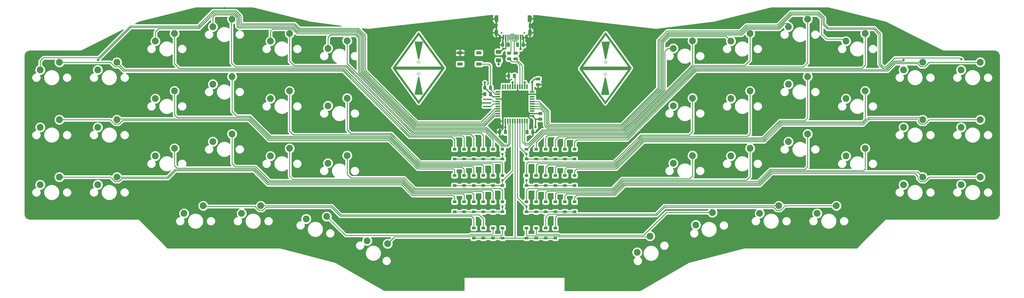
<source format=gbr>
%TF.GenerationSoftware,KiCad,Pcbnew,(5.99.0-1351-gc977addfa)*%
%TF.CreationDate,2020-06-03T21:02:33-07:00*%
%TF.ProjectId,NonSplitKyria,4e6f6e53-706c-4697-944b-797269612e6b,rev?*%
%TF.SameCoordinates,Original*%
%TF.FileFunction,Copper,L1,Top*%
%TF.FilePolarity,Positive*%
%FSLAX46Y46*%
G04 Gerber Fmt 4.6, Leading zero omitted, Abs format (unit mm)*
G04 Created by KiCad (PCBNEW (5.99.0-1351-gc977addfa)) date 2020-06-03 21:02:33*
%MOMM*%
%LPD*%
G01*
G04 APERTURE LIST*
%TA.AperFunction,EtchedComponent*%
%ADD10C,0.381000*%
%TD*%
%ADD11C,-0.000002*%
%TA.AperFunction,ComponentPad*%
%ADD12C,2.250000*%
%TD*%
%TA.AperFunction,SMDPad,CuDef*%
%ADD13R,1.500000X0.550000*%
%TD*%
%TA.AperFunction,SMDPad,CuDef*%
%ADD14R,0.550000X1.500000*%
%TD*%
%TA.AperFunction,SMDPad,CuDef*%
%ADD15R,1.800000X1.100000*%
%TD*%
%TA.AperFunction,SMDPad,CuDef*%
%ADD16R,0.700000X2.300000*%
%TD*%
%TA.AperFunction,ComponentPad*%
%ADD17O,1.200000X2.300000*%
%TD*%
%TA.AperFunction,WasherPad*%
%ADD18C,0.600000*%
%TD*%
%TA.AperFunction,SMDPad,CuDef*%
%ADD19R,0.550000X1.700000*%
%TD*%
%TA.AperFunction,SMDPad,CuDef*%
%ADD20R,0.300000X1.700000*%
%TD*%
%TA.AperFunction,SMDPad,CuDef*%
%ADD21R,1.200000X0.900000*%
%TD*%
%TA.AperFunction,ViaPad*%
%ADD22C,0.800000*%
%TD*%
%TA.AperFunction,Conductor*%
%ADD23C,0.250000*%
%TD*%
%TA.AperFunction,Conductor*%
%ADD24C,0.381000*%
%TD*%
%TA.AperFunction,Conductor*%
%ADD25C,0.254000*%
%TD*%
G04 APERTURE END LIST*
X160961904Y-100504761D02*
X160961904Y-98504761D01*
X161438095Y-98504761D01*
X161723809Y-98600000D01*
X161914285Y-98790476D01*
X162009523Y-98980952D01*
X162104761Y-99361904D01*
X162104761Y-99647619D01*
X162009523Y-100028571D01*
X161914285Y-100219047D01*
X161723809Y-100409523D01*
X161438095Y-100504761D01*
X160961904Y-100504761D01*
X163723809Y-100409523D02*
X163533333Y-100504761D01*
X163152380Y-100504761D01*
X162961904Y-100409523D01*
X162866666Y-100219047D01*
X162866666Y-99457142D01*
X162961904Y-99266666D01*
X163152380Y-99171428D01*
X163533333Y-99171428D01*
X163723809Y-99266666D01*
X163819047Y-99457142D01*
X163819047Y-99647619D01*
X162866666Y-99838095D01*
X164580952Y-100409523D02*
X164771428Y-100504761D01*
X165152380Y-100504761D01*
X165342857Y-100409523D01*
X165438095Y-100219047D01*
X165438095Y-100123809D01*
X165342857Y-99933333D01*
X165152380Y-99838095D01*
X164866666Y-99838095D01*
X164676190Y-99742857D01*
X164580952Y-99552380D01*
X164580952Y-99457142D01*
X164676190Y-99266666D01*
X164866666Y-99171428D01*
X165152380Y-99171428D01*
X165342857Y-99266666D01*
X166295238Y-100504761D02*
X166295238Y-99171428D01*
X166295238Y-98504761D02*
X166200000Y-98600000D01*
X166295238Y-98695238D01*
X166390476Y-98600000D01*
X166295238Y-98504761D01*
X166295238Y-98695238D01*
X168104761Y-99171428D02*
X168104761Y-100790476D01*
X168009523Y-100980952D01*
X167914285Y-101076190D01*
X167723809Y-101171428D01*
X167438095Y-101171428D01*
X167247619Y-101076190D01*
X168104761Y-100409523D02*
X167914285Y-100504761D01*
X167533333Y-100504761D01*
X167342857Y-100409523D01*
X167247619Y-100314285D01*
X167152380Y-100123809D01*
X167152380Y-99552380D01*
X167247619Y-99361904D01*
X167342857Y-99266666D01*
X167533333Y-99171428D01*
X167914285Y-99171428D01*
X168104761Y-99266666D01*
X169057142Y-99171428D02*
X169057142Y-100504761D01*
X169057142Y-99361904D02*
X169152380Y-99266666D01*
X169342857Y-99171428D01*
X169628571Y-99171428D01*
X169819047Y-99266666D01*
X169914285Y-99457142D01*
X169914285Y-100504761D01*
X171628571Y-100409523D02*
X171438095Y-100504761D01*
X171057142Y-100504761D01*
X170866666Y-100409523D01*
X170771428Y-100219047D01*
X170771428Y-99457142D01*
X170866666Y-99266666D01*
X171057142Y-99171428D01*
X171438095Y-99171428D01*
X171628571Y-99266666D01*
X171723809Y-99457142D01*
X171723809Y-99647619D01*
X170771428Y-99838095D01*
X173438095Y-100504761D02*
X173438095Y-98504761D01*
X173438095Y-100409523D02*
X173247619Y-100504761D01*
X172866666Y-100504761D01*
X172676190Y-100409523D01*
X172580952Y-100314285D01*
X172485714Y-100123809D01*
X172485714Y-99552380D01*
X172580952Y-99361904D01*
X172676190Y-99266666D01*
X172866666Y-99171428D01*
X173247619Y-99171428D01*
X173438095Y-99266666D01*
X175914285Y-100504761D02*
X175914285Y-98504761D01*
X175914285Y-99266666D02*
X176104761Y-99171428D01*
X176485714Y-99171428D01*
X176676190Y-99266666D01*
X176771428Y-99361904D01*
X176866666Y-99552380D01*
X176866666Y-100123809D01*
X176771428Y-100314285D01*
X176676190Y-100409523D01*
X176485714Y-100504761D01*
X176104761Y-100504761D01*
X175914285Y-100409523D01*
X177533333Y-99171428D02*
X178009523Y-100504761D01*
X178485714Y-99171428D02*
X178009523Y-100504761D01*
X177819047Y-100980952D01*
X177723809Y-101076190D01*
X177533333Y-101171428D01*
X180676190Y-100409523D02*
X180866666Y-100504761D01*
X181247619Y-100504761D01*
X181438095Y-100409523D01*
X181533333Y-100219047D01*
X181533333Y-100123809D01*
X181438095Y-99933333D01*
X181247619Y-99838095D01*
X180961904Y-99838095D01*
X180771428Y-99742857D01*
X180676190Y-99552380D01*
X180676190Y-99457142D01*
X180771428Y-99266666D01*
X180961904Y-99171428D01*
X181247619Y-99171428D01*
X181438095Y-99266666D01*
X182200000Y-99171428D02*
X182580952Y-100504761D01*
X182961904Y-99552380D01*
X183342857Y-100504761D01*
X183723809Y-99171428D01*
X184485714Y-100504761D02*
X184485714Y-99171428D01*
X184485714Y-98504761D02*
X184390476Y-98600000D01*
X184485714Y-98695238D01*
X184580952Y-98600000D01*
X184485714Y-98504761D01*
X184485714Y-98695238D01*
X185152380Y-99171428D02*
X185914285Y-99171428D01*
X185438095Y-100504761D02*
X185438095Y-98790476D01*
X185533333Y-98600000D01*
X185723809Y-98504761D01*
X185914285Y-98504761D01*
X186295238Y-99171428D02*
X187057142Y-99171428D01*
X186580952Y-98504761D02*
X186580952Y-100219047D01*
X186676190Y-100409523D01*
X186866666Y-100504761D01*
X187057142Y-100504761D01*
X187723809Y-100504761D02*
X187723809Y-99171428D01*
X187723809Y-99552380D02*
X187819047Y-99361904D01*
X187914285Y-99266666D01*
X188104761Y-99171428D01*
X188295238Y-99171428D01*
X189819047Y-100504761D02*
X189819047Y-99457142D01*
X189723809Y-99266666D01*
X189533333Y-99171428D01*
X189152380Y-99171428D01*
X188961904Y-99266666D01*
X189819047Y-100409523D02*
X189628571Y-100504761D01*
X189152380Y-100504761D01*
X188961904Y-100409523D01*
X188866666Y-100219047D01*
X188866666Y-100028571D01*
X188961904Y-99838095D01*
X189152380Y-99742857D01*
X189628571Y-99742857D01*
X189819047Y-99647619D01*
X190580952Y-100504761D02*
X191628571Y-99171428D01*
X190580952Y-99171428D02*
X191628571Y-100504761D01*
D10*
%TO.C,REF\u002A\u002A*%
X207391000Y-36480750D02*
X206248000Y-36480750D01*
X206248000Y-31019750D02*
X207391000Y-36480750D01*
X205105000Y-36480750D02*
X206248000Y-31019750D01*
X206248000Y-36480750D02*
X205105000Y-36480750D01*
D11*
X206815961Y-29876750D02*
G75*
G03*
X206815961Y-29876750I-567961J0D01*
G01*
D10*
D11*
X206375000Y-29876750D02*
G75*
G03*
X206375000Y-29876750I-127000J0D01*
G01*
D10*
D11*
X206427605Y-29876750D02*
G75*
G03*
X206427605Y-29876750I-179605J0D01*
G01*
D10*
X206248000Y-31019750D02*
X205486000Y-36353750D01*
X206756000Y-34829750D02*
X206883000Y-36099750D01*
X207137000Y-36226750D02*
X206756000Y-34829750D01*
X206629000Y-36226750D02*
X207137000Y-36226750D01*
X206629000Y-33559750D02*
X206629000Y-36226750D01*
X206248000Y-36226750D02*
X206629000Y-33559750D01*
X206375000Y-32543750D02*
X206248000Y-36226750D01*
X205867000Y-36226750D02*
X206375000Y-32543750D01*
X206248000Y-31146750D02*
X205867000Y-36226750D01*
X214122000Y-28225750D02*
X206248000Y-39147750D01*
X198374000Y-28225750D02*
X214122000Y-28225750D01*
X206248000Y-39147750D02*
X198374000Y-28225750D01*
X214630000Y-27971750D02*
X206248000Y-39528750D01*
X197866000Y-27971750D02*
X214630000Y-27971750D01*
X206248000Y-39528750D02*
X197866000Y-27971750D01*
X145605500Y-36353750D02*
X144462500Y-36353750D01*
X144462500Y-30892750D02*
X145605500Y-36353750D01*
X143319500Y-36353750D02*
X144462500Y-30892750D01*
X144462500Y-36353750D02*
X143319500Y-36353750D01*
D11*
X145030461Y-29749750D02*
G75*
G03*
X145030461Y-29749750I-567961J0D01*
G01*
D10*
D11*
X144589500Y-29749750D02*
G75*
G03*
X144589500Y-29749750I-127000J0D01*
G01*
D10*
D11*
X144642105Y-29749750D02*
G75*
G03*
X144642105Y-29749750I-179605J0D01*
G01*
D10*
X144462500Y-30892750D02*
X143700500Y-36226750D01*
X144970500Y-34702750D02*
X145097500Y-35972750D01*
X145351500Y-36099750D02*
X144970500Y-34702750D01*
X144843500Y-36099750D02*
X145351500Y-36099750D01*
X144843500Y-33432750D02*
X144843500Y-36099750D01*
X144462500Y-36099750D02*
X144843500Y-33432750D01*
X144589500Y-32416750D02*
X144462500Y-36099750D01*
X144081500Y-36099750D02*
X144589500Y-32416750D01*
X144462500Y-31019750D02*
X144081500Y-36099750D01*
X152336500Y-28098750D02*
X144462500Y-39020750D01*
X136588500Y-28098750D02*
X152336500Y-28098750D01*
X144462500Y-39020750D02*
X136588500Y-28098750D01*
X152844500Y-27844750D02*
X144462500Y-39401750D01*
X136080500Y-27844750D02*
X152844500Y-27844750D01*
X144462500Y-39401750D02*
X136080500Y-27844750D01*
X143319500Y-19208750D02*
X144462500Y-19208750D01*
X144462500Y-24669750D02*
X143319500Y-19208750D01*
X145605500Y-19208750D02*
X144462500Y-24669750D01*
X144462500Y-19208750D02*
X145605500Y-19208750D01*
D11*
X145030461Y-25812750D02*
G75*
G03*
X145030461Y-25812750I-567961J0D01*
G01*
D10*
D11*
X144589500Y-25812750D02*
G75*
G03*
X144589500Y-25812750I-127000J0D01*
G01*
D10*
D11*
X144642105Y-25812750D02*
G75*
G03*
X144642105Y-25812750I-179605J0D01*
G01*
D10*
X144462500Y-24669750D02*
X145224500Y-19335750D01*
X143954500Y-20859750D02*
X143827500Y-19589750D01*
X143573500Y-19462750D02*
X143954500Y-20859750D01*
X144081500Y-19462750D02*
X143573500Y-19462750D01*
X144081500Y-22129750D02*
X144081500Y-19462750D01*
X144462500Y-19462750D02*
X144081500Y-22129750D01*
X144335500Y-23145750D02*
X144462500Y-19462750D01*
X144843500Y-19462750D02*
X144335500Y-23145750D01*
X144462500Y-24542750D02*
X144843500Y-19462750D01*
X136588500Y-27463750D02*
X144462500Y-16541750D01*
X152336500Y-27463750D02*
X136588500Y-27463750D01*
X144462500Y-16541750D02*
X152336500Y-27463750D01*
X136080500Y-27717750D02*
X144462500Y-16160750D01*
X152844500Y-27717750D02*
X136080500Y-27717750D01*
X144462500Y-16160750D02*
X152844500Y-27717750D01*
X205232000Y-19208750D02*
X206375000Y-19208750D01*
X206375000Y-24669750D02*
X205232000Y-19208750D01*
X207518000Y-19208750D02*
X206375000Y-24669750D01*
X206375000Y-19208750D02*
X207518000Y-19208750D01*
D11*
X206942961Y-25812750D02*
G75*
G03*
X206942961Y-25812750I-567961J0D01*
G01*
D10*
D11*
X206502000Y-25812750D02*
G75*
G03*
X206502000Y-25812750I-127000J0D01*
G01*
D10*
D11*
X206554605Y-25812750D02*
G75*
G03*
X206554605Y-25812750I-179605J0D01*
G01*
D10*
X206375000Y-24669750D02*
X207137000Y-19335750D01*
X205867000Y-20859750D02*
X205740000Y-19589750D01*
X205486000Y-19462750D02*
X205867000Y-20859750D01*
X205994000Y-19462750D02*
X205486000Y-19462750D01*
X205994000Y-22129750D02*
X205994000Y-19462750D01*
X206375000Y-19462750D02*
X205994000Y-22129750D01*
X206248000Y-23145750D02*
X206375000Y-19462750D01*
X206756000Y-19462750D02*
X206248000Y-23145750D01*
X206375000Y-24542750D02*
X206756000Y-19462750D01*
X198501000Y-27463750D02*
X206375000Y-16541750D01*
X214249000Y-27463750D02*
X198501000Y-27463750D01*
X206375000Y-16541750D02*
X214249000Y-27463750D01*
X197993000Y-27717750D02*
X206375000Y-16160750D01*
X214757000Y-27717750D02*
X197993000Y-27717750D01*
X206375000Y-16160750D02*
X214757000Y-27717750D01*
%TD*%
D12*
%TO.P,K_35,2,ROW*%
%TO.N,Net-(D35-Pad2)*%
X311308750Y-63976250D03*
%TO.P,K_35,1,COL*%
%TO.N,col10*%
X304958750Y-66516250D03*
%TD*%
%TO.P,Y1,1,1*%
%TO.N,Net-(U1-Pad17)*%
%TA.AperFunction,SMDPad,CuDef*%
G36*
G01*
X168468750Y-40766250D02*
X165868750Y-40766250D01*
G75*
G02*
X165768750Y-40666250I0J100000D01*
G01*
X165768750Y-40466250D01*
G75*
G02*
X165868750Y-40366250I100000J0D01*
G01*
X168468750Y-40366250D01*
G75*
G02*
X168568750Y-40466250I0J-100000D01*
G01*
X168568750Y-40666250D01*
G75*
G02*
X168468750Y-40766250I-100000J0D01*
G01*
G37*
%TD.AperFunction*%
%TO.P,Y1,2,2*%
%TO.N,GND*%
%TA.AperFunction,SMDPad,CuDef*%
G36*
G01*
X168468750Y-39566250D02*
X165868750Y-39566250D01*
G75*
G02*
X165768750Y-39466250I0J100000D01*
G01*
X165768750Y-39266250D01*
G75*
G02*
X165868750Y-39166250I100000J0D01*
G01*
X168468750Y-39166250D01*
G75*
G02*
X168568750Y-39266250I0J-100000D01*
G01*
X168568750Y-39466250D01*
G75*
G02*
X168468750Y-39566250I-100000J0D01*
G01*
G37*
%TD.AperFunction*%
%TO.P,Y1,3,3*%
%TO.N,Net-(U1-Pad16)*%
%TA.AperFunction,SMDPad,CuDef*%
G36*
G01*
X168468750Y-38366250D02*
X165868750Y-38366250D01*
G75*
G02*
X165768750Y-38266250I0J100000D01*
G01*
X165768750Y-38066250D01*
G75*
G02*
X165868750Y-37966250I100000J0D01*
G01*
X168468750Y-37966250D01*
G75*
G02*
X168568750Y-38066250I0J-100000D01*
G01*
X168568750Y-38266250D01*
G75*
G02*
X168468750Y-38366250I-100000J0D01*
G01*
G37*
%TD.AperFunction*%
%TD*%
D13*
%TO.P,U1,44,AVCC*%
%TO.N,+5V*%
X182075000Y-35687500D03*
%TO.P,U1,43,GND*%
%TO.N,GND*%
X182075000Y-36487500D03*
%TO.P,U1,42,AREF*%
%TO.N,Net-(U1-Pad42)*%
X182075000Y-37287500D03*
%TO.P,U1,41,PF0*%
%TO.N,Net-(U1-Pad41)*%
X182075000Y-38087500D03*
%TO.P,U1,40,PF1*%
%TO.N,col11*%
X182075000Y-38887500D03*
%TO.P,U1,39,PF4*%
%TO.N,col10*%
X182075000Y-39687500D03*
%TO.P,U1,38,PF5*%
%TO.N,col9*%
X182075000Y-40487500D03*
%TO.P,U1,37,PF6*%
%TO.N,col8*%
X182075000Y-41287500D03*
%TO.P,U1,36,PF7*%
%TO.N,Net-(U1-Pad36)*%
X182075000Y-42087500D03*
%TO.P,U1,35,GND*%
%TO.N,GND*%
X182075000Y-42887500D03*
%TO.P,U1,34,VCC*%
%TO.N,+5V*%
X182075000Y-43687500D03*
D14*
%TO.P,U1,33,~HWB~/PE2*%
%TO.N,Net-(R6-Pad1)*%
X180375000Y-45387500D03*
%TO.P,U1,32,PC7*%
%TO.N,col7*%
X179575000Y-45387500D03*
%TO.P,U1,31,PC6*%
%TO.N,col6*%
X178775000Y-45387500D03*
%TO.P,U1,30,PB6*%
%TO.N,row0*%
X177975000Y-45387500D03*
%TO.P,U1,29,PB5*%
%TO.N,row2*%
X177175000Y-45387500D03*
%TO.P,U1,28,PB4*%
%TO.N,row3*%
X176375000Y-45387500D03*
%TO.P,U1,27,PD7*%
%TO.N,row1*%
X175575000Y-45387500D03*
%TO.P,U1,26,PD6*%
%TO.N,col5*%
X174775000Y-45387500D03*
%TO.P,U1,25,PD4*%
%TO.N,col4*%
X173975000Y-45387500D03*
%TO.P,U1,24,AVCC*%
%TO.N,+5V*%
X173175000Y-45387500D03*
%TO.P,U1,23,GND*%
%TO.N,GND*%
X172375000Y-45387500D03*
D13*
%TO.P,U1,22,PD5*%
%TO.N,col3*%
X170675000Y-43687500D03*
%TO.P,U1,21,PD3*%
%TO.N,col2*%
X170675000Y-42887500D03*
%TO.P,U1,20,PD2*%
%TO.N,col1*%
X170675000Y-42087500D03*
%TO.P,U1,19,PD1*%
%TO.N,col0*%
X170675000Y-41287500D03*
%TO.P,U1,18,PD0*%
%TO.N,Net-(U1-Pad18)*%
X170675000Y-40487500D03*
%TO.P,U1,17,XTAL1*%
%TO.N,Net-(U1-Pad17)*%
X170675000Y-39687500D03*
%TO.P,U1,16,XTAL2*%
%TO.N,Net-(U1-Pad16)*%
X170675000Y-38887500D03*
%TO.P,U1,15,GND*%
%TO.N,GND*%
X170675000Y-38087500D03*
%TO.P,U1,14,VCC*%
%TO.N,+5V*%
X170675000Y-37287500D03*
%TO.P,U1,13,~RESET*%
%TO.N,Net-(R1-Pad1)*%
X170675000Y-36487500D03*
%TO.P,U1,12,PB7*%
%TO.N,Net-(U1-Pad12)*%
X170675000Y-35687500D03*
D14*
%TO.P,U1,11,PB3*%
%TO.N,Net-(U1-Pad11)*%
X172375000Y-33987500D03*
%TO.P,U1,10,PB2*%
%TO.N,Net-(U1-Pad10)*%
X173175000Y-33987500D03*
%TO.P,U1,9,PB1*%
%TO.N,Net-(U1-Pad9)*%
X173975000Y-33987500D03*
%TO.P,U1,8,PB0*%
%TO.N,Net-(U1-Pad8)*%
X174775000Y-33987500D03*
%TO.P,U1,7,VBUS*%
%TO.N,+5V*%
X175575000Y-33987500D03*
%TO.P,U1,6,UCAP*%
%TO.N,Net-(C1-Pad1)*%
X176375000Y-33987500D03*
%TO.P,U1,5,UGND*%
%TO.N,GND*%
X177175000Y-33987500D03*
%TO.P,U1,4,D+*%
%TO.N,Net-(R4-Pad2)*%
X177975000Y-33987500D03*
%TO.P,U1,3,D-*%
%TO.N,Net-(R5-Pad2)*%
X178775000Y-33987500D03*
%TO.P,U1,2,UVCC*%
%TO.N,+5V*%
X179575000Y-33987500D03*
%TO.P,U1,1,PE6*%
%TO.N,Net-(U1-Pad1)*%
X180375000Y-33987500D03*
%TD*%
D15*
%TO.P,SW1,4*%
%TO.N,N/C*%
X164393750Y-22756250D03*
%TO.P,SW1,3*%
X158193750Y-26456250D03*
%TO.P,SW1,2,2*%
%TO.N,Net-(R1-Pad1)*%
X164393750Y-26456250D03*
%TO.P,SW1,1,1*%
%TO.N,GND*%
X158193750Y-22756250D03*
%TD*%
%TO.P,R6,2*%
%TO.N,GND*%
%TA.AperFunction,SMDPad,CuDef*%
G36*
G01*
X181757500Y-49533750D02*
X181757500Y-48621250D01*
G75*
G02*
X182001250Y-48377500I243750J0D01*
G01*
X182488750Y-48377500D01*
G75*
G02*
X182732500Y-48621250I0J-243750D01*
G01*
X182732500Y-49533750D01*
G75*
G02*
X182488750Y-49777500I-243750J0D01*
G01*
X182001250Y-49777500D01*
G75*
G02*
X181757500Y-49533750I0J243750D01*
G01*
G37*
%TD.AperFunction*%
%TO.P,R6,1*%
%TO.N,Net-(R6-Pad1)*%
%TA.AperFunction,SMDPad,CuDef*%
G36*
G01*
X179882500Y-49533750D02*
X179882500Y-48621250D01*
G75*
G02*
X180126250Y-48377500I243750J0D01*
G01*
X180613750Y-48377500D01*
G75*
G02*
X180857500Y-48621250I0J-243750D01*
G01*
X180857500Y-49533750D01*
G75*
G02*
X180613750Y-49777500I-243750J0D01*
G01*
X180126250Y-49777500D01*
G75*
G02*
X179882500Y-49533750I0J243750D01*
G01*
G37*
%TD.AperFunction*%
%TD*%
%TO.P,R5,2*%
%TO.N,Net-(R5-Pad2)*%
%TA.AperFunction,SMDPad,CuDef*%
G36*
G01*
X176140000Y-24262500D02*
X177052500Y-24262500D01*
G75*
G02*
X177296250Y-24506250I0J-243750D01*
G01*
X177296250Y-24993750D01*
G75*
G02*
X177052500Y-25237500I-243750J0D01*
G01*
X176140000Y-25237500D01*
G75*
G02*
X175896250Y-24993750I0J243750D01*
G01*
X175896250Y-24506250D01*
G75*
G02*
X176140000Y-24262500I243750J0D01*
G01*
G37*
%TD.AperFunction*%
%TO.P,R5,1*%
%TO.N,D-*%
%TA.AperFunction,SMDPad,CuDef*%
G36*
G01*
X176140000Y-22387500D02*
X177052500Y-22387500D01*
G75*
G02*
X177296250Y-22631250I0J-243750D01*
G01*
X177296250Y-23118750D01*
G75*
G02*
X177052500Y-23362500I-243750J0D01*
G01*
X176140000Y-23362500D01*
G75*
G02*
X175896250Y-23118750I0J243750D01*
G01*
X175896250Y-22631250D01*
G75*
G02*
X176140000Y-22387500I243750J0D01*
G01*
G37*
%TD.AperFunction*%
%TD*%
%TO.P,R4,2*%
%TO.N,Net-(R4-Pad2)*%
%TA.AperFunction,SMDPad,CuDef*%
G36*
G01*
X173955000Y-24262500D02*
X174867500Y-24262500D01*
G75*
G02*
X175111250Y-24506250I0J-243750D01*
G01*
X175111250Y-24993750D01*
G75*
G02*
X174867500Y-25237500I-243750J0D01*
G01*
X173955000Y-25237500D01*
G75*
G02*
X173711250Y-24993750I0J243750D01*
G01*
X173711250Y-24506250D01*
G75*
G02*
X173955000Y-24262500I243750J0D01*
G01*
G37*
%TD.AperFunction*%
%TO.P,R4,1*%
%TO.N,D+*%
%TA.AperFunction,SMDPad,CuDef*%
G36*
G01*
X173955000Y-22387500D02*
X174867500Y-22387500D01*
G75*
G02*
X175111250Y-22631250I0J-243750D01*
G01*
X175111250Y-23118750D01*
G75*
G02*
X174867500Y-23362500I-243750J0D01*
G01*
X173955000Y-23362500D01*
G75*
G02*
X173711250Y-23118750I0J243750D01*
G01*
X173711250Y-22631250D01*
G75*
G02*
X173955000Y-22387500I243750J0D01*
G01*
G37*
%TD.AperFunction*%
%TD*%
%TO.P,R3,2*%
%TO.N,GND*%
%TA.AperFunction,SMDPad,CuDef*%
G36*
G01*
X172787500Y-19606250D02*
X172787500Y-20518750D01*
G75*
G02*
X172543750Y-20762500I-243750J0D01*
G01*
X172056250Y-20762500D01*
G75*
G02*
X171812500Y-20518750I0J243750D01*
G01*
X171812500Y-19606250D01*
G75*
G02*
X172056250Y-19362500I243750J0D01*
G01*
X172543750Y-19362500D01*
G75*
G02*
X172787500Y-19606250I0J-243750D01*
G01*
G37*
%TD.AperFunction*%
%TO.P,R3,1*%
%TO.N,Net-(J1-PadB5)*%
%TA.AperFunction,SMDPad,CuDef*%
G36*
G01*
X174662500Y-19606250D02*
X174662500Y-20518750D01*
G75*
G02*
X174418750Y-20762500I-243750J0D01*
G01*
X173931250Y-20762500D01*
G75*
G02*
X173687500Y-20518750I0J243750D01*
G01*
X173687500Y-19606250D01*
G75*
G02*
X173931250Y-19362500I243750J0D01*
G01*
X174418750Y-19362500D01*
G75*
G02*
X174662500Y-19606250I0J-243750D01*
G01*
G37*
%TD.AperFunction*%
%TD*%
%TO.P,R2,2*%
%TO.N,GND*%
%TA.AperFunction,SMDPad,CuDef*%
G36*
G01*
X178637500Y-20531250D02*
X178637500Y-19618750D01*
G75*
G02*
X178881250Y-19375000I243750J0D01*
G01*
X179368750Y-19375000D01*
G75*
G02*
X179612500Y-19618750I0J-243750D01*
G01*
X179612500Y-20531250D01*
G75*
G02*
X179368750Y-20775000I-243750J0D01*
G01*
X178881250Y-20775000D01*
G75*
G02*
X178637500Y-20531250I0J243750D01*
G01*
G37*
%TD.AperFunction*%
%TO.P,R2,1*%
%TO.N,Net-(J1-PadA5)*%
%TA.AperFunction,SMDPad,CuDef*%
G36*
G01*
X176762500Y-20531250D02*
X176762500Y-19618750D01*
G75*
G02*
X177006250Y-19375000I243750J0D01*
G01*
X177493750Y-19375000D01*
G75*
G02*
X177737500Y-19618750I0J-243750D01*
G01*
X177737500Y-20531250D01*
G75*
G02*
X177493750Y-20775000I-243750J0D01*
G01*
X177006250Y-20775000D01*
G75*
G02*
X176762500Y-20531250I0J243750D01*
G01*
G37*
%TD.AperFunction*%
%TD*%
%TO.P,R1,2*%
%TO.N,+5V*%
%TA.AperFunction,SMDPad,CuDef*%
G36*
G01*
X166877500Y-33881250D02*
X166877500Y-34793750D01*
G75*
G02*
X166633750Y-35037500I-243750J0D01*
G01*
X166146250Y-35037500D01*
G75*
G02*
X165902500Y-34793750I0J243750D01*
G01*
X165902500Y-33881250D01*
G75*
G02*
X166146250Y-33637500I243750J0D01*
G01*
X166633750Y-33637500D01*
G75*
G02*
X166877500Y-33881250I0J-243750D01*
G01*
G37*
%TD.AperFunction*%
%TO.P,R1,1*%
%TO.N,Net-(R1-Pad1)*%
%TA.AperFunction,SMDPad,CuDef*%
G36*
G01*
X168752500Y-33881250D02*
X168752500Y-34793750D01*
G75*
G02*
X168508750Y-35037500I-243750J0D01*
G01*
X168021250Y-35037500D01*
G75*
G02*
X167777500Y-34793750I0J243750D01*
G01*
X167777500Y-33881250D01*
G75*
G02*
X168021250Y-33637500I243750J0D01*
G01*
X168508750Y-33637500D01*
G75*
G02*
X168752500Y-33881250I0J-243750D01*
G01*
G37*
%TD.AperFunction*%
%TD*%
D12*
%TO.P,K_44,2,ROW*%
%TO.N,Net-(D44-Pad2)*%
X282733750Y-73501250D03*
%TO.P,K_44,1,COL*%
%TO.N,col9*%
X276383750Y-76041250D03*
%TD*%
%TO.P,K_43,2,ROW*%
%TO.N,Net-(D43-Pad2)*%
X263683750Y-73501250D03*
%TO.P,K_43,1,COL*%
%TO.N,col8*%
X257333750Y-76041250D03*
%TD*%
%TO.P,K_42,2,ROW*%
%TO.N,Net-(D42-Pad2)*%
X241713651Y-75760696D03*
%TO.P,K_42,1,COL*%
%TO.N,col7*%
X236237422Y-79857649D03*
%TD*%
%TO.P,K_41,2,ROW*%
%TO.N,Net-(D41-Pad2)*%
X221059705Y-83580591D03*
%TO.P,K_41,1,COL*%
%TO.N,col6*%
X216830443Y-88955295D03*
%TD*%
%TO.P,K_40,2,ROW*%
%TO.N,Net-(D40-Pad2)*%
X134214705Y-86095591D03*
%TO.P,K_40,1,COL*%
%TO.N,col5*%
X127445443Y-85120295D03*
%TD*%
%TO.P,K_39,2,ROW*%
%TO.N,Net-(D39-Pad2)*%
X114043252Y-77050497D03*
%TO.P,K_39,1,COL*%
%TO.N,col4*%
X107252223Y-77860448D03*
%TD*%
%TO.P,K_38,2,ROW*%
%TO.N,Net-(D38-Pad2)*%
X92233750Y-73501250D03*
%TO.P,K_38,1,COL*%
%TO.N,col3*%
X85883750Y-76041250D03*
%TD*%
%TO.P,K_37,2,ROW*%
%TO.N,Net-(D37-Pad2)*%
X73183750Y-73501250D03*
%TO.P,K_37,1,COL*%
%TO.N,col2*%
X66833750Y-76041250D03*
%TD*%
%TO.P,K_36,2,ROW*%
%TO.N,Net-(D36-Pad2)*%
X330358750Y-63976250D03*
%TO.P,K_36,1,COL*%
%TO.N,col11*%
X324008750Y-66516250D03*
%TD*%
%TO.P,K_34,2,ROW*%
%TO.N,Net-(D34-Pad2)*%
X292258750Y-54451250D03*
%TO.P,K_34,1,COL*%
%TO.N,col9*%
X285908750Y-56991250D03*
%TD*%
%TO.P,K_33,2,ROW*%
%TO.N,Net-(D33-Pad2)*%
X273208750Y-49688750D03*
%TO.P,K_33,1,COL*%
%TO.N,col8*%
X266858750Y-52228750D03*
%TD*%
%TO.P,K_32,2,ROW*%
%TO.N,Net-(D32-Pad2)*%
X254158750Y-54451250D03*
%TO.P,K_32,1,COL*%
%TO.N,col7*%
X247808750Y-56991250D03*
%TD*%
%TO.P,K_31,2,ROW*%
%TO.N,Net-(D31-Pad2)*%
X235108750Y-56832500D03*
%TO.P,K_31,1,COL*%
%TO.N,col6*%
X228758750Y-59372500D03*
%TD*%
%TO.P,K_30,2,ROW*%
%TO.N,Net-(D30-Pad2)*%
X120808750Y-56832500D03*
%TO.P,K_30,1,COL*%
%TO.N,col5*%
X114458750Y-59372500D03*
%TD*%
%TO.P,K_29,2,ROW*%
%TO.N,Net-(D29-Pad2)*%
X101758750Y-54451250D03*
%TO.P,K_29,1,COL*%
%TO.N,col4*%
X95408750Y-56991250D03*
%TD*%
%TO.P,K_28,2,ROW*%
%TO.N,Net-(D28-Pad2)*%
X82708750Y-49688750D03*
%TO.P,K_28,1,COL*%
%TO.N,col3*%
X76358750Y-52228750D03*
%TD*%
%TO.P,K_27,2,ROW*%
%TO.N,Net-(D27-Pad2)*%
X63658750Y-54451250D03*
%TO.P,K_27,1,COL*%
%TO.N,col2*%
X57308750Y-56991250D03*
%TD*%
%TO.P,K_26,2,ROW*%
%TO.N,Net-(D26-Pad2)*%
X44608750Y-63976250D03*
%TO.P,K_26,1,COL*%
%TO.N,col1*%
X38258750Y-66516250D03*
%TD*%
%TO.P,K_25,2,ROW*%
%TO.N,Net-(D25-Pad2)*%
X25558750Y-63976250D03*
%TO.P,K_25,1,COL*%
%TO.N,col0*%
X19208750Y-66516250D03*
%TD*%
%TO.P,K_24,2,ROW*%
%TO.N,Net-(D24-Pad2)*%
X330358750Y-44926250D03*
%TO.P,K_24,1,COL*%
%TO.N,col11*%
X324008750Y-47466250D03*
%TD*%
%TO.P,K_23,2,ROW*%
%TO.N,Net-(D23-Pad2)*%
X311308750Y-44926250D03*
%TO.P,K_23,1,COL*%
%TO.N,col10*%
X304958750Y-47466250D03*
%TD*%
%TO.P,K_22,2,ROW*%
%TO.N,Net-(D22-Pad2)*%
X292258750Y-35401250D03*
%TO.P,K_22,1,COL*%
%TO.N,col9*%
X285908750Y-37941250D03*
%TD*%
%TO.P,K_21,2,ROW*%
%TO.N,Net-(D21-Pad2)*%
X273208750Y-30638750D03*
%TO.P,K_21,1,COL*%
%TO.N,col8*%
X266858750Y-33178750D03*
%TD*%
%TO.P,K_20,2,ROW*%
%TO.N,Net-(D20-Pad2)*%
X254158750Y-35401250D03*
%TO.P,K_20,1,COL*%
%TO.N,col7*%
X247808750Y-37941250D03*
%TD*%
%TO.P,K_19,2,ROW*%
%TO.N,Net-(D19-Pad2)*%
X235108750Y-37782500D03*
%TO.P,K_19,1,COL*%
%TO.N,col6*%
X228758750Y-40322500D03*
%TD*%
%TO.P,K_18,2,ROW*%
%TO.N,Net-(D18-Pad2)*%
X120808750Y-37782500D03*
%TO.P,K_18,1,COL*%
%TO.N,col5*%
X114458750Y-40322500D03*
%TD*%
%TO.P,K_17,2,ROW*%
%TO.N,Net-(D17-Pad2)*%
X101758750Y-35401250D03*
%TO.P,K_17,1,COL*%
%TO.N,col4*%
X95408750Y-37941250D03*
%TD*%
%TO.P,K_16,2,ROW*%
%TO.N,Net-(D16-Pad2)*%
X82708750Y-30638750D03*
%TO.P,K_16,1,COL*%
%TO.N,col3*%
X76358750Y-33178750D03*
%TD*%
%TO.P,K_15,2,ROW*%
%TO.N,Net-(D15-Pad2)*%
X63658750Y-35401250D03*
%TO.P,K_15,1,COL*%
%TO.N,col2*%
X57308750Y-37941250D03*
%TD*%
%TO.P,K_14,2,ROW*%
%TO.N,Net-(D14-Pad2)*%
X44608750Y-44926250D03*
%TO.P,K_14,1,COL*%
%TO.N,col1*%
X38258750Y-47466250D03*
%TD*%
%TO.P,K_13,2,ROW*%
%TO.N,Net-(D13-Pad2)*%
X25558750Y-44926250D03*
%TO.P,K_13,1,COL*%
%TO.N,col0*%
X19208750Y-47466250D03*
%TD*%
%TO.P,K_12,2,ROW*%
%TO.N,Net-(D12-Pad2)*%
X330358750Y-25876250D03*
%TO.P,K_12,1,COL*%
%TO.N,col11*%
X324008750Y-28416250D03*
%TD*%
%TO.P,K_11,2,ROW*%
%TO.N,Net-(D11-Pad2)*%
X311308750Y-25876250D03*
%TO.P,K_11,1,COL*%
%TO.N,col10*%
X304958750Y-28416250D03*
%TD*%
%TO.P,K_10,2,ROW*%
%TO.N,Net-(D10-Pad2)*%
X292258750Y-16351250D03*
%TO.P,K_10,1,COL*%
%TO.N,col9*%
X285908750Y-18891250D03*
%TD*%
%TO.P,K_9,2,ROW*%
%TO.N,Net-(D9-Pad2)*%
X273208750Y-11588750D03*
%TO.P,K_9,1,COL*%
%TO.N,col8*%
X266858750Y-14128750D03*
%TD*%
%TO.P,K_8,2,ROW*%
%TO.N,Net-(D8-Pad2)*%
X254158750Y-16351250D03*
%TO.P,K_8,1,COL*%
%TO.N,col7*%
X247808750Y-18891250D03*
%TD*%
%TO.P,K_7,2,ROW*%
%TO.N,Net-(D7-Pad2)*%
X235108750Y-18732500D03*
%TO.P,K_7,1,COL*%
%TO.N,col6*%
X228758750Y-21272500D03*
%TD*%
%TO.P,K_6,2,ROW*%
%TO.N,Net-(D6-Pad2)*%
X120808750Y-18732500D03*
%TO.P,K_6,1,COL*%
%TO.N,col5*%
X114458750Y-21272500D03*
%TD*%
%TO.P,K_5,2,ROW*%
%TO.N,Net-(D5-Pad2)*%
X101758750Y-16351250D03*
%TO.P,K_5,1,COL*%
%TO.N,col4*%
X95408750Y-18891250D03*
%TD*%
%TO.P,K_4,2,ROW*%
%TO.N,Net-(D4-Pad2)*%
X82708750Y-11588750D03*
%TO.P,K_4,1,COL*%
%TO.N,col3*%
X76358750Y-14128750D03*
%TD*%
%TO.P,K_3,2,ROW*%
%TO.N,Net-(D3-Pad2)*%
X63658750Y-16351250D03*
%TO.P,K_3,1,COL*%
%TO.N,col2*%
X57308750Y-18891250D03*
%TD*%
%TO.P,K_2,2,ROW*%
%TO.N,Net-(D2-Pad2)*%
X44608750Y-25876250D03*
%TO.P,K_2,1,COL*%
%TO.N,col1*%
X38258750Y-28416250D03*
%TD*%
%TO.P,K_1,2,ROW*%
%TO.N,Net-(D1-Pad2)*%
X25558750Y-25876250D03*
%TO.P,K_1,1,COL*%
%TO.N,col0*%
X19208750Y-28416250D03*
%TD*%
D16*
%TO.P,J1,S1,Shield*%
%TO.N,GND*%
X180943750Y-11435000D03*
X170543750Y-11435000D03*
D17*
X181318750Y-16035000D03*
X170168750Y-16035000D03*
X181318750Y-11435000D03*
X170168750Y-11435000D03*
D18*
%TO.P,J1,*%
%TO.N,*%
X179493750Y-16115000D03*
X171993750Y-16115000D03*
D19*
%TO.P,J1,A1B12,GND*%
%TO.N,GND*%
X178943750Y-17615000D03*
%TO.P,J1,B1A12,GND*%
X172543750Y-17615000D03*
%TO.P,J1,A4B9,VBUS*%
%TO.N,VCC*%
X178193750Y-17615000D03*
D20*
%TO.P,J1,B8,SBU2*%
%TO.N,Net-(J1-PadB8)*%
X177493750Y-17615000D03*
%TO.P,J1,A5,CC1*%
%TO.N,Net-(J1-PadA5)*%
X176993750Y-17615000D03*
%TO.P,J1,B7,D-*%
%TO.N,D-*%
X176493750Y-17615000D03*
D19*
%TO.P,J1,B4A9,VBUS*%
%TO.N,VCC*%
X173293750Y-17615000D03*
D20*
%TO.P,J1,B5,CC2*%
%TO.N,Net-(J1-PadB5)*%
X173993750Y-17615000D03*
%TO.P,J1,A8,SBU1*%
%TO.N,Net-(J1-PadA8)*%
X174493750Y-17615000D03*
%TO.P,J1,B6,D+*%
%TO.N,D+*%
X174993750Y-17615000D03*
%TO.P,J1,A7,D-*%
%TO.N,D-*%
X175493750Y-17615000D03*
%TO.P,J1,A6,D+*%
%TO.N,D+*%
X175993750Y-17615000D03*
%TD*%
%TO.P,F1,2*%
%TO.N,+5V*%
%TA.AperFunction,SMDPad,CuDef*%
G36*
G01*
X170287500Y-24600000D02*
X171537500Y-24600000D01*
G75*
G02*
X171787500Y-24850000I0J-250000D01*
G01*
X171787500Y-25600000D01*
G75*
G02*
X171537500Y-25850000I-250000J0D01*
G01*
X170287500Y-25850000D01*
G75*
G02*
X170037500Y-25600000I0J250000D01*
G01*
X170037500Y-24850000D01*
G75*
G02*
X170287500Y-24600000I250000J0D01*
G01*
G37*
%TD.AperFunction*%
%TO.P,F1,1*%
%TO.N,VCC*%
%TA.AperFunction,SMDPad,CuDef*%
G36*
G01*
X170287500Y-21800000D02*
X171537500Y-21800000D01*
G75*
G02*
X171787500Y-22050000I0J-250000D01*
G01*
X171787500Y-22800000D01*
G75*
G02*
X171537500Y-23050000I-250000J0D01*
G01*
X170287500Y-23050000D01*
G75*
G02*
X170037500Y-22800000I0J250000D01*
G01*
X170037500Y-22050000D01*
G75*
G02*
X170287500Y-21800000I250000J0D01*
G01*
G37*
%TD.AperFunction*%
%TD*%
D21*
%TO.P,D44,1,K*%
%TO.N,row3*%
X189706250Y-84200000D03*
%TO.P,D44,2,A*%
%TO.N,Net-(D44-Pad2)*%
X189706250Y-80900000D03*
%TD*%
%TO.P,D43,1,K*%
%TO.N,row3*%
X186531250Y-84200000D03*
%TO.P,D43,2,A*%
%TO.N,Net-(D43-Pad2)*%
X186531250Y-80900000D03*
%TD*%
%TO.P,D41,1,K*%
%TO.N,row3*%
X180181250Y-84200000D03*
%TO.P,D41,2,A*%
%TO.N,Net-(D41-Pad2)*%
X180181250Y-80900000D03*
%TD*%
%TO.P,D42,1,K*%
%TO.N,row3*%
X183356250Y-84200000D03*
%TO.P,D42,2,A*%
%TO.N,Net-(D42-Pad2)*%
X183356250Y-80900000D03*
%TD*%
%TO.P,D40,1,K*%
%TO.N,row3*%
X172243750Y-84200000D03*
%TO.P,D40,2,A*%
%TO.N,Net-(D40-Pad2)*%
X172243750Y-80900000D03*
%TD*%
%TO.P,D39,1,K*%
%TO.N,row3*%
X169068750Y-84200000D03*
%TO.P,D39,2,A*%
%TO.N,Net-(D39-Pad2)*%
X169068750Y-80900000D03*
%TD*%
%TO.P,D38,1,K*%
%TO.N,row3*%
X165893750Y-84200000D03*
%TO.P,D38,2,A*%
%TO.N,Net-(D38-Pad2)*%
X165893750Y-80900000D03*
%TD*%
%TO.P,D37,1,K*%
%TO.N,row3*%
X162718750Y-84200000D03*
%TO.P,D37,2,A*%
%TO.N,Net-(D37-Pad2)*%
X162718750Y-80900000D03*
%TD*%
%TO.P,D36,1,K*%
%TO.N,row2*%
X196056250Y-75468750D03*
%TO.P,D36,2,A*%
%TO.N,Net-(D36-Pad2)*%
X196056250Y-72168750D03*
%TD*%
%TO.P,D35,1,K*%
%TO.N,row2*%
X192881250Y-75468750D03*
%TO.P,D35,2,A*%
%TO.N,Net-(D35-Pad2)*%
X192881250Y-72168750D03*
%TD*%
%TO.P,D34,1,K*%
%TO.N,row2*%
X189706250Y-75468750D03*
%TO.P,D34,2,A*%
%TO.N,Net-(D34-Pad2)*%
X189706250Y-72168750D03*
%TD*%
%TO.P,D33,1,K*%
%TO.N,row2*%
X186531250Y-75468750D03*
%TO.P,D33,2,A*%
%TO.N,Net-(D33-Pad2)*%
X186531250Y-72168750D03*
%TD*%
%TO.P,D32,1,K*%
%TO.N,row2*%
X183356250Y-75468750D03*
%TO.P,D32,2,A*%
%TO.N,Net-(D32-Pad2)*%
X183356250Y-72168750D03*
%TD*%
%TO.P,D31,1,K*%
%TO.N,row2*%
X180181250Y-75468750D03*
%TO.P,D31,2,A*%
%TO.N,Net-(D31-Pad2)*%
X180181250Y-72168750D03*
%TD*%
%TO.P,D30,1,K*%
%TO.N,row2*%
X172243750Y-75468750D03*
%TO.P,D30,2,A*%
%TO.N,Net-(D30-Pad2)*%
X172243750Y-72168750D03*
%TD*%
%TO.P,D29,1,K*%
%TO.N,row2*%
X169068750Y-75468750D03*
%TO.P,D29,2,A*%
%TO.N,Net-(D29-Pad2)*%
X169068750Y-72168750D03*
%TD*%
%TO.P,D28,1,K*%
%TO.N,row2*%
X165893750Y-75468750D03*
%TO.P,D28,2,A*%
%TO.N,Net-(D28-Pad2)*%
X165893750Y-72168750D03*
%TD*%
%TO.P,D27,1,K*%
%TO.N,row2*%
X162718750Y-75468750D03*
%TO.P,D27,2,A*%
%TO.N,Net-(D27-Pad2)*%
X162718750Y-72168750D03*
%TD*%
%TO.P,D26,1,K*%
%TO.N,row2*%
X159543750Y-75468750D03*
%TO.P,D26,2,A*%
%TO.N,Net-(D26-Pad2)*%
X159543750Y-72168750D03*
%TD*%
%TO.P,D25,1,K*%
%TO.N,row2*%
X156368750Y-75468750D03*
%TO.P,D25,2,A*%
%TO.N,Net-(D25-Pad2)*%
X156368750Y-72168750D03*
%TD*%
%TO.P,D24,1,K*%
%TO.N,row1*%
X196056250Y-66737500D03*
%TO.P,D24,2,A*%
%TO.N,Net-(D24-Pad2)*%
X196056250Y-63437500D03*
%TD*%
%TO.P,D23,1,K*%
%TO.N,row1*%
X192881250Y-66737500D03*
%TO.P,D23,2,A*%
%TO.N,Net-(D23-Pad2)*%
X192881250Y-63437500D03*
%TD*%
%TO.P,D22,1,K*%
%TO.N,row1*%
X189706250Y-66800000D03*
%TO.P,D22,2,A*%
%TO.N,Net-(D22-Pad2)*%
X189706250Y-63500000D03*
%TD*%
%TO.P,D21,1,K*%
%TO.N,row1*%
X186531250Y-66737500D03*
%TO.P,D21,2,A*%
%TO.N,Net-(D21-Pad2)*%
X186531250Y-63437500D03*
%TD*%
%TO.P,D20,1,K*%
%TO.N,row1*%
X183356250Y-66737500D03*
%TO.P,D20,2,A*%
%TO.N,Net-(D20-Pad2)*%
X183356250Y-63437500D03*
%TD*%
%TO.P,D19,1,K*%
%TO.N,row1*%
X180181250Y-66737500D03*
%TO.P,D19,2,A*%
%TO.N,Net-(D19-Pad2)*%
X180181250Y-63437500D03*
%TD*%
%TO.P,D18,1,K*%
%TO.N,row1*%
X172243750Y-66737500D03*
%TO.P,D18,2,A*%
%TO.N,Net-(D18-Pad2)*%
X172243750Y-63437500D03*
%TD*%
%TO.P,D17,1,K*%
%TO.N,row1*%
X169068750Y-66737500D03*
%TO.P,D17,2,A*%
%TO.N,Net-(D17-Pad2)*%
X169068750Y-63437500D03*
%TD*%
%TO.P,D16,1,K*%
%TO.N,row1*%
X165893750Y-66737500D03*
%TO.P,D16,2,A*%
%TO.N,Net-(D16-Pad2)*%
X165893750Y-63437500D03*
%TD*%
%TO.P,D15,1,K*%
%TO.N,row1*%
X162718750Y-66737500D03*
%TO.P,D15,2,A*%
%TO.N,Net-(D15-Pad2)*%
X162718750Y-63437500D03*
%TD*%
%TO.P,D14,1,K*%
%TO.N,row1*%
X159543750Y-66737500D03*
%TO.P,D14,2,A*%
%TO.N,Net-(D14-Pad2)*%
X159543750Y-63437500D03*
%TD*%
%TO.P,D13,1,K*%
%TO.N,row1*%
X156368750Y-66737500D03*
%TO.P,D13,2,A*%
%TO.N,Net-(D13-Pad2)*%
X156368750Y-63437500D03*
%TD*%
%TO.P,D12,1,K*%
%TO.N,row0*%
X196056250Y-58006250D03*
%TO.P,D12,2,A*%
%TO.N,Net-(D12-Pad2)*%
X196056250Y-54706250D03*
%TD*%
%TO.P,D11,1,K*%
%TO.N,row0*%
X192881250Y-58006250D03*
%TO.P,D11,2,A*%
%TO.N,Net-(D11-Pad2)*%
X192881250Y-54706250D03*
%TD*%
%TO.P,D10,1,K*%
%TO.N,row0*%
X189706250Y-58006250D03*
%TO.P,D10,2,A*%
%TO.N,Net-(D10-Pad2)*%
X189706250Y-54706250D03*
%TD*%
%TO.P,D9,1,K*%
%TO.N,row0*%
X186531250Y-58006250D03*
%TO.P,D9,2,A*%
%TO.N,Net-(D9-Pad2)*%
X186531250Y-54706250D03*
%TD*%
%TO.P,D8,1,K*%
%TO.N,row0*%
X183356250Y-58006250D03*
%TO.P,D8,2,A*%
%TO.N,Net-(D8-Pad2)*%
X183356250Y-54706250D03*
%TD*%
%TO.P,D7,1,K*%
%TO.N,row0*%
X180181250Y-58006250D03*
%TO.P,D7,2,A*%
%TO.N,Net-(D7-Pad2)*%
X180181250Y-54706250D03*
%TD*%
%TO.P,D6,1,K*%
%TO.N,row0*%
X172243750Y-58006250D03*
%TO.P,D6,2,A*%
%TO.N,Net-(D6-Pad2)*%
X172243750Y-54706250D03*
%TD*%
%TO.P,D5,1,K*%
%TO.N,row0*%
X169068750Y-58006250D03*
%TO.P,D5,2,A*%
%TO.N,Net-(D5-Pad2)*%
X169068750Y-54706250D03*
%TD*%
%TO.P,D4,1,K*%
%TO.N,row0*%
X165893750Y-58006250D03*
%TO.P,D4,2,A*%
%TO.N,Net-(D4-Pad2)*%
X165893750Y-54706250D03*
%TD*%
%TO.P,D3,1,K*%
%TO.N,row0*%
X162718750Y-58006250D03*
%TO.P,D3,2,A*%
%TO.N,Net-(D3-Pad2)*%
X162718750Y-54706250D03*
%TD*%
%TO.P,D2,1,K*%
%TO.N,row0*%
X159543750Y-58006250D03*
%TO.P,D2,2,A*%
%TO.N,Net-(D2-Pad2)*%
X159543750Y-54706250D03*
%TD*%
%TO.P,D1,1,K*%
%TO.N,row0*%
X156368750Y-58006250D03*
%TO.P,D1,2,A*%
%TO.N,Net-(D1-Pad2)*%
X156368750Y-54706250D03*
%TD*%
%TO.P,C5,2*%
%TO.N,GND*%
%TA.AperFunction,SMDPad,CuDef*%
G36*
G01*
X183581250Y-32807500D02*
X184493750Y-32807500D01*
G75*
G02*
X184737500Y-33051250I0J-243750D01*
G01*
X184737500Y-33538750D01*
G75*
G02*
X184493750Y-33782500I-243750J0D01*
G01*
X183581250Y-33782500D01*
G75*
G02*
X183337500Y-33538750I0J243750D01*
G01*
X183337500Y-33051250D01*
G75*
G02*
X183581250Y-32807500I243750J0D01*
G01*
G37*
%TD.AperFunction*%
%TO.P,C5,1*%
%TO.N,+5V*%
%TA.AperFunction,SMDPad,CuDef*%
G36*
G01*
X183581250Y-30932500D02*
X184493750Y-30932500D01*
G75*
G02*
X184737500Y-31176250I0J-243750D01*
G01*
X184737500Y-31663750D01*
G75*
G02*
X184493750Y-31907500I-243750J0D01*
G01*
X183581250Y-31907500D01*
G75*
G02*
X183337500Y-31663750I0J243750D01*
G01*
X183337500Y-31176250D01*
G75*
G02*
X183581250Y-30932500I243750J0D01*
G01*
G37*
%TD.AperFunction*%
%TD*%
%TO.P,C4,2*%
%TO.N,GND*%
%TA.AperFunction,SMDPad,CuDef*%
G36*
G01*
X166877500Y-36001250D02*
X166877500Y-36913750D01*
G75*
G02*
X166633750Y-37157500I-243750J0D01*
G01*
X166146250Y-37157500D01*
G75*
G02*
X165902500Y-36913750I0J243750D01*
G01*
X165902500Y-36001250D01*
G75*
G02*
X166146250Y-35757500I243750J0D01*
G01*
X166633750Y-35757500D01*
G75*
G02*
X166877500Y-36001250I0J-243750D01*
G01*
G37*
%TD.AperFunction*%
%TO.P,C4,1*%
%TO.N,+5V*%
%TA.AperFunction,SMDPad,CuDef*%
G36*
G01*
X168752500Y-36001250D02*
X168752500Y-36913750D01*
G75*
G02*
X168508750Y-37157500I-243750J0D01*
G01*
X168021250Y-37157500D01*
G75*
G02*
X167777500Y-36913750I0J243750D01*
G01*
X167777500Y-36001250D01*
G75*
G02*
X168021250Y-35757500I243750J0D01*
G01*
X168508750Y-35757500D01*
G75*
G02*
X168752500Y-36001250I0J-243750D01*
G01*
G37*
%TD.AperFunction*%
%TD*%
%TO.P,C3,2*%
%TO.N,GND*%
%TA.AperFunction,SMDPad,CuDef*%
G36*
G01*
X171787500Y-48551250D02*
X171787500Y-49463750D01*
G75*
G02*
X171543750Y-49707500I-243750J0D01*
G01*
X171056250Y-49707500D01*
G75*
G02*
X170812500Y-49463750I0J243750D01*
G01*
X170812500Y-48551250D01*
G75*
G02*
X171056250Y-48307500I243750J0D01*
G01*
X171543750Y-48307500D01*
G75*
G02*
X171787500Y-48551250I0J-243750D01*
G01*
G37*
%TD.AperFunction*%
%TO.P,C3,1*%
%TO.N,+5V*%
%TA.AperFunction,SMDPad,CuDef*%
G36*
G01*
X173662500Y-48551250D02*
X173662500Y-49463750D01*
G75*
G02*
X173418750Y-49707500I-243750J0D01*
G01*
X172931250Y-49707500D01*
G75*
G02*
X172687500Y-49463750I0J243750D01*
G01*
X172687500Y-48551250D01*
G75*
G02*
X172931250Y-48307500I243750J0D01*
G01*
X173418750Y-48307500D01*
G75*
G02*
X173662500Y-48551250I0J-243750D01*
G01*
G37*
%TD.AperFunction*%
%TD*%
%TO.P,C2,2*%
%TO.N,GND*%
%TA.AperFunction,SMDPad,CuDef*%
G36*
G01*
X185213750Y-43377500D02*
X184301250Y-43377500D01*
G75*
G02*
X184057500Y-43133750I0J243750D01*
G01*
X184057500Y-42646250D01*
G75*
G02*
X184301250Y-42402500I243750J0D01*
G01*
X185213750Y-42402500D01*
G75*
G02*
X185457500Y-42646250I0J-243750D01*
G01*
X185457500Y-43133750D01*
G75*
G02*
X185213750Y-43377500I-243750J0D01*
G01*
G37*
%TD.AperFunction*%
%TO.P,C2,1*%
%TO.N,+5V*%
%TA.AperFunction,SMDPad,CuDef*%
G36*
G01*
X185213750Y-45252500D02*
X184301250Y-45252500D01*
G75*
G02*
X184057500Y-45008750I0J243750D01*
G01*
X184057500Y-44521250D01*
G75*
G02*
X184301250Y-44277500I243750J0D01*
G01*
X185213750Y-44277500D01*
G75*
G02*
X185457500Y-44521250I0J-243750D01*
G01*
X185457500Y-45008750D01*
G75*
G02*
X185213750Y-45252500I-243750J0D01*
G01*
G37*
%TD.AperFunction*%
%TD*%
%TO.P,C1,2*%
%TO.N,GND*%
%TA.AperFunction,SMDPad,CuDef*%
G36*
G01*
X174787500Y-29951250D02*
X174787500Y-30863750D01*
G75*
G02*
X174543750Y-31107500I-243750J0D01*
G01*
X174056250Y-31107500D01*
G75*
G02*
X173812500Y-30863750I0J243750D01*
G01*
X173812500Y-29951250D01*
G75*
G02*
X174056250Y-29707500I243750J0D01*
G01*
X174543750Y-29707500D01*
G75*
G02*
X174787500Y-29951250I0J-243750D01*
G01*
G37*
%TD.AperFunction*%
%TO.P,C1,1*%
%TO.N,Net-(C1-Pad1)*%
%TA.AperFunction,SMDPad,CuDef*%
G36*
G01*
X176662500Y-29951250D02*
X176662500Y-30863750D01*
G75*
G02*
X176418750Y-31107500I-243750J0D01*
G01*
X175931250Y-31107500D01*
G75*
G02*
X175687500Y-30863750I0J243750D01*
G01*
X175687500Y-29951250D01*
G75*
G02*
X175931250Y-29707500I243750J0D01*
G01*
X176418750Y-29707500D01*
G75*
G02*
X176662500Y-29951250I0J-243750D01*
G01*
G37*
%TD.AperFunction*%
%TD*%
D22*
%TO.N,GND*%
X294481250Y-24606250D03*
X242093750Y-22225000D03*
X280193750Y-22225000D03*
%TO.N,col11*%
X324075000Y-24900000D03*
%TO.N,col10*%
X305000000Y-25151250D03*
%TO.N,GND*%
X261143750Y-19843750D03*
X231775000Y-19050000D03*
X80168750Y-7937500D03*
X173831250Y-60325000D03*
X55562500Y-18256250D03*
X51593750Y-26193750D03*
%TO.N,col1*%
X38350000Y-25151250D03*
%TO.N,GND*%
X123031250Y-21431250D03*
X108743750Y-23018750D03*
X89693750Y-20637500D03*
X70643750Y-20637500D03*
X178593750Y-77787500D03*
X178593750Y-61118750D03*
%TO.N,VCC*%
X178187500Y-21475000D03*
X172559592Y-21397092D03*
%TO.N,+5V*%
X170912500Y-26575000D03*
X182075000Y-32562500D03*
X183137500Y-47375000D03*
X173175000Y-47387500D03*
X166387500Y-32600000D03*
X179562500Y-32550000D03*
X175575000Y-32562500D03*
%TO.N,row0*%
X180181250Y-56356250D03*
X172243750Y-56356250D03*
%TO.N,row1*%
X180181250Y-65087500D03*
X172243750Y-65087500D03*
%TO.N,row2*%
X180181250Y-73818750D03*
X172243750Y-73818750D03*
%TO.N,GND*%
X242093750Y-42068750D03*
X242093750Y-60325000D03*
X127793750Y-42862500D03*
%TD*%
D23*
%TO.N,col11*%
X182075000Y-38887500D02*
X184346730Y-38887500D01*
X298323920Y-27437510D02*
X299108420Y-27437510D01*
X226771901Y-15482459D02*
X250883311Y-15482459D01*
X223699964Y-18554396D02*
X226771901Y-15482459D01*
X297325010Y-26438600D02*
X298323920Y-27437510D01*
X252814551Y-13551219D02*
X263214551Y-13551219D01*
X278725020Y-11102200D02*
X278725020Y-13188610D01*
X189063600Y-46512440D02*
X211606600Y-46512440D01*
X223699960Y-34419080D02*
X223699964Y-18554396D01*
X184346730Y-38887500D02*
X187575030Y-42115800D01*
X263214551Y-13551219D02*
X267527041Y-9238729D01*
X302119681Y-24426249D02*
X323601249Y-24426249D01*
X323601249Y-24426249D02*
X324075000Y-24900000D01*
X281425000Y-14451239D02*
X295362650Y-14451240D01*
X276861551Y-9238731D02*
X278725020Y-11102200D01*
X279987649Y-14451239D02*
X281425000Y-14451239D01*
X297325010Y-16413600D02*
X297325010Y-26438600D01*
X211606600Y-46512440D02*
X223699960Y-34419080D01*
X250883311Y-15482459D02*
X252814551Y-13551219D01*
X267527041Y-9238729D02*
X276861551Y-9238731D01*
X278725020Y-13188610D02*
X279987649Y-14451239D01*
X299108420Y-27437510D02*
X302119681Y-24426249D01*
X187575030Y-42115800D02*
X187575030Y-46175030D01*
X187575030Y-46175030D02*
X187912440Y-46512440D01*
X295362650Y-14451240D02*
X297325010Y-16413600D01*
X187912440Y-46512440D02*
X189063600Y-46512440D01*
%TO.N,col10*%
X296875000Y-25775000D02*
X296875000Y-26625000D01*
X296875000Y-26625000D02*
X298137520Y-27887520D01*
X299294820Y-27887520D02*
X301756100Y-25426240D01*
X304725010Y-25426240D02*
X305000000Y-25151250D01*
X298137520Y-27887520D02*
X299294820Y-27887520D01*
X301756100Y-25426240D02*
X304725010Y-25426240D01*
X184510320Y-39687500D02*
X187125020Y-42302200D01*
X279801249Y-14901249D02*
X295176249Y-14901249D01*
X253000951Y-14001229D02*
X263400951Y-14001229D01*
X278275010Y-11288600D02*
X278275010Y-13375010D01*
X187510270Y-46962450D02*
X189250000Y-46962450D01*
X187125020Y-42302200D02*
X187125020Y-46577200D01*
X251069711Y-15932469D02*
X253000951Y-14001229D01*
X224149973Y-18740797D02*
X226958300Y-15932470D01*
X226958300Y-15932470D02*
X226958301Y-15932469D01*
X226958301Y-15932469D02*
X251069711Y-15932469D01*
X267713441Y-9688739D02*
X276675150Y-9688740D01*
X278275010Y-13375010D02*
X279801249Y-14901249D01*
X189250000Y-46962450D02*
X211793000Y-46962450D01*
X296875000Y-16600000D02*
X296875000Y-25775000D01*
X263400951Y-14001229D02*
X267713441Y-9688739D01*
X211793000Y-46962450D02*
X224149970Y-34605480D01*
X187125020Y-46577200D02*
X187510270Y-46962450D01*
X224149970Y-34605480D02*
X224149973Y-18740797D01*
X182075000Y-39687500D02*
X184510320Y-39687500D01*
X276675150Y-9688740D02*
X278275010Y-11288600D01*
X295176249Y-14901249D02*
X296875000Y-16600000D01*
%TO.N,col9*%
X276488749Y-10138749D02*
X277825000Y-11475000D01*
X277825000Y-16550000D02*
X279475000Y-18200000D01*
X274288749Y-10138749D02*
X276488749Y-10138749D01*
X277825000Y-11475000D02*
X277825000Y-16550000D01*
X279475000Y-18200000D02*
X285217500Y-18200000D01*
X285217500Y-18200000D02*
X285908750Y-18891250D01*
X186675010Y-46763600D02*
X187323870Y-47412460D01*
X251256111Y-16382479D02*
X253187351Y-14451239D01*
X187323870Y-47412460D02*
X211979400Y-47412460D01*
X186675010Y-42488600D02*
X186675010Y-46763600D01*
X211979400Y-47412460D02*
X224599980Y-34791880D01*
X263587351Y-14451239D02*
X267899841Y-10138749D01*
X184673910Y-40487500D02*
X186675010Y-42488600D01*
X182075000Y-40487500D02*
X184673910Y-40487500D01*
X224599980Y-34791880D02*
X224599982Y-18927198D01*
X267899841Y-10138749D02*
X274288749Y-10138749D01*
X253187351Y-14451239D02*
X263587351Y-14451239D01*
X227144701Y-16382479D02*
X251256111Y-16382479D01*
X224599982Y-18927198D02*
X227144701Y-16382479D01*
%TO.N,col8*%
X184837500Y-41287500D02*
X186225000Y-42675000D01*
X225049990Y-34978280D02*
X225049991Y-19113599D01*
X212165800Y-47862470D02*
X225049990Y-34978280D01*
X186225000Y-42675000D02*
X186225000Y-46950000D01*
X266858750Y-12958750D02*
X266858750Y-14128750D01*
X227331101Y-16832489D02*
X251442511Y-16832489D01*
X263773751Y-14901249D02*
X265725000Y-12950000D01*
X225049991Y-19113599D02*
X227331101Y-16832489D01*
X253373751Y-14901249D02*
X263773751Y-14901249D01*
X265725000Y-12950000D02*
X266850000Y-12950000D01*
X182075000Y-41287500D02*
X184837500Y-41287500D01*
X186225000Y-46950000D02*
X187137470Y-47862470D01*
X251442511Y-16832489D02*
X253373751Y-14901249D01*
X187137470Y-47862470D02*
X212165800Y-47862470D01*
X266850000Y-12950000D02*
X266858750Y-12958750D01*
%TO.N,col6*%
X225913045Y-35388045D02*
X225950010Y-35351080D01*
X225950010Y-35351080D02*
X225950010Y-22224990D01*
X212538600Y-48762490D02*
X225913045Y-35388045D01*
X225950010Y-22224990D02*
X226902500Y-21272500D01*
X226902500Y-21272500D02*
X228758750Y-21272500D01*
%TO.N,col7*%
X180024990Y-52824990D02*
X180852190Y-52824990D01*
X246199999Y-17282499D02*
X247808750Y-18891250D01*
X179575000Y-45387500D02*
X179575000Y-46387500D01*
X179575000Y-46387500D02*
X179557490Y-46405010D01*
X225500000Y-35164680D02*
X225500000Y-19300000D01*
X179557490Y-52357490D02*
X180024990Y-52824990D01*
X180852190Y-52824990D02*
X185364700Y-48312480D01*
X179557490Y-46405010D02*
X179557490Y-52357490D01*
X225500000Y-19300000D02*
X227375000Y-17425000D01*
X212352200Y-48312480D02*
X225500000Y-35164680D01*
X185364700Y-48312480D02*
X212352200Y-48312480D01*
X227375000Y-17425000D02*
X227517501Y-17282499D01*
X227517501Y-17282499D02*
X246199999Y-17282499D01*
%TO.N,col6*%
X181038590Y-53275000D02*
X185551100Y-48762490D01*
X185551100Y-48762490D02*
X212538600Y-48762490D01*
X178775000Y-52225000D02*
X179825000Y-53275000D01*
X179825000Y-53275000D02*
X181038590Y-53275000D01*
X178775000Y-45387500D02*
X178775000Y-52225000D01*
%TO.N,col0*%
X126798798Y-28524088D02*
X126798797Y-16816747D01*
X104970590Y-14574950D02*
X103496849Y-13101209D01*
X123175000Y-14574950D02*
X104970590Y-14574950D01*
X76477048Y-8788722D02*
X71440790Y-13824980D01*
X103496849Y-13101209D02*
X85851209Y-13101209D01*
X83963951Y-8788719D02*
X76477048Y-8788722D01*
X85851209Y-13101209D02*
X85650030Y-12900030D01*
X165243810Y-45718690D02*
X143993400Y-45718690D01*
X38489840Y-24375000D02*
X20300000Y-24375000D01*
X71440790Y-13824980D02*
X49200000Y-13824980D01*
X124557000Y-14574950D02*
X123175000Y-14574950D01*
X85650029Y-10474797D02*
X83963951Y-8788719D01*
X126798797Y-16816747D02*
X124557000Y-14574950D01*
X143993400Y-45718690D02*
X126798798Y-28524088D01*
X85650030Y-12900030D02*
X85650029Y-10474797D01*
X19208750Y-25466250D02*
X19208750Y-28416250D01*
X49200000Y-13824980D02*
X49039859Y-13824981D01*
X49039859Y-13824981D02*
X38489840Y-24375000D01*
X169675000Y-41287500D02*
X165243810Y-45718690D01*
X170675000Y-41287500D02*
X169675000Y-41287500D01*
X20300000Y-24375000D02*
X19208750Y-25466250D01*
%TO.N,col1*%
X126348788Y-17003148D02*
X126348788Y-28710488D01*
X126348788Y-28710488D02*
X143807000Y-46168700D01*
X143807000Y-46168700D02*
X165775000Y-46168700D01*
X124370600Y-15024960D02*
X126348788Y-17003148D01*
X165775000Y-46168700D02*
X169856200Y-42087500D01*
X169856200Y-42087500D02*
X170675000Y-42087500D01*
X85200020Y-11799980D02*
X85200020Y-11609256D01*
X85200020Y-13375020D02*
X85200020Y-11799980D01*
X83777551Y-9238729D02*
X85200020Y-10661198D01*
X85200020Y-10661198D02*
X85200020Y-11799980D01*
X83777551Y-9238729D02*
X76663449Y-9238731D01*
X85376219Y-13551219D02*
X85200020Y-13375020D01*
X103310449Y-13551219D02*
X85376219Y-13551219D01*
X124370600Y-15024960D02*
X104784190Y-15024960D01*
X104784190Y-15024960D02*
X103310449Y-13551219D01*
X76663449Y-9238731D02*
X71627190Y-14274990D01*
X71627190Y-14274990D02*
X49226260Y-14274990D01*
X49226260Y-14274990D02*
X38350000Y-25151250D01*
%TO.N,col2*%
X84688706Y-10786294D02*
X83591151Y-9688739D01*
X84688706Y-10786294D02*
X84750010Y-10847598D01*
X84750010Y-10847598D02*
X84750010Y-13713600D01*
X84750010Y-13713600D02*
X85037639Y-14001229D01*
X85037639Y-14001229D02*
X103124049Y-14001229D01*
X103124049Y-14001229D02*
X103261410Y-14138590D01*
X125898781Y-28896891D02*
X125898778Y-17189548D01*
X169394819Y-43237491D02*
X166013600Y-46618710D01*
X169744810Y-42887500D02*
X169394819Y-43237491D01*
X143620600Y-46618710D02*
X125898781Y-28896891D01*
X83591151Y-9688739D02*
X76849850Y-9688740D01*
X170675000Y-42887500D02*
X169744810Y-42887500D01*
X76849850Y-9688740D02*
X75225000Y-11313590D01*
X104597790Y-15474970D02*
X103261410Y-14138590D01*
X125898778Y-17189548D02*
X124184200Y-15474970D01*
X124184200Y-15474970D02*
X104597790Y-15474970D01*
X166013600Y-46618710D02*
X143620600Y-46618710D01*
X57308750Y-15816250D02*
X57308750Y-18891250D01*
X58400000Y-14725000D02*
X57308750Y-15816250D01*
%TO.N,col3*%
X169581220Y-43687500D02*
X166200000Y-47068720D01*
X76358750Y-10816250D02*
X76358750Y-14128750D01*
X102937649Y-14451239D02*
X84851239Y-14451239D01*
X125448769Y-17375949D02*
X123997800Y-15924980D01*
X83404751Y-10138749D02*
X77036251Y-10138749D01*
X143434200Y-47068720D02*
X125448771Y-29083291D01*
X170675000Y-43687500D02*
X169581220Y-43687500D01*
X104411390Y-15924980D02*
X102937649Y-14451239D01*
X84300000Y-11033998D02*
X83404751Y-10138749D01*
X125448771Y-29083291D02*
X125448769Y-17375949D01*
X123997800Y-15924980D02*
X104411390Y-15924980D01*
X84851239Y-14451239D02*
X84300000Y-13900000D01*
X166200000Y-47068720D02*
X143434200Y-47068720D01*
X84300000Y-13900000D02*
X84300000Y-11033998D01*
X77036251Y-10138749D02*
X76358750Y-10816250D01*
%TO.N,col4*%
X104200010Y-16350010D02*
X102751249Y-14901249D01*
X102751249Y-14901249D02*
X96098751Y-14901249D01*
X123811400Y-16374990D02*
X104200010Y-16374990D01*
X104200010Y-16374990D02*
X104200010Y-16350010D01*
X96098751Y-14901249D02*
X95408750Y-15591250D01*
X95408750Y-15591250D02*
X95408750Y-18891250D01*
X143247800Y-47518730D02*
X124998761Y-29269691D01*
X174324990Y-46750000D02*
X174324990Y-52763600D01*
X173975000Y-45387500D02*
X173975000Y-46400010D01*
X167060300Y-47518730D02*
X143247800Y-47518730D01*
X174324990Y-52763600D02*
X173788600Y-53299990D01*
X124998761Y-29269691D02*
X124998760Y-17562350D01*
X124998760Y-17562350D02*
X123811400Y-16374990D01*
X173788600Y-53299990D02*
X172841560Y-53299990D01*
X172841560Y-53299990D02*
X167060300Y-47518730D01*
X173975000Y-46400010D02*
X174324990Y-46750000D01*
%TO.N,col5*%
X143061400Y-47968740D02*
X124548751Y-29456091D01*
X172655160Y-53750000D02*
X166873900Y-47968740D01*
X174775000Y-45387500D02*
X174775000Y-52950000D01*
X124548751Y-17748751D02*
X123625000Y-16825000D01*
X166873900Y-47968740D02*
X143061400Y-47968740D01*
X174775000Y-52950000D02*
X173975000Y-53750000D01*
X123625000Y-16825000D02*
X115300000Y-16825000D01*
X173975000Y-53750000D02*
X172655160Y-53750000D01*
X124548751Y-29456091D02*
X124548751Y-17748751D01*
X115300000Y-16825000D02*
X114458750Y-17666250D01*
X114458750Y-17666250D02*
X114458750Y-21272500D01*
D24*
%TO.N,GND*%
X176944000Y-38684402D02*
X181147098Y-42887500D01*
X172375000Y-45387500D02*
X172375000Y-43253402D01*
X172375000Y-43253402D02*
X176944000Y-38684402D01*
D23*
%TO.N,row0*%
X177975000Y-45387500D02*
X177975000Y-54150000D01*
X177975000Y-54150000D02*
X180181250Y-56356250D01*
%TO.N,row2*%
X177175000Y-45387500D02*
X177175000Y-70812500D01*
X177175000Y-70812500D02*
X180181250Y-73818750D01*
%TO.N,row1*%
X175575000Y-45387500D02*
X175575000Y-61756250D01*
X175575000Y-61756250D02*
X172243750Y-65087500D01*
%TO.N,row3*%
X176375000Y-84200000D02*
X172243750Y-84200000D01*
X180181250Y-84200000D02*
X176375000Y-84200000D01*
X176375000Y-45387500D02*
X176375000Y-84200000D01*
%TO.N,Net-(D44-Pad2)*%
X190299990Y-76700010D02*
X223186401Y-76700009D01*
X262951251Y-74951251D02*
X264298749Y-74951251D01*
X189706250Y-77293750D02*
X190299990Y-76700010D01*
X223186401Y-76700009D02*
X225935150Y-73951260D01*
X189706250Y-80900000D02*
X189706250Y-77293750D01*
X225935150Y-73951260D02*
X261951260Y-73951260D01*
X261951260Y-73951260D02*
X262951251Y-74951251D01*
X264298749Y-74951251D02*
X265748750Y-73501250D01*
X265748750Y-73501250D02*
X282733750Y-73501250D01*
%TO.N,Net-(D43-Pad2)*%
X187500000Y-76250000D02*
X223000000Y-76250000D01*
X223000000Y-76250000D02*
X225748750Y-73501250D01*
X225748750Y-73501250D02*
X263683750Y-73501250D01*
%TO.N,Net-(D37-Pad2)*%
X92881002Y-75000000D02*
X91586498Y-75000000D01*
X91586498Y-75000000D02*
X90336498Y-73750000D01*
X161950010Y-76950010D02*
X118563599Y-76950009D01*
X162718750Y-77718750D02*
X161950010Y-76950010D01*
X114000000Y-73951260D02*
X93929742Y-73951260D01*
X118563599Y-76950009D02*
X115564850Y-73951260D01*
X115564850Y-73951260D02*
X114000000Y-73951260D01*
X162718750Y-80900000D02*
X162718750Y-77718750D01*
X93929742Y-73951260D02*
X92881002Y-75000000D01*
X90336498Y-73750000D02*
X73432500Y-73750000D01*
X73432500Y-73750000D02*
X73183750Y-73501250D01*
%TO.N,Net-(D43-Pad2)*%
X186531250Y-77218750D02*
X187500000Y-76250000D01*
X186531250Y-80900000D02*
X186531250Y-77218750D01*
%TO.N,Net-(D38-Pad2)*%
X165893750Y-77893750D02*
X164500000Y-76500000D01*
X164500000Y-76500000D02*
X118750000Y-76500000D01*
X165893750Y-80900000D02*
X165893750Y-77893750D01*
X118750000Y-76500000D02*
X115751250Y-73501250D01*
X115751250Y-73501250D02*
X92233750Y-73501250D01*
%TO.N,Net-(D42-Pad2)*%
X190752651Y-82974989D02*
X190752652Y-82974990D01*
X190752652Y-82974990D02*
X191077652Y-83299990D01*
X191077652Y-83299990D02*
X218950010Y-83299990D01*
X183500000Y-82974989D02*
X190752651Y-82974989D01*
X218950010Y-83299990D02*
X226489304Y-75760696D01*
X226489304Y-75760696D02*
X241713651Y-75760696D01*
X183356250Y-82831239D02*
X183500000Y-82974989D01*
X183356250Y-80900000D02*
X183356250Y-82831239D01*
%TO.N,Net-(D39-Pad2)*%
X169068750Y-82656239D02*
X168750000Y-82974989D01*
X169068750Y-80900000D02*
X169068750Y-82656239D01*
X161608748Y-82974990D02*
X161333738Y-83250000D01*
X168750000Y-82974989D02*
X161608748Y-82974990D01*
X161333738Y-83250000D02*
X120242755Y-83250000D01*
X120242755Y-83250000D02*
X114043252Y-77050497D01*
D24*
%TO.N,VCC*%
X173293750Y-20662934D02*
X173293750Y-21206250D01*
X173102908Y-21397092D02*
X172559592Y-21397092D01*
X173293750Y-21206250D02*
X173102908Y-21397092D01*
D23*
%TO.N,Net-(D41-Pad2)*%
X180181250Y-80900000D02*
X180181250Y-83181250D01*
X190566251Y-83424999D02*
X190891252Y-83750000D01*
X180424999Y-83424999D02*
X190566251Y-83424999D01*
X180181250Y-83181250D02*
X180424999Y-83424999D01*
X190891252Y-83750000D02*
X220890296Y-83750000D01*
X220890296Y-83750000D02*
X221059705Y-83580591D01*
%TO.N,Net-(D40-Pad2)*%
X172243750Y-80900000D02*
X172243750Y-83006250D01*
X161500000Y-83783748D02*
X136526548Y-83783748D01*
X136526548Y-83783748D02*
X134214705Y-86095591D01*
X171825001Y-83424999D02*
X161858749Y-83424999D01*
X172243750Y-83006250D02*
X171825001Y-83424999D01*
X161858749Y-83424999D02*
X161500000Y-83783748D01*
%TO.N,Net-(D36-Pad2)*%
X314523750Y-63976250D02*
X330358750Y-63976250D01*
X314523750Y-63976250D02*
X313454752Y-63976250D01*
X313454752Y-63976250D02*
X312004751Y-65426251D01*
X257359192Y-66800038D02*
X261409059Y-62750171D01*
X196056250Y-72168750D02*
X196056250Y-70693750D01*
X308750171Y-62750171D02*
X309750000Y-63750000D01*
X212632010Y-66800040D02*
X257359192Y-66800038D01*
X196749952Y-70000048D02*
X209432005Y-70000045D01*
X196056250Y-70693750D02*
X196749952Y-70000048D01*
X209432005Y-70000045D02*
X212632010Y-66800040D01*
X309750000Y-63750000D02*
X309750000Y-64563502D01*
X309750000Y-64563502D02*
X310612749Y-65426251D01*
X310612749Y-65426251D02*
X312004751Y-65426251D01*
X261409059Y-62750171D02*
X308750171Y-62750171D01*
%TO.N,Net-(D35-Pad2)*%
X192881250Y-70118750D02*
X193449961Y-69550039D01*
X209245604Y-69550036D02*
X212445610Y-66350030D01*
X192881250Y-72168750D02*
X192881250Y-70118750D01*
X193449961Y-69550039D02*
X209245604Y-69550036D01*
X257172792Y-66350028D02*
X261222659Y-62300161D01*
X261222659Y-62300161D02*
X261650141Y-62300161D01*
X212445610Y-66350030D02*
X257172792Y-66350028D01*
X261650141Y-62300161D02*
X309632661Y-62300161D01*
X309632661Y-62300161D02*
X311308750Y-63976250D01*
%TO.N,Net-(D33-Pad2)*%
X260750000Y-61500000D02*
X260849859Y-61400141D01*
X260849859Y-61400141D02*
X272349859Y-61400141D01*
X256799990Y-65450010D02*
X260750000Y-61500000D01*
X272349859Y-61400141D02*
X273208750Y-60541250D01*
X273208750Y-60541250D02*
X273208750Y-59541250D01*
X273208750Y-59541250D02*
X273208750Y-49688750D01*
%TO.N,Net-(D34-Pad2)*%
X256986391Y-65900019D02*
X260943205Y-61943205D01*
X261036259Y-61850151D02*
X260943205Y-61943205D01*
X261836541Y-61850151D02*
X261036259Y-61850151D01*
X292258750Y-61008750D02*
X292258750Y-54451250D01*
X261836541Y-61850151D02*
X291649849Y-61850151D01*
X292258750Y-61008750D02*
X292258750Y-61241250D01*
X292258750Y-61241250D02*
X291649849Y-61850151D01*
X189706250Y-72168750D02*
X189706250Y-69643780D01*
X212259210Y-65900020D02*
X256986391Y-65900019D01*
X190250000Y-69100030D02*
X209059203Y-69100027D01*
X189706250Y-69643780D02*
X190250000Y-69100030D01*
X209059203Y-69100027D02*
X212259210Y-65900020D01*
%TO.N,Net-(D33-Pad2)*%
X186531250Y-69218750D02*
X187099980Y-68650020D01*
X208872802Y-68650018D02*
X212072810Y-65450010D01*
X187099980Y-68650020D02*
X208872802Y-68650018D01*
X212072810Y-65450010D02*
X256799990Y-65450010D01*
X186531250Y-72168750D02*
X186531250Y-69218750D01*
%TO.N,Net-(D32-Pad2)*%
X184049990Y-68200010D02*
X208686401Y-68200009D01*
X208686401Y-68200009D02*
X211886410Y-65000000D01*
X183356250Y-72168750D02*
X183356250Y-68893750D01*
X211886410Y-65000000D02*
X253000000Y-65000000D01*
X183356250Y-68893750D02*
X184049990Y-68200010D01*
X253000000Y-65000000D02*
X254158750Y-63841250D01*
X254158750Y-63841250D02*
X254158750Y-54451250D01*
%TO.N,Net-(D31-Pad2)*%
X211500000Y-64750000D02*
X211750000Y-64500000D01*
X211750000Y-64500000D02*
X234250000Y-64500000D01*
X235108750Y-63641250D02*
X235108750Y-56832500D01*
X211000000Y-65250000D02*
X211500000Y-64750000D01*
X234250000Y-64500000D02*
X235108750Y-63641250D01*
X180181250Y-72168750D02*
X180181250Y-68318750D01*
X208500000Y-67750000D02*
X211000000Y-65250000D01*
X180750000Y-67750000D02*
X208500000Y-67750000D01*
X180181250Y-68318750D02*
X180750000Y-67750000D01*
%TO.N,Net-(D25-Pad2)*%
X61460150Y-64426260D02*
X46323740Y-64426260D01*
X45740501Y-64990501D02*
X45304751Y-65426251D01*
X45740501Y-64990501D02*
X45759499Y-64990501D01*
X45759499Y-64990501D02*
X46323740Y-64426260D01*
X25558750Y-63976250D02*
X42462748Y-63976250D01*
X42462748Y-63976250D02*
X43000000Y-64513502D01*
X156368750Y-70668790D02*
X155750000Y-70050040D01*
X155750000Y-70050040D02*
X142367987Y-70050037D01*
X94477228Y-66500048D02*
X89877200Y-61900020D01*
X89877200Y-61900020D02*
X63986390Y-61900020D01*
X138818000Y-66500050D02*
X135250000Y-66500050D01*
X43912749Y-65426251D02*
X43000000Y-64513502D01*
X45304751Y-65426251D02*
X43912749Y-65426251D01*
X156368750Y-72168750D02*
X156368750Y-70668790D01*
X63986390Y-61900020D02*
X61460150Y-64426260D01*
X135250000Y-66500050D02*
X94477228Y-66500048D01*
X142367987Y-70050037D02*
X138818000Y-66500050D01*
%TO.N,Net-(D26-Pad2)*%
X94663629Y-66050039D02*
X90063600Y-61450010D01*
X159250000Y-69600030D02*
X142554388Y-69600028D01*
X88750000Y-61450010D02*
X63799990Y-61450010D01*
X139004400Y-66050040D02*
X94663629Y-66050039D01*
X159543750Y-72168750D02*
X159543750Y-69893780D01*
X90063600Y-61450010D02*
X88750000Y-61450010D01*
X142554388Y-69600028D02*
X139004400Y-66050040D01*
X159543750Y-69893780D02*
X159250000Y-69600030D01*
X63799990Y-61450010D02*
X61273750Y-63976250D01*
X61273750Y-63976250D02*
X44608750Y-63976250D01*
%TO.N,Net-(D27-Pad2)*%
X65000000Y-61000000D02*
X64500000Y-61000000D01*
X63658750Y-60158750D02*
X63658750Y-59408750D01*
X64500000Y-61000000D02*
X63658750Y-60158750D01*
X63658750Y-59408750D02*
X63658750Y-54451250D01*
X75250000Y-61000000D02*
X65000000Y-61000000D01*
X94850030Y-65600030D02*
X90250000Y-61000000D01*
X162150020Y-69150020D02*
X142740789Y-69150019D01*
X139190800Y-65600030D02*
X133000000Y-65600030D01*
X90250000Y-61000000D02*
X75250000Y-61000000D01*
X142740789Y-69150019D02*
X139190800Y-65600030D01*
X162718750Y-72168750D02*
X162718750Y-69718750D01*
X162718750Y-69718750D02*
X162150020Y-69150020D01*
X133000000Y-65600030D02*
X94850030Y-65600030D01*
%TO.N,Net-(D28-Pad2)*%
X84750000Y-60500000D02*
X83750000Y-60500000D01*
X83750000Y-60500000D02*
X82750000Y-59500000D01*
X82750000Y-59500000D02*
X82708750Y-59458750D01*
X82708750Y-59458750D02*
X82708750Y-58458750D01*
X165450010Y-68700010D02*
X142927190Y-68700010D01*
X95150020Y-65150020D02*
X90500000Y-60500000D01*
X139377200Y-65150020D02*
X95150020Y-65150020D01*
X90500000Y-60500000D02*
X84750000Y-60500000D01*
X165893750Y-72168750D02*
X165893750Y-69143750D01*
X165893750Y-69143750D02*
X165450010Y-68700010D01*
X142927190Y-68700010D02*
X139377200Y-65150020D01*
X82708750Y-58458750D02*
X82708750Y-49688750D01*
%TO.N,Net-(D29-Pad2)*%
X103450010Y-64700010D02*
X102799990Y-64700010D01*
X102799990Y-64700010D02*
X101758750Y-63658770D01*
X101758750Y-63658770D02*
X101758750Y-63008750D01*
X143113590Y-68250000D02*
X143063599Y-68200009D01*
X143063599Y-68200009D02*
X139563600Y-64700010D01*
X139563600Y-64700010D02*
X103450010Y-64700010D01*
X169068750Y-72168750D02*
X169068750Y-68818750D01*
X169068750Y-68818750D02*
X168500000Y-68250000D01*
X168500000Y-68250000D02*
X143113590Y-68250000D01*
X101758750Y-63008750D02*
X101758750Y-54451250D01*
%TO.N,Net-(D30-Pad2)*%
X143250000Y-67750000D02*
X139750000Y-64250000D01*
X122000000Y-64250000D02*
X120808750Y-63058750D01*
X139750000Y-64250000D02*
X122000000Y-64250000D01*
X120808750Y-63058750D02*
X120808750Y-56832500D01*
X155000000Y-67750000D02*
X143250000Y-67750000D01*
X172243750Y-68493750D02*
X171500000Y-67750000D01*
X171500000Y-67750000D02*
X155000000Y-67750000D01*
X172243750Y-72168750D02*
X172243750Y-68493750D01*
%TO.N,Net-(D13-Pad2)*%
X42426250Y-44926250D02*
X42462748Y-44926250D01*
X42462748Y-44926250D02*
X43912749Y-46376251D01*
X42426250Y-44926250D02*
X25558750Y-44926250D01*
X88190800Y-45100030D02*
X46850030Y-45100030D01*
X46580972Y-45100030D02*
X46058751Y-45622251D01*
X46850030Y-45100030D02*
X46580972Y-45100030D01*
X156000000Y-61250048D02*
X144067995Y-61250045D01*
X94840818Y-51750048D02*
X88190800Y-45100030D01*
X46058751Y-45622251D02*
X45304751Y-46376251D01*
X156368750Y-63437500D02*
X156368750Y-61618798D01*
X144067995Y-61250045D02*
X134568000Y-51750050D01*
X134568000Y-51750050D02*
X94840818Y-51750048D01*
X45304751Y-46376251D02*
X43912749Y-46376251D01*
X156368750Y-61618798D02*
X156000000Y-61250048D01*
%TO.N,Net-(D14-Pad2)*%
X144254396Y-60800036D02*
X134754400Y-51300040D01*
X134754400Y-51300040D02*
X95027218Y-51300038D01*
X95027218Y-51300038D02*
X88377200Y-44650020D01*
X88377200Y-44650020D02*
X44884980Y-44650020D01*
X44884980Y-44650020D02*
X44608750Y-44926250D01*
%TO.N,Net-(D15-Pad2)*%
X65450010Y-44200010D02*
X64549990Y-44200010D01*
X64549990Y-44200010D02*
X63658750Y-43308770D01*
X63658750Y-43308770D02*
X63658750Y-42408750D01*
X84063600Y-44200010D02*
X65450010Y-44200010D01*
X63658750Y-42408750D02*
X63658750Y-35401250D01*
X95213619Y-50850029D02*
X88563600Y-44200010D01*
X162718750Y-63437500D02*
X162718750Y-60818780D01*
X144440797Y-60350027D02*
X134940800Y-50850030D01*
X88563600Y-44200010D02*
X84063600Y-44200010D01*
X134940800Y-50850030D02*
X133500000Y-50850030D01*
X162718750Y-60818780D02*
X162250000Y-60350030D01*
X162250000Y-60350030D02*
X144440797Y-60350027D01*
X133500000Y-50850030D02*
X95213619Y-50850029D01*
%TO.N,Net-(D16-Pad2)*%
X84500000Y-43750000D02*
X84250000Y-43750000D01*
X135127200Y-50400020D02*
X95400020Y-50400020D01*
X95400020Y-50400020D02*
X88750000Y-43750000D01*
X88750000Y-43750000D02*
X84500000Y-43750000D01*
X165893750Y-60293770D02*
X165500000Y-59900020D01*
X144627198Y-59900018D02*
X135127200Y-50400020D01*
X165893750Y-63437500D02*
X165893750Y-60293770D01*
X165500000Y-59900020D02*
X144627198Y-59900018D01*
X84250000Y-43750000D02*
X82708750Y-42208750D01*
X82708750Y-42208750D02*
X82708750Y-30638750D01*
%TO.N,Net-(D18-Pad2)*%
X122000000Y-49500000D02*
X120875000Y-48375000D01*
X120808750Y-47308750D02*
X120808750Y-48308750D01*
X120808750Y-48308750D02*
X120875000Y-48375000D01*
X120808750Y-47308750D02*
X120808750Y-37782500D01*
X122750000Y-49500000D02*
X122000000Y-49500000D01*
%TO.N,Net-(D17-Pad2)*%
X103700010Y-49950010D02*
X102950010Y-49950010D01*
X101758750Y-47758750D02*
X101758750Y-35401250D01*
X102950010Y-49950010D02*
X101758750Y-48758750D01*
X101758750Y-48758750D02*
X101758750Y-47758750D01*
X114450010Y-49950010D02*
X103700010Y-49950010D01*
X169068750Y-59818750D02*
X168700010Y-59450010D01*
X135313600Y-49950010D02*
X114450010Y-49950010D01*
X168700010Y-59450010D02*
X144813599Y-59450009D01*
X144813599Y-59450009D02*
X135313600Y-49950010D01*
X169068750Y-63437500D02*
X169068750Y-59818750D01*
%TO.N,Net-(D18-Pad2)*%
X172243750Y-63437500D02*
X172243750Y-59493750D01*
X145000000Y-59000000D02*
X135500000Y-49500000D01*
X172243750Y-59493750D02*
X171750000Y-59000000D01*
X171750000Y-59000000D02*
X145000000Y-59000000D01*
X135500000Y-49500000D02*
X122750000Y-49500000D01*
%TO.N,Net-(D12-Pad2)*%
X300250000Y-28250000D02*
X302173740Y-26326260D01*
X236332010Y-28787540D02*
X298212460Y-28787540D01*
X298212460Y-28787540D02*
X299712460Y-28787540D01*
X299712460Y-28787540D02*
X300250000Y-28250000D01*
X310518249Y-27231751D02*
X310612749Y-27326251D01*
X309858749Y-26358749D02*
X309858749Y-26572251D01*
X309858749Y-26572251D02*
X310518249Y-27231751D01*
X302173740Y-26326260D02*
X309826260Y-26326260D01*
X309826260Y-26326260D02*
X309858749Y-26358749D01*
%TO.N,Net-(D24-Pad2)*%
X196749952Y-61250048D02*
X209932005Y-61250045D01*
X209932005Y-61250045D02*
X218932000Y-52250050D01*
X291672793Y-46600027D02*
X293572810Y-44700010D01*
X309500000Y-44750000D02*
X309858749Y-45108749D01*
X293572810Y-44700010D02*
X293622800Y-44750000D01*
X309858749Y-45622251D02*
X310612749Y-46376251D01*
X293622800Y-44750000D02*
X309500000Y-44750000D01*
X196056250Y-61943750D02*
X196749952Y-61250048D01*
X310612749Y-46376251D02*
X312004751Y-46376251D01*
X196056250Y-63437500D02*
X196056250Y-61943750D01*
X309858749Y-45108749D02*
X309858749Y-45622251D01*
X218932000Y-52250050D02*
X258909183Y-52250047D01*
X258909183Y-52250047D02*
X264559200Y-46600030D01*
X264559200Y-46600030D02*
X291672793Y-46600027D01*
X312004751Y-46376251D02*
X313454752Y-44926250D01*
X313454752Y-44926250D02*
X330358750Y-44926250D01*
%TO.N,Net-(D23-Pad2)*%
X209745604Y-60800036D02*
X218745600Y-51800040D01*
X291486392Y-46150018D02*
X293386410Y-44250000D01*
X218745600Y-51800040D02*
X258722782Y-51800038D01*
X192881250Y-61418789D02*
X193500000Y-60800039D01*
X264372800Y-46150020D02*
X291486392Y-46150018D01*
X258722782Y-51800038D02*
X264372800Y-46150020D01*
X192881250Y-63437500D02*
X192881250Y-61418789D01*
X193500000Y-60800039D02*
X209745604Y-60800036D01*
X293386410Y-44250000D02*
X310632500Y-44250000D01*
X310632500Y-44250000D02*
X311308750Y-44926250D01*
%TO.N,Net-(D22-Pad2)*%
X209559203Y-60350027D02*
X218559200Y-51350030D01*
X264186400Y-45700010D02*
X291299991Y-45700009D01*
X190149970Y-60350030D02*
X209559203Y-60350027D01*
X218559200Y-51350030D02*
X222000000Y-51350030D01*
X189706250Y-63500000D02*
X189706250Y-60793750D01*
X222000000Y-51350030D02*
X258536381Y-51350029D01*
X189706250Y-60793750D02*
X190149970Y-60350030D01*
X258536381Y-51350029D02*
X264186400Y-45700010D01*
X291299991Y-45700009D02*
X292258750Y-44741250D01*
X292258750Y-44741250D02*
X292258750Y-35401250D01*
%TO.N,Net-(D21-Pad2)*%
X273208750Y-44208750D02*
X273208750Y-30638750D01*
X264000000Y-45250000D02*
X272250000Y-45250000D01*
X273208750Y-44208750D02*
X273208750Y-44291250D01*
X273208750Y-44291250D02*
X272250000Y-45250000D01*
X186531250Y-63437500D02*
X186531250Y-60718750D01*
X218372800Y-50900020D02*
X258349980Y-50900020D01*
X186531250Y-60718750D02*
X187349980Y-59900020D01*
X209372802Y-59900018D02*
X218372800Y-50900020D01*
X258349980Y-50900020D02*
X264000000Y-45250000D01*
X187349980Y-59900020D02*
X209372802Y-59900018D01*
%TO.N,Net-(D20-Pad2)*%
X183356250Y-63437500D02*
X183356250Y-60093760D01*
X218186400Y-50450010D02*
X253299990Y-50450010D01*
X209186401Y-59450009D02*
X218186400Y-50450010D01*
X183356250Y-60093760D02*
X184000000Y-59450010D01*
X184000000Y-59450010D02*
X209186401Y-59450009D01*
X253299990Y-50450010D02*
X254158750Y-49591250D01*
X254158750Y-49591250D02*
X254158750Y-35401250D01*
%TO.N,Net-(D19-Pad2)*%
X180181250Y-59568750D02*
X180750000Y-59000000D01*
X180750000Y-59000000D02*
X209000000Y-59000000D01*
X209000000Y-59000000D02*
X218000000Y-50000000D01*
X180181250Y-63437500D02*
X180181250Y-59568750D01*
X218000000Y-50000000D02*
X234000000Y-50000000D01*
X234000000Y-50000000D02*
X235108750Y-48891250D01*
X235108750Y-48891250D02*
X235108750Y-37782500D01*
%TO.N,Net-(D12-Pad2)*%
X310612749Y-27326251D02*
X312004751Y-27326251D01*
X196850000Y-51593750D02*
X213525800Y-51593750D01*
X196056250Y-52387500D02*
X196850000Y-51593750D01*
X213525800Y-51593750D02*
X236332010Y-28787540D01*
X196056250Y-54706250D02*
X196056250Y-52387500D01*
X312004751Y-27326251D02*
X313454752Y-25876250D01*
X313454752Y-25876250D02*
X330358750Y-25876250D01*
%TO.N,Net-(D11-Pad2)*%
X193462460Y-51012540D02*
X213470604Y-51012536D01*
X213470604Y-51012536D02*
X236145610Y-28337530D01*
X236145610Y-28337530D02*
X299481220Y-28337530D01*
X192881250Y-54706250D02*
X192881250Y-51593750D01*
X192881250Y-51593750D02*
X193462460Y-51012540D01*
X299481220Y-28337530D02*
X301942500Y-25876250D01*
X301942500Y-25876250D02*
X311308750Y-25876250D01*
%TO.N,Net-(D10-Pad2)*%
X189706250Y-54706250D02*
X189706250Y-51593750D01*
X213284203Y-50562527D02*
X235959210Y-27887520D01*
X235959210Y-27887520D02*
X291199980Y-27887520D01*
X189706250Y-51593750D02*
X190737470Y-50562530D01*
X190737470Y-50562530D02*
X213284203Y-50562527D01*
X291199980Y-27887520D02*
X292258750Y-26828750D01*
X292258750Y-26828750D02*
X292258750Y-16351250D01*
%TO.N,Net-(D9-Pad2)*%
X187218730Y-50112520D02*
X213097802Y-50112518D01*
X213097802Y-50112518D02*
X235772810Y-27437510D01*
X235772810Y-27437510D02*
X271806240Y-27437510D01*
X186531250Y-54706250D02*
X186531250Y-50800000D01*
X186531250Y-50800000D02*
X187218730Y-50112520D01*
X271806240Y-27437510D02*
X273208750Y-26035000D01*
X273208750Y-26035000D02*
X273208750Y-11588750D01*
%TO.N,Net-(D8-Pad2)*%
X235586410Y-26987500D02*
X252412500Y-26987500D01*
X183356250Y-54706250D02*
X183356250Y-52387500D01*
X221774455Y-40799455D02*
X235586410Y-26987500D01*
X186081240Y-49662510D02*
X212911401Y-49662509D01*
X216536410Y-46037500D02*
X221774455Y-40799455D01*
X212911401Y-49662509D02*
X216536410Y-46037500D01*
X183356250Y-52387500D02*
X186081240Y-49662510D01*
X252412500Y-26987500D02*
X254158750Y-25241250D01*
X254158750Y-25241250D02*
X254158750Y-16351250D01*
%TO.N,Net-(D1-Pad2)*%
X156368750Y-54706250D02*
X156368750Y-51593750D01*
X156368750Y-51593750D02*
X155443800Y-50668800D01*
X141313639Y-50668799D02*
X119432380Y-28787540D01*
X155443800Y-50668800D02*
X141313639Y-50668799D01*
%TO.N,Net-(D2-Pad2)*%
X159543750Y-50800000D02*
X158962540Y-50218790D01*
X159543750Y-54706250D02*
X159543750Y-50800000D01*
X141500040Y-50218790D02*
X119618780Y-28337530D01*
X158962540Y-50218790D02*
X141500040Y-50218790D01*
X119618780Y-28337530D02*
X47070030Y-28337530D01*
X47070030Y-28337530D02*
X44608750Y-25876250D01*
%TO.N,Net-(D4-Pad2)*%
X142159920Y-49133830D02*
X120463600Y-27437510D01*
X142768730Y-49318770D02*
X142344860Y-49318770D01*
X142344860Y-49318770D02*
X142159920Y-49133830D01*
X165100000Y-49318770D02*
X142768730Y-49318770D01*
%TO.N,Net-(D3-Pad2)*%
X162718750Y-54706250D02*
X162718750Y-50800000D01*
X141843780Y-49768780D02*
X119962520Y-27887520D01*
X161687530Y-49768780D02*
X141843780Y-49768780D01*
X119962520Y-27887520D02*
X65193770Y-27887520D01*
X162718750Y-50800000D02*
X161687530Y-49768780D01*
X65193770Y-27887520D02*
X63658750Y-26352500D01*
X63658750Y-26352500D02*
X63658750Y-16351250D01*
%TO.N,Net-(D5-Pad2)*%
X120650000Y-26987500D02*
X103187500Y-26987500D01*
X101758750Y-25558750D02*
X101758750Y-16351250D01*
X103187500Y-26987500D02*
X101758750Y-25558750D01*
%TO.N,Net-(D4-Pad2)*%
X85381260Y-27437510D02*
X83793760Y-27437510D01*
X82487651Y-23874849D02*
X82487651Y-11809849D01*
X83793760Y-27437510D02*
X82487651Y-26131401D01*
X82487651Y-26131401D02*
X82487651Y-23874849D01*
X120463600Y-27437510D02*
X85381260Y-27437510D01*
X165893750Y-50112520D02*
X165100000Y-49318770D01*
X165893750Y-54706250D02*
X165893750Y-50112520D01*
X82487651Y-11809849D02*
X82708750Y-11588750D01*
%TO.N,Net-(D5-Pad2)*%
X169068750Y-54706250D02*
X169068750Y-51436410D01*
X142531260Y-48868760D02*
X120650000Y-26987500D01*
X166501100Y-48868760D02*
X142531260Y-48868760D01*
X169068750Y-51436410D02*
X166501100Y-48868760D01*
%TO.N,Net-(D7-Pad2)*%
X180243750Y-54706250D02*
X185737500Y-49212500D01*
X212725000Y-49212500D02*
X235108750Y-26828750D01*
X185737500Y-49212500D02*
X212725000Y-49212500D01*
X180181250Y-54706250D02*
X180243750Y-54706250D01*
X235108750Y-26828750D02*
X235108750Y-18732500D01*
%TO.N,Net-(D6-Pad2)*%
X120808750Y-26352500D02*
X142875000Y-48418750D01*
X142875000Y-48418750D02*
X166687500Y-48418750D01*
X172243750Y-53975000D02*
X172243750Y-54706250D01*
X120808750Y-18732500D02*
X120808750Y-26352500D01*
X166687500Y-48418750D02*
X172243750Y-53975000D01*
%TO.N,Net-(R1-Pad1)*%
X168265000Y-34337500D02*
X168265000Y-26952500D01*
X168265000Y-26952500D02*
X167768750Y-26456250D01*
X167768750Y-26456250D02*
X164393750Y-26456250D01*
%TO.N,Net-(R4-Pad2)*%
X174411250Y-24750000D02*
X175350080Y-25688830D01*
X175350080Y-25688830D02*
X176898670Y-25688830D01*
X177975000Y-26765160D02*
X177975000Y-33987500D01*
X176898670Y-25688830D02*
X177975000Y-26765160D01*
%TO.N,Net-(R5-Pad2)*%
X176596250Y-24750000D02*
X178775000Y-26928750D01*
X178775000Y-26928750D02*
X178775000Y-33987500D01*
%TO.N,D+*%
X174411250Y-22875000D02*
X174993750Y-22292500D01*
X174993750Y-22292500D02*
X174993750Y-17615000D01*
%TO.N,D-*%
X176102501Y-18790001D02*
X176403751Y-18790001D01*
X176596250Y-22875000D02*
X176102501Y-22381251D01*
X175568751Y-18790001D02*
X176102501Y-18790001D01*
X176102501Y-22381251D02*
X176102501Y-18790001D01*
X175493750Y-17615000D02*
X175493750Y-18715000D01*
X175493750Y-18715000D02*
X175568751Y-18790001D01*
X176403751Y-18790001D02*
X176493750Y-18700002D01*
X176493750Y-18700002D02*
X176493750Y-17615000D01*
%TO.N,D+*%
X175018749Y-17593751D02*
X175018749Y-16504999D01*
X175018749Y-16504999D02*
X175083749Y-16439999D01*
X174993750Y-17615000D02*
X174997500Y-17615000D01*
X175083749Y-16439999D02*
X175903751Y-16439999D01*
X174997500Y-17615000D02*
X175018749Y-17593751D01*
X175903751Y-16439999D02*
X176018749Y-16554997D01*
X176018749Y-16554997D02*
X176018749Y-17590001D01*
X176018749Y-17590001D02*
X175993750Y-17615000D01*
D24*
%TO.N,GND*%
X181318750Y-11435000D02*
X181318750Y-16035000D01*
X170168750Y-16035000D02*
X170168750Y-11435000D01*
X172543750Y-17615000D02*
X171748750Y-17615000D01*
X171748750Y-17615000D02*
X170168750Y-16035000D01*
X178943750Y-17615000D02*
X179738750Y-17615000D01*
X179738750Y-17615000D02*
X181318750Y-16035000D01*
X179125000Y-20075000D02*
X179125000Y-17796250D01*
X179125000Y-17796250D02*
X178943750Y-17615000D01*
X172300000Y-20062500D02*
X172300000Y-17858750D01*
X172300000Y-17858750D02*
X172543750Y-17615000D01*
D23*
%TO.N,Net-(J1-PadA5)*%
X177250000Y-20075000D02*
X176993750Y-19818750D01*
X176993750Y-19818750D02*
X176993750Y-17615000D01*
%TO.N,Net-(J1-PadB5)*%
X174175000Y-20062500D02*
X173993750Y-19881250D01*
X173993750Y-19881250D02*
X173993750Y-17615000D01*
D24*
%TO.N,VCC*%
X172559592Y-21397092D02*
X171531684Y-22425000D01*
X178193750Y-17615000D02*
X178193750Y-21468750D01*
X178193750Y-21468750D02*
X178187500Y-21475000D01*
X173293750Y-17615000D02*
X173293750Y-20662934D01*
X171531684Y-22425000D02*
X170912500Y-22425000D01*
%TO.N,+5V*%
X170912500Y-26575000D02*
X170912500Y-25225000D01*
X182075000Y-32562500D02*
X182075000Y-32187500D01*
X182075000Y-35687500D02*
X182075000Y-32562500D01*
X183152500Y-44765000D02*
X183152500Y-47360000D01*
X183152500Y-47360000D02*
X183137500Y-47375000D01*
X173175000Y-49007500D02*
X173175000Y-47387500D01*
X173175000Y-47387500D02*
X173175000Y-45387500D01*
%TO.N,GND*%
X182245000Y-49077500D02*
X182245000Y-45585402D01*
X182245000Y-45585402D02*
X180934499Y-44274901D01*
X180934499Y-44274901D02*
X180934499Y-43100099D01*
X180934499Y-43100099D02*
X181147098Y-42887500D01*
X172375000Y-45387500D02*
X172375000Y-47932500D01*
X172375000Y-47932500D02*
X171300000Y-49007500D01*
%TO.N,+5V*%
X166390000Y-34337500D02*
X166390000Y-32602500D01*
X166390000Y-32602500D02*
X166387500Y-32600000D01*
X175575000Y-32562500D02*
X175575000Y-33987500D01*
X179575000Y-33987500D02*
X179575000Y-32562500D01*
X179575000Y-32562500D02*
X179562500Y-32550000D01*
%TO.N,GND*%
X184037500Y-33295000D02*
X184037500Y-35656000D01*
X184037500Y-35656000D02*
X183206000Y-36487500D01*
X183206000Y-36487500D02*
X182075000Y-36487500D01*
%TO.N,+5V*%
X182075000Y-32187500D02*
X182842500Y-31420000D01*
X182842500Y-31420000D02*
X184037500Y-31420000D01*
%TO.N,GND*%
X176944000Y-38087500D02*
X176944000Y-38684402D01*
X181147098Y-42887500D02*
X182075000Y-42887500D01*
X170675000Y-38087500D02*
X176944000Y-38087500D01*
X176944000Y-38087500D02*
X178544000Y-36487500D01*
X177175000Y-33987500D02*
X177175000Y-35118500D01*
X177175000Y-35118500D02*
X178544000Y-36487500D01*
X178544000Y-36487500D02*
X182075000Y-36487500D01*
D23*
%TO.N,Net-(C1-Pad1)*%
X176375000Y-33987500D02*
X176375000Y-30607500D01*
X176375000Y-30607500D02*
X176175000Y-30407500D01*
D24*
%TO.N,+5V*%
X168265000Y-36457500D02*
X168265000Y-36212500D01*
X168265000Y-36212500D02*
X166390000Y-34337500D01*
D23*
%TO.N,Net-(R1-Pad1)*%
X168265000Y-34337500D02*
X168265000Y-34887502D01*
X168265000Y-34887502D02*
X169864998Y-36487500D01*
X169864998Y-36487500D02*
X170675000Y-36487500D01*
D24*
%TO.N,+5V*%
X168265000Y-36457500D02*
X169095000Y-37287500D01*
X169095000Y-37287500D02*
X170675000Y-37287500D01*
D23*
%TO.N,Net-(U1-Pad17)*%
X167168750Y-40566250D02*
X168352500Y-40566250D01*
X168352500Y-40566250D02*
X169231250Y-39687500D01*
X169231250Y-39687500D02*
X170675000Y-39687500D01*
%TO.N,Net-(U1-Pad16)*%
X167168750Y-38166250D02*
X168568750Y-38166250D01*
X168568750Y-38166250D02*
X169290000Y-38887500D01*
X169290000Y-38887500D02*
X170675000Y-38887500D01*
D24*
%TO.N,GND*%
X182075000Y-42887500D02*
X184755000Y-42887500D01*
X184755000Y-42887500D02*
X184757500Y-42890000D01*
%TO.N,+5V*%
X184757500Y-44765000D02*
X183152500Y-44765000D01*
X183152500Y-44765000D02*
X182075000Y-43687500D01*
D23*
%TO.N,Net-(R6-Pad1)*%
X180370000Y-49077500D02*
X180370000Y-45392500D01*
X180370000Y-45392500D02*
X180375000Y-45387500D01*
%TO.N,row3*%
X162718750Y-84200000D02*
X172243750Y-84200000D01*
X180181250Y-84200000D02*
X189706250Y-84200000D01*
%TO.N,row2*%
X196056250Y-75468750D02*
X180181250Y-75468750D01*
X172243750Y-75468750D02*
X156368750Y-75468750D01*
%TO.N,row1*%
X156368750Y-66737500D02*
X172243750Y-66737500D01*
X180181250Y-66737500D02*
X196056250Y-66737500D01*
%TO.N,row0*%
X196056250Y-58006250D02*
X180181250Y-58006250D01*
X172243750Y-58006250D02*
X156368750Y-58006250D01*
X180181250Y-56356250D02*
X180181250Y-58006250D01*
X172243750Y-58006250D02*
X172243750Y-56356250D01*
%TO.N,row1*%
X172243750Y-65087500D02*
X172243750Y-66737500D01*
X180181250Y-66737500D02*
X180181250Y-65087500D01*
%TO.N,row2*%
X180181250Y-73818750D02*
X180181250Y-75468750D01*
X172243750Y-75468750D02*
X172243750Y-73818750D01*
%TO.N,Net-(D1-Pad2)*%
X42462748Y-25876250D02*
X40648750Y-25876250D01*
X43912749Y-27326251D02*
X42462748Y-25876250D01*
X40648750Y-25876250D02*
X25558750Y-25876250D01*
X40957500Y-25876250D02*
X40648750Y-25876250D01*
X119432380Y-28787540D02*
X46812460Y-28787540D01*
X45301251Y-27326251D02*
X43912749Y-27326251D01*
X46762540Y-28787540D02*
X45301251Y-27326251D01*
X46812460Y-28787540D02*
X46762540Y-28787540D01*
%TO.N,col2*%
X71813590Y-14725000D02*
X58400000Y-14725000D01*
X75225000Y-11313590D02*
X71813590Y-14725000D01*
%TO.N,Net-(D14-Pad2)*%
X159506250Y-61356250D02*
X158950039Y-60800039D01*
X159543750Y-61356250D02*
X159506250Y-61356250D01*
X159543750Y-63437500D02*
X159543750Y-61356250D01*
X158950039Y-60800039D02*
X144254396Y-60800036D01*
%TD*%
%TO.N,GND*%
G36*
X299022464Y-12504440D02*
G01*
X317937017Y-21961717D01*
X317950307Y-21970447D01*
X318018675Y-22002546D01*
X318046845Y-22016631D01*
X318055130Y-22020061D01*
X318058055Y-22021035D01*
X318098449Y-22040000D01*
X318116004Y-22045308D01*
X318143142Y-22049364D01*
X318171006Y-22058642D01*
X318188671Y-22061841D01*
X318239085Y-22063703D01*
X318244805Y-22064557D01*
X318254127Y-22065250D01*
X318280992Y-22065250D01*
X318352028Y-22067873D01*
X318369881Y-22065986D01*
X318372793Y-22065250D01*
X334892317Y-22065250D01*
X334899757Y-22066913D01*
X334909011Y-22068271D01*
X334920121Y-22069067D01*
X334920502Y-22069093D01*
X335189695Y-22086737D01*
X335413019Y-22131158D01*
X335628618Y-22204345D01*
X335832829Y-22305050D01*
X336022145Y-22431547D01*
X336193328Y-22581670D01*
X336343455Y-22752858D01*
X336469950Y-22942171D01*
X336570657Y-23146385D01*
X336643841Y-23361977D01*
X336688263Y-23585305D01*
X336706188Y-23858781D01*
X336707409Y-23867663D01*
X336709751Y-23878777D01*
X336709750Y-76129817D01*
X336708087Y-76137257D01*
X336706729Y-76146511D01*
X336705933Y-76157621D01*
X336705907Y-76158002D01*
X336688263Y-76427195D01*
X336643841Y-76650523D01*
X336570657Y-76866115D01*
X336469950Y-77070329D01*
X336343455Y-77259642D01*
X336193328Y-77430830D01*
X336022145Y-77580953D01*
X335832829Y-77707450D01*
X335628618Y-77808155D01*
X335413019Y-77881342D01*
X335189695Y-77925763D01*
X334916219Y-77943688D01*
X334907337Y-77944909D01*
X334896228Y-77947250D01*
X299314758Y-77947250D01*
X299303961Y-77944807D01*
X299286066Y-77943367D01*
X299223478Y-77947250D01*
X299202797Y-77947250D01*
X299193854Y-77947887D01*
X299179065Y-77950005D01*
X299122913Y-77953489D01*
X299105331Y-77957130D01*
X299089560Y-77962824D01*
X299072959Y-77965201D01*
X299055726Y-77970240D01*
X299004502Y-77993530D01*
X298951397Y-78012701D01*
X298935230Y-78021360D01*
X298922382Y-78030867D01*
X298906916Y-78037899D01*
X298891792Y-78047572D01*
X298843052Y-78089569D01*
X298830545Y-78098824D01*
X298823462Y-78104927D01*
X298812466Y-78115924D01*
X298767956Y-78154276D01*
X298756154Y-78167805D01*
X298747992Y-78180398D01*
X289456140Y-87472250D01*
X252471136Y-87472250D01*
X252447813Y-87467915D01*
X252429486Y-87467210D01*
X252382483Y-87472250D01*
X252371547Y-87472250D01*
X252362604Y-87472887D01*
X252321044Y-87478840D01*
X252300003Y-87481096D01*
X252290803Y-87482779D01*
X252287477Y-87483647D01*
X252241707Y-87490201D01*
X252224475Y-87495240D01*
X252199490Y-87506600D01*
X234048550Y-92241628D01*
X234020344Y-92244052D01*
X234002490Y-92248251D01*
X233962326Y-92264122D01*
X233956594Y-92265617D01*
X233948098Y-92268492D01*
X233897257Y-92289833D01*
X233881380Y-92296107D01*
X233875276Y-92299059D01*
X233835484Y-92315763D01*
X233820082Y-92324989D01*
X233795221Y-92345173D01*
X217759898Y-101625920D01*
X192864952Y-101614203D01*
X192864952Y-97366476D01*
X192791143Y-97292667D01*
X159608857Y-97292667D01*
X159535048Y-97366476D01*
X159535048Y-101598517D01*
X133109460Y-101586080D01*
X117044981Y-92346567D01*
X117023886Y-92329010D01*
X117008239Y-92319442D01*
X116967799Y-92302176D01*
X116961847Y-92298752D01*
X116953776Y-92294845D01*
X116905620Y-92275627D01*
X116888474Y-92268307D01*
X116880134Y-92265456D01*
X116840341Y-92249576D01*
X116822892Y-92245353D01*
X116791878Y-92242391D01*
X104606643Y-89063634D01*
X126847101Y-89063634D01*
X126847101Y-89386366D01*
X126847598Y-89394269D01*
X126888047Y-89714456D01*
X126889531Y-89722236D01*
X126969791Y-90034828D01*
X126972238Y-90042360D01*
X127091044Y-90342428D01*
X127094416Y-90349594D01*
X127249893Y-90632406D01*
X127254136Y-90639092D01*
X127443833Y-90900188D01*
X127448881Y-90906290D01*
X127669807Y-91141551D01*
X127675580Y-91146973D01*
X127924249Y-91352690D01*
X127930656Y-91357345D01*
X128203147Y-91530273D01*
X128210087Y-91534088D01*
X128502103Y-91671500D01*
X128509466Y-91674415D01*
X128816403Y-91774146D01*
X128824073Y-91776115D01*
X129141089Y-91836589D01*
X129148946Y-91837582D01*
X129471040Y-91857846D01*
X129478960Y-91857846D01*
X129801054Y-91837582D01*
X129808911Y-91836589D01*
X130125927Y-91776115D01*
X130133597Y-91774146D01*
X130190053Y-91755802D01*
X132360428Y-91755802D01*
X132378826Y-92000487D01*
X132380523Y-92011024D01*
X132439885Y-92249111D01*
X132443333Y-92259210D01*
X132541960Y-92483892D01*
X132547061Y-92493267D01*
X132682136Y-92698118D01*
X132688743Y-92706498D01*
X132856401Y-92885663D01*
X132864326Y-92892810D01*
X133059775Y-93041165D01*
X133068791Y-93046875D01*
X133286442Y-93160177D01*
X133296291Y-93164287D01*
X133529920Y-93239297D01*
X133540321Y-93241689D01*
X133783248Y-93276263D01*
X133793903Y-93276868D01*
X134039184Y-93270016D01*
X134049789Y-93268817D01*
X134290407Y-93220737D01*
X134300658Y-93217768D01*
X134529736Y-93129834D01*
X134539340Y-93125181D01*
X134750327Y-92999906D01*
X134759010Y-92993701D01*
X134945873Y-92834667D01*
X134953386Y-92827088D01*
X135110782Y-92638845D01*
X135116912Y-92630108D01*
X135240340Y-92418037D01*
X135244909Y-92408392D01*
X135330841Y-92178555D01*
X135333720Y-92168279D01*
X135379756Y-91926952D01*
X135380871Y-91915729D01*
X135383487Y-91643219D01*
X135382588Y-91631977D01*
X135341194Y-91389811D01*
X135338513Y-91379481D01*
X135257009Y-91148037D01*
X135252625Y-91138306D01*
X135133290Y-90923904D01*
X135127330Y-90915052D01*
X134973577Y-90723820D01*
X134966210Y-90716098D01*
X134782434Y-90553508D01*
X134773872Y-90547137D01*
X134565329Y-90417836D01*
X134555817Y-90412999D01*
X134328470Y-90320682D01*
X134318277Y-90317517D01*
X134078625Y-90264826D01*
X134068045Y-90263424D01*
X133822942Y-90251866D01*
X133812278Y-90252266D01*
X133568731Y-90282169D01*
X133558286Y-90284361D01*
X133323260Y-90354873D01*
X133313335Y-90358793D01*
X133093549Y-90467895D01*
X133084425Y-90473431D01*
X132886164Y-90618006D01*
X132878104Y-90625001D01*
X132707035Y-90800912D01*
X132700268Y-90809165D01*
X132561287Y-91011387D01*
X132556007Y-91020661D01*
X132453084Y-91243407D01*
X132449442Y-91253439D01*
X132385521Y-91490342D01*
X132383622Y-91500844D01*
X132360530Y-91745131D01*
X132360428Y-91755802D01*
X130190053Y-91755802D01*
X130440534Y-91674415D01*
X130447897Y-91671500D01*
X130739913Y-91534088D01*
X130746853Y-91530273D01*
X131019344Y-91357345D01*
X131025751Y-91352690D01*
X131274420Y-91146973D01*
X131280193Y-91141551D01*
X131501119Y-90906290D01*
X131506167Y-90900188D01*
X131695864Y-90639092D01*
X131700107Y-90632406D01*
X131855584Y-90349594D01*
X131858956Y-90342428D01*
X131977762Y-90042360D01*
X131980209Y-90034828D01*
X132060469Y-89722236D01*
X132061953Y-89714456D01*
X132102402Y-89394269D01*
X132102899Y-89386366D01*
X132102899Y-89063634D01*
X132102402Y-89055731D01*
X132072853Y-88821825D01*
X215071444Y-88821825D01*
X215071444Y-89088765D01*
X215072221Y-89098636D01*
X215113979Y-89362290D01*
X215116290Y-89371918D01*
X215198780Y-89625794D01*
X215202569Y-89634941D01*
X215323758Y-89872787D01*
X215328931Y-89881229D01*
X215485835Y-90097189D01*
X215492265Y-90104718D01*
X215681020Y-90293473D01*
X215688549Y-90299903D01*
X215904509Y-90456807D01*
X215912951Y-90461980D01*
X216117599Y-90566254D01*
X216012346Y-90643006D01*
X216004286Y-90650001D01*
X215833217Y-90825912D01*
X215826450Y-90834165D01*
X215687469Y-91036387D01*
X215682189Y-91045661D01*
X215579266Y-91268407D01*
X215575624Y-91278439D01*
X215511703Y-91515342D01*
X215509804Y-91525844D01*
X215486712Y-91770131D01*
X215486610Y-91780802D01*
X215505008Y-92025487D01*
X215506705Y-92036024D01*
X215566067Y-92274111D01*
X215569515Y-92284210D01*
X215668142Y-92508892D01*
X215673243Y-92518267D01*
X215808318Y-92723118D01*
X215814925Y-92731498D01*
X215982583Y-92910663D01*
X215990508Y-92917810D01*
X216185957Y-93066165D01*
X216194973Y-93071875D01*
X216412624Y-93185177D01*
X216422473Y-93189287D01*
X216656102Y-93264297D01*
X216666503Y-93266689D01*
X216909430Y-93301263D01*
X216920085Y-93301868D01*
X217165366Y-93295016D01*
X217175971Y-93293817D01*
X217416589Y-93245737D01*
X217426840Y-93242768D01*
X217655918Y-93154834D01*
X217665522Y-93150181D01*
X217876509Y-93024906D01*
X217885192Y-93018701D01*
X218072055Y-92859667D01*
X218079568Y-92852088D01*
X218236964Y-92663845D01*
X218243094Y-92655108D01*
X218366522Y-92443037D01*
X218371091Y-92433392D01*
X218457023Y-92203555D01*
X218459902Y-92193279D01*
X218505938Y-91951952D01*
X218507053Y-91940729D01*
X218509669Y-91668219D01*
X218508770Y-91656977D01*
X218467376Y-91414811D01*
X218464695Y-91404481D01*
X218383191Y-91173037D01*
X218378807Y-91163306D01*
X218259472Y-90948904D01*
X218253512Y-90940052D01*
X218099759Y-90748820D01*
X218092392Y-90741098D01*
X217908616Y-90578508D01*
X217900054Y-90572137D01*
X217733912Y-90469125D01*
X217747935Y-90461980D01*
X217756377Y-90456807D01*
X217972337Y-90299903D01*
X217979866Y-90293473D01*
X218168621Y-90104718D01*
X218175051Y-90097189D01*
X218331955Y-89881229D01*
X218337128Y-89872787D01*
X218458317Y-89634941D01*
X218462106Y-89625794D01*
X218544596Y-89371918D01*
X218546907Y-89362290D01*
X218588665Y-89098636D01*
X218589442Y-89088765D01*
X218589442Y-89088634D01*
X218772101Y-89088634D01*
X218772101Y-89411366D01*
X218772598Y-89419269D01*
X218813047Y-89739456D01*
X218814531Y-89747236D01*
X218894791Y-90059828D01*
X218897238Y-90067360D01*
X219016044Y-90367428D01*
X219019416Y-90374594D01*
X219174893Y-90657406D01*
X219179136Y-90664092D01*
X219368833Y-90925188D01*
X219373881Y-90931290D01*
X219594807Y-91166551D01*
X219600580Y-91171973D01*
X219849249Y-91377690D01*
X219855656Y-91382345D01*
X220128147Y-91555273D01*
X220135087Y-91559088D01*
X220427103Y-91696500D01*
X220434466Y-91699415D01*
X220741403Y-91799146D01*
X220749073Y-91801115D01*
X221066089Y-91861589D01*
X221073946Y-91862582D01*
X221396040Y-91882846D01*
X221403960Y-91882846D01*
X221726054Y-91862582D01*
X221733911Y-91861589D01*
X222050927Y-91801115D01*
X222058597Y-91799146D01*
X222365534Y-91699415D01*
X222372897Y-91696500D01*
X222664913Y-91559088D01*
X222671853Y-91555273D01*
X222944344Y-91382345D01*
X222950751Y-91377690D01*
X223199420Y-91171973D01*
X223205193Y-91166551D01*
X223426119Y-90931290D01*
X223431167Y-90925188D01*
X223620864Y-90664092D01*
X223625107Y-90657406D01*
X223780584Y-90374594D01*
X223783956Y-90367428D01*
X223902762Y-90067360D01*
X223905209Y-90059828D01*
X223985469Y-89747236D01*
X223986953Y-89739456D01*
X224027402Y-89419269D01*
X224027899Y-89411366D01*
X224027899Y-89088634D01*
X224027402Y-89080731D01*
X223986953Y-88760544D01*
X223985469Y-88752764D01*
X223905209Y-88440172D01*
X223902762Y-88432640D01*
X223783956Y-88132572D01*
X223780584Y-88125406D01*
X223625107Y-87842594D01*
X223620864Y-87835908D01*
X223431167Y-87574812D01*
X223426119Y-87568710D01*
X223205193Y-87333449D01*
X223199420Y-87328027D01*
X222950751Y-87122310D01*
X222944344Y-87117655D01*
X222671853Y-86944727D01*
X222664913Y-86940912D01*
X222372897Y-86803500D01*
X222365534Y-86800585D01*
X222058597Y-86700854D01*
X222058395Y-86700802D01*
X224285428Y-86700802D01*
X224303826Y-86945487D01*
X224305523Y-86956024D01*
X224364885Y-87194111D01*
X224368333Y-87204210D01*
X224466960Y-87428892D01*
X224472061Y-87438267D01*
X224607136Y-87643118D01*
X224613743Y-87651498D01*
X224781401Y-87830663D01*
X224789326Y-87837810D01*
X224984775Y-87986165D01*
X224993791Y-87991875D01*
X225211442Y-88105177D01*
X225221291Y-88109287D01*
X225454920Y-88184297D01*
X225465321Y-88186689D01*
X225708248Y-88221263D01*
X225718903Y-88221868D01*
X225964184Y-88215016D01*
X225974789Y-88213817D01*
X226215407Y-88165737D01*
X226225658Y-88162768D01*
X226454736Y-88074834D01*
X226464340Y-88070181D01*
X226675327Y-87944906D01*
X226684010Y-87938701D01*
X226870873Y-87779667D01*
X226878386Y-87772088D01*
X227035782Y-87583845D01*
X227041912Y-87575108D01*
X227165340Y-87363037D01*
X227169909Y-87353392D01*
X227255841Y-87123555D01*
X227258720Y-87113279D01*
X227304756Y-86871952D01*
X227305871Y-86860729D01*
X227308487Y-86588219D01*
X227307588Y-86576977D01*
X227266194Y-86334811D01*
X227263513Y-86324481D01*
X227182009Y-86093037D01*
X227177625Y-86083306D01*
X227058290Y-85868904D01*
X227052330Y-85860052D01*
X226898577Y-85668820D01*
X226891210Y-85661098D01*
X226707434Y-85498508D01*
X226698872Y-85492137D01*
X226490329Y-85362836D01*
X226480817Y-85357999D01*
X226253470Y-85265682D01*
X226243277Y-85262517D01*
X226003625Y-85209826D01*
X225993045Y-85208424D01*
X225747942Y-85196866D01*
X225737278Y-85197266D01*
X225493731Y-85227169D01*
X225483286Y-85229361D01*
X225248260Y-85299873D01*
X225238335Y-85303793D01*
X225018549Y-85412895D01*
X225009425Y-85418431D01*
X224811164Y-85563006D01*
X224803104Y-85570001D01*
X224632035Y-85745912D01*
X224625268Y-85754165D01*
X224486287Y-85956387D01*
X224481007Y-85965661D01*
X224378084Y-86188407D01*
X224374442Y-86198439D01*
X224310521Y-86435342D01*
X224308622Y-86445844D01*
X224285530Y-86690131D01*
X224285428Y-86700802D01*
X222058395Y-86700802D01*
X222050927Y-86698885D01*
X221733911Y-86638411D01*
X221726054Y-86637418D01*
X221403960Y-86617154D01*
X221396040Y-86617154D01*
X221073946Y-86637418D01*
X221066089Y-86638411D01*
X220749073Y-86698885D01*
X220741403Y-86700854D01*
X220434466Y-86800585D01*
X220427103Y-86803500D01*
X220135087Y-86940912D01*
X220128147Y-86944727D01*
X219855656Y-87117655D01*
X219849249Y-87122310D01*
X219600580Y-87328027D01*
X219594807Y-87333449D01*
X219373881Y-87568710D01*
X219368833Y-87574812D01*
X219179136Y-87835908D01*
X219174893Y-87842594D01*
X219019416Y-88125406D01*
X219016044Y-88132572D01*
X218897238Y-88432640D01*
X218894791Y-88440172D01*
X218814531Y-88752764D01*
X218813047Y-88760544D01*
X218772598Y-89080731D01*
X218772101Y-89088634D01*
X218589442Y-89088634D01*
X218589442Y-88821825D01*
X218588665Y-88811954D01*
X218546907Y-88548300D01*
X218544596Y-88538672D01*
X218462106Y-88284796D01*
X218458317Y-88275649D01*
X218337128Y-88037803D01*
X218331955Y-88029361D01*
X218175051Y-87813401D01*
X218168621Y-87805872D01*
X217979866Y-87617117D01*
X217972337Y-87610687D01*
X217756377Y-87453783D01*
X217747935Y-87448610D01*
X217510089Y-87327421D01*
X217500942Y-87323632D01*
X217247066Y-87241142D01*
X217237438Y-87238831D01*
X216973784Y-87197073D01*
X216963913Y-87196296D01*
X216696973Y-87196296D01*
X216687102Y-87197073D01*
X216423448Y-87238831D01*
X216413820Y-87241142D01*
X216159944Y-87323632D01*
X216150797Y-87327421D01*
X215912951Y-87448610D01*
X215904509Y-87453783D01*
X215688549Y-87610687D01*
X215681020Y-87617117D01*
X215492265Y-87805872D01*
X215485835Y-87813401D01*
X215328931Y-88029361D01*
X215323758Y-88037803D01*
X215202569Y-88275649D01*
X215198780Y-88284796D01*
X215116290Y-88538672D01*
X215113979Y-88548300D01*
X215072221Y-88811954D01*
X215071444Y-88821825D01*
X132072853Y-88821825D01*
X132061953Y-88735544D01*
X132060469Y-88727764D01*
X131980209Y-88415172D01*
X131977762Y-88407640D01*
X131858956Y-88107572D01*
X131855584Y-88100406D01*
X131700107Y-87817594D01*
X131695864Y-87810908D01*
X131506167Y-87549812D01*
X131501119Y-87543710D01*
X131280193Y-87308449D01*
X131274420Y-87303027D01*
X131025751Y-87097310D01*
X131019344Y-87092655D01*
X130746853Y-86919727D01*
X130739913Y-86915912D01*
X130447897Y-86778500D01*
X130440534Y-86775585D01*
X130133597Y-86675854D01*
X130125927Y-86673885D01*
X129808911Y-86613411D01*
X129801054Y-86612418D01*
X129478960Y-86592154D01*
X129471040Y-86592154D01*
X129148946Y-86612418D01*
X129141089Y-86613411D01*
X128824073Y-86673885D01*
X128816403Y-86675854D01*
X128509466Y-86775585D01*
X128502103Y-86778500D01*
X128210087Y-86915912D01*
X128203147Y-86919727D01*
X127930656Y-87092655D01*
X127924249Y-87097310D01*
X127675580Y-87303027D01*
X127669807Y-87308449D01*
X127448881Y-87543710D01*
X127443833Y-87549812D01*
X127254136Y-87810908D01*
X127249893Y-87817594D01*
X127094416Y-88100406D01*
X127091044Y-88107572D01*
X126972238Y-88407640D01*
X126969791Y-88415172D01*
X126889531Y-88727764D01*
X126888047Y-88735544D01*
X126847598Y-89055731D01*
X126847101Y-89063634D01*
X104606643Y-89063634D01*
X98641776Y-87507582D01*
X98620298Y-87497499D01*
X98602744Y-87492191D01*
X98555990Y-87485204D01*
X98545409Y-87482444D01*
X98536595Y-87480803D01*
X98494902Y-87476074D01*
X98473949Y-87472943D01*
X98464624Y-87472250D01*
X98461184Y-87472250D01*
X98415243Y-87467039D01*
X98397297Y-87467565D01*
X98370259Y-87472250D01*
X61381360Y-87472250D01*
X52481162Y-78572052D01*
X64049769Y-78572052D01*
X64068167Y-78816737D01*
X64069864Y-78827274D01*
X64129226Y-79065361D01*
X64132674Y-79075460D01*
X64231301Y-79300142D01*
X64236402Y-79309517D01*
X64371477Y-79514368D01*
X64378084Y-79522748D01*
X64545742Y-79701913D01*
X64553667Y-79709060D01*
X64749116Y-79857415D01*
X64758132Y-79863125D01*
X64975783Y-79976427D01*
X64985632Y-79980537D01*
X65219261Y-80055547D01*
X65229662Y-80057939D01*
X65472589Y-80092513D01*
X65483244Y-80093118D01*
X65728525Y-80086266D01*
X65739130Y-80085067D01*
X65979748Y-80036987D01*
X65989999Y-80034018D01*
X66219077Y-79946084D01*
X66228681Y-79941431D01*
X66439668Y-79816156D01*
X66448351Y-79809951D01*
X66635214Y-79650917D01*
X66642727Y-79643338D01*
X66800123Y-79455095D01*
X66806253Y-79446358D01*
X66929681Y-79234287D01*
X66934250Y-79224642D01*
X67020182Y-78994805D01*
X67023061Y-78984529D01*
X67069097Y-78743202D01*
X67070212Y-78731979D01*
X67072828Y-78459469D01*
X67071929Y-78448227D01*
X67067085Y-78419884D01*
X68015851Y-78419884D01*
X68015851Y-78742616D01*
X68016348Y-78750519D01*
X68056797Y-79070706D01*
X68058281Y-79078486D01*
X68138541Y-79391078D01*
X68140988Y-79398610D01*
X68259794Y-79698678D01*
X68263166Y-79705844D01*
X68418643Y-79988656D01*
X68422886Y-79995342D01*
X68612583Y-80256438D01*
X68617631Y-80262540D01*
X68838557Y-80497801D01*
X68844330Y-80503223D01*
X69092999Y-80708940D01*
X69099406Y-80713595D01*
X69371897Y-80886523D01*
X69378837Y-80890338D01*
X69670853Y-81027750D01*
X69678216Y-81030665D01*
X69985153Y-81130396D01*
X69992823Y-81132365D01*
X70309839Y-81192839D01*
X70317696Y-81193832D01*
X70639790Y-81214096D01*
X70647710Y-81214096D01*
X70969804Y-81193832D01*
X70977661Y-81192839D01*
X71294677Y-81132365D01*
X71302347Y-81130396D01*
X71609284Y-81030665D01*
X71616647Y-81027750D01*
X71908663Y-80890338D01*
X71915603Y-80886523D01*
X72188094Y-80713595D01*
X72194501Y-80708940D01*
X72443170Y-80503223D01*
X72448943Y-80497801D01*
X72669869Y-80262540D01*
X72674917Y-80256438D01*
X72864614Y-79995342D01*
X72868857Y-79988656D01*
X73024334Y-79705844D01*
X73027706Y-79698678D01*
X73146512Y-79398610D01*
X73148959Y-79391078D01*
X73229219Y-79078486D01*
X73230703Y-79070706D01*
X73271152Y-78750519D01*
X73271649Y-78742616D01*
X73271649Y-78572052D01*
X74209769Y-78572052D01*
X74228167Y-78816737D01*
X74229864Y-78827274D01*
X74289226Y-79065361D01*
X74292674Y-79075460D01*
X74391301Y-79300142D01*
X74396402Y-79309517D01*
X74531477Y-79514368D01*
X74538084Y-79522748D01*
X74705742Y-79701913D01*
X74713667Y-79709060D01*
X74909116Y-79857415D01*
X74918132Y-79863125D01*
X75135783Y-79976427D01*
X75145632Y-79980537D01*
X75379261Y-80055547D01*
X75389662Y-80057939D01*
X75632589Y-80092513D01*
X75643244Y-80093118D01*
X75888525Y-80086266D01*
X75899130Y-80085067D01*
X76139748Y-80036987D01*
X76149999Y-80034018D01*
X76379077Y-79946084D01*
X76388681Y-79941431D01*
X76599668Y-79816156D01*
X76608351Y-79809951D01*
X76795214Y-79650917D01*
X76802727Y-79643338D01*
X76960123Y-79455095D01*
X76966253Y-79446358D01*
X77089681Y-79234287D01*
X77094250Y-79224642D01*
X77180182Y-78994805D01*
X77183061Y-78984529D01*
X77229097Y-78743202D01*
X77230212Y-78731979D01*
X77232828Y-78459469D01*
X77231929Y-78448227D01*
X77190535Y-78206061D01*
X77187854Y-78195731D01*
X77106350Y-77964287D01*
X77101966Y-77954556D01*
X76982631Y-77740154D01*
X76976671Y-77731302D01*
X76822918Y-77540070D01*
X76815551Y-77532348D01*
X76631775Y-77369758D01*
X76623213Y-77363387D01*
X76414670Y-77234086D01*
X76405158Y-77229249D01*
X76177811Y-77136932D01*
X76167618Y-77133767D01*
X75927966Y-77081076D01*
X75917386Y-77079674D01*
X75672283Y-77068116D01*
X75661619Y-77068516D01*
X75418072Y-77098419D01*
X75407627Y-77100611D01*
X75172601Y-77171123D01*
X75162676Y-77175043D01*
X74942890Y-77284145D01*
X74933766Y-77289681D01*
X74735505Y-77434256D01*
X74727445Y-77441251D01*
X74556376Y-77617162D01*
X74549609Y-77625415D01*
X74410628Y-77827637D01*
X74405348Y-77836911D01*
X74302425Y-78059657D01*
X74298783Y-78069689D01*
X74234862Y-78306592D01*
X74232963Y-78317094D01*
X74209871Y-78561381D01*
X74209769Y-78572052D01*
X73271649Y-78572052D01*
X73271649Y-78419884D01*
X73271152Y-78411981D01*
X73230703Y-78091794D01*
X73229219Y-78084014D01*
X73148959Y-77771422D01*
X73146512Y-77763890D01*
X73027706Y-77463822D01*
X73024334Y-77456656D01*
X72868857Y-77173844D01*
X72864614Y-77167158D01*
X72674917Y-76906062D01*
X72669869Y-76899960D01*
X72448943Y-76664699D01*
X72443170Y-76659277D01*
X72194501Y-76453560D01*
X72188094Y-76448905D01*
X71915603Y-76275977D01*
X71908663Y-76272162D01*
X71616647Y-76134750D01*
X71609284Y-76131835D01*
X71302347Y-76032104D01*
X71294677Y-76030135D01*
X70977661Y-75969661D01*
X70969804Y-75968668D01*
X70647710Y-75948404D01*
X70639790Y-75948404D01*
X70317696Y-75968668D01*
X70309839Y-75969661D01*
X69992823Y-76030135D01*
X69985153Y-76032104D01*
X69678216Y-76131835D01*
X69670853Y-76134750D01*
X69378837Y-76272162D01*
X69371897Y-76275977D01*
X69099406Y-76448905D01*
X69092999Y-76453560D01*
X68844330Y-76659277D01*
X68838557Y-76664699D01*
X68617631Y-76899960D01*
X68612583Y-76906062D01*
X68422886Y-77167158D01*
X68418643Y-77173844D01*
X68263166Y-77456656D01*
X68259794Y-77463822D01*
X68140988Y-77763890D01*
X68138541Y-77771422D01*
X68058281Y-78084014D01*
X68056797Y-78091794D01*
X68016348Y-78411981D01*
X68015851Y-78419884D01*
X67067085Y-78419884D01*
X67030535Y-78206061D01*
X67027854Y-78195731D01*
X66946350Y-77964287D01*
X66941966Y-77954556D01*
X66856080Y-77800249D01*
X66967220Y-77800249D01*
X66977091Y-77799472D01*
X67240745Y-77757714D01*
X67250373Y-77755403D01*
X67504249Y-77672913D01*
X67513396Y-77669124D01*
X67751242Y-77547935D01*
X67759684Y-77542762D01*
X67975644Y-77385858D01*
X67983173Y-77379428D01*
X68171928Y-77190673D01*
X68178358Y-77183144D01*
X68335262Y-76967184D01*
X68340435Y-76958742D01*
X68461624Y-76720896D01*
X68465413Y-76711749D01*
X68547903Y-76457873D01*
X68550214Y-76448245D01*
X68591972Y-76184591D01*
X68592749Y-76174720D01*
X68592749Y-75907780D01*
X68591972Y-75897909D01*
X68550214Y-75634255D01*
X68547903Y-75624627D01*
X68465413Y-75370751D01*
X68461624Y-75361604D01*
X68340435Y-75123758D01*
X68335262Y-75115316D01*
X68178358Y-74899356D01*
X68171928Y-74891827D01*
X67983173Y-74703072D01*
X67975644Y-74696642D01*
X67759684Y-74539738D01*
X67751242Y-74534565D01*
X67513396Y-74413376D01*
X67504249Y-74409587D01*
X67250373Y-74327097D01*
X67240745Y-74324786D01*
X66977091Y-74283028D01*
X66967220Y-74282251D01*
X66700280Y-74282251D01*
X66690409Y-74283028D01*
X66426755Y-74324786D01*
X66417127Y-74327097D01*
X66163251Y-74409587D01*
X66154104Y-74413376D01*
X65916258Y-74534565D01*
X65907816Y-74539738D01*
X65691856Y-74696642D01*
X65684327Y-74703072D01*
X65495572Y-74891827D01*
X65489142Y-74899356D01*
X65332238Y-75115316D01*
X65327065Y-75123758D01*
X65205876Y-75361604D01*
X65202087Y-75370751D01*
X65119597Y-75624627D01*
X65117286Y-75634255D01*
X65075528Y-75897909D01*
X65074751Y-75907780D01*
X65074751Y-76174720D01*
X65075528Y-76184591D01*
X65117286Y-76448245D01*
X65119597Y-76457873D01*
X65202087Y-76711749D01*
X65205876Y-76720896D01*
X65327065Y-76958742D01*
X65332238Y-76967184D01*
X65413703Y-77079310D01*
X65258072Y-77098419D01*
X65247627Y-77100611D01*
X65012601Y-77171123D01*
X65002676Y-77175043D01*
X64782890Y-77284145D01*
X64773766Y-77289681D01*
X64575505Y-77434256D01*
X64567445Y-77441251D01*
X64396376Y-77617162D01*
X64389609Y-77625415D01*
X64250628Y-77827637D01*
X64245348Y-77836911D01*
X64142425Y-78059657D01*
X64138783Y-78069689D01*
X64074862Y-78306592D01*
X64072963Y-78317094D01*
X64049871Y-78561381D01*
X64049769Y-78572052D01*
X52481162Y-78572052D01*
X52092273Y-78183163D01*
X52086361Y-78173793D01*
X52074725Y-78160121D01*
X52027699Y-78118589D01*
X52013098Y-78103987D01*
X52006324Y-78098114D01*
X51994383Y-78089165D01*
X51952200Y-78051910D01*
X51937193Y-78042053D01*
X51922008Y-78034924D01*
X51908595Y-78024871D01*
X51892847Y-78016249D01*
X51840166Y-77996499D01*
X51789050Y-77972500D01*
X51771495Y-77967191D01*
X51755684Y-77964828D01*
X51739780Y-77958866D01*
X51722245Y-77955011D01*
X51658093Y-77950243D01*
X51642700Y-77947943D01*
X51633375Y-77947250D01*
X51617811Y-77947250D01*
X51559228Y-77942897D01*
X51541317Y-77944118D01*
X51526645Y-77947250D01*
X15945183Y-77947250D01*
X15937743Y-77945587D01*
X15928489Y-77944229D01*
X15917379Y-77943433D01*
X15916998Y-77943407D01*
X15647805Y-77925763D01*
X15424477Y-77881341D01*
X15208885Y-77808157D01*
X15004671Y-77707450D01*
X14815358Y-77580955D01*
X14644170Y-77430828D01*
X14494047Y-77259645D01*
X14367550Y-77070329D01*
X14266845Y-76866118D01*
X14193658Y-76650519D01*
X14149237Y-76427195D01*
X14131312Y-76153719D01*
X14130091Y-76144837D01*
X14127750Y-76133728D01*
X14127750Y-69047052D01*
X16424769Y-69047052D01*
X16443167Y-69291737D01*
X16444864Y-69302274D01*
X16504226Y-69540361D01*
X16507674Y-69550460D01*
X16606301Y-69775142D01*
X16611402Y-69784517D01*
X16746477Y-69989368D01*
X16753084Y-69997748D01*
X16920742Y-70176913D01*
X16928667Y-70184060D01*
X17124116Y-70332415D01*
X17133132Y-70338125D01*
X17350783Y-70451427D01*
X17360632Y-70455537D01*
X17594261Y-70530547D01*
X17604662Y-70532939D01*
X17847589Y-70567513D01*
X17858244Y-70568118D01*
X18103525Y-70561266D01*
X18114130Y-70560067D01*
X18354748Y-70511987D01*
X18364999Y-70509018D01*
X18594077Y-70421084D01*
X18603681Y-70416431D01*
X18814668Y-70291156D01*
X18823351Y-70284951D01*
X19010214Y-70125917D01*
X19017727Y-70118338D01*
X19175123Y-69930095D01*
X19181253Y-69921358D01*
X19304681Y-69709287D01*
X19309250Y-69699642D01*
X19395182Y-69469805D01*
X19398061Y-69459529D01*
X19444097Y-69218202D01*
X19445212Y-69206979D01*
X19447828Y-68934469D01*
X19446929Y-68923227D01*
X19442085Y-68894884D01*
X20390851Y-68894884D01*
X20390851Y-69217616D01*
X20391348Y-69225519D01*
X20431797Y-69545706D01*
X20433281Y-69553486D01*
X20513541Y-69866078D01*
X20515988Y-69873610D01*
X20634794Y-70173678D01*
X20638166Y-70180844D01*
X20793643Y-70463656D01*
X20797886Y-70470342D01*
X20987583Y-70731438D01*
X20992631Y-70737540D01*
X21213557Y-70972801D01*
X21219330Y-70978223D01*
X21467999Y-71183940D01*
X21474406Y-71188595D01*
X21746897Y-71361523D01*
X21753837Y-71365338D01*
X22045853Y-71502750D01*
X22053216Y-71505665D01*
X22360153Y-71605396D01*
X22367823Y-71607365D01*
X22684839Y-71667839D01*
X22692696Y-71668832D01*
X23014790Y-71689096D01*
X23022710Y-71689096D01*
X23344804Y-71668832D01*
X23352661Y-71667839D01*
X23669677Y-71607365D01*
X23677347Y-71605396D01*
X23984284Y-71505665D01*
X23991647Y-71502750D01*
X24283663Y-71365338D01*
X24290603Y-71361523D01*
X24563094Y-71188595D01*
X24569501Y-71183940D01*
X24818170Y-70978223D01*
X24823943Y-70972801D01*
X25044869Y-70737540D01*
X25049917Y-70731438D01*
X25239614Y-70470342D01*
X25243857Y-70463656D01*
X25399334Y-70180844D01*
X25402706Y-70173678D01*
X25521512Y-69873610D01*
X25523959Y-69866078D01*
X25604219Y-69553486D01*
X25605703Y-69545706D01*
X25646152Y-69225519D01*
X25646649Y-69217616D01*
X25646649Y-69047052D01*
X26584769Y-69047052D01*
X26603167Y-69291737D01*
X26604864Y-69302274D01*
X26664226Y-69540361D01*
X26667674Y-69550460D01*
X26766301Y-69775142D01*
X26771402Y-69784517D01*
X26906477Y-69989368D01*
X26913084Y-69997748D01*
X27080742Y-70176913D01*
X27088667Y-70184060D01*
X27284116Y-70332415D01*
X27293132Y-70338125D01*
X27510783Y-70451427D01*
X27520632Y-70455537D01*
X27754261Y-70530547D01*
X27764662Y-70532939D01*
X28007589Y-70567513D01*
X28018244Y-70568118D01*
X28263525Y-70561266D01*
X28274130Y-70560067D01*
X28514748Y-70511987D01*
X28524999Y-70509018D01*
X28754077Y-70421084D01*
X28763681Y-70416431D01*
X28974668Y-70291156D01*
X28983351Y-70284951D01*
X29170214Y-70125917D01*
X29177727Y-70118338D01*
X29335123Y-69930095D01*
X29341253Y-69921358D01*
X29464681Y-69709287D01*
X29469250Y-69699642D01*
X29555182Y-69469805D01*
X29558061Y-69459529D01*
X29604097Y-69218202D01*
X29605212Y-69206979D01*
X29606747Y-69047052D01*
X35474769Y-69047052D01*
X35493167Y-69291737D01*
X35494864Y-69302274D01*
X35554226Y-69540361D01*
X35557674Y-69550460D01*
X35656301Y-69775142D01*
X35661402Y-69784517D01*
X35796477Y-69989368D01*
X35803084Y-69997748D01*
X35970742Y-70176913D01*
X35978667Y-70184060D01*
X36174116Y-70332415D01*
X36183132Y-70338125D01*
X36400783Y-70451427D01*
X36410632Y-70455537D01*
X36644261Y-70530547D01*
X36654662Y-70532939D01*
X36897589Y-70567513D01*
X36908244Y-70568118D01*
X37153525Y-70561266D01*
X37164130Y-70560067D01*
X37404748Y-70511987D01*
X37414999Y-70509018D01*
X37644077Y-70421084D01*
X37653681Y-70416431D01*
X37864668Y-70291156D01*
X37873351Y-70284951D01*
X38060214Y-70125917D01*
X38067727Y-70118338D01*
X38225123Y-69930095D01*
X38231253Y-69921358D01*
X38354681Y-69709287D01*
X38359250Y-69699642D01*
X38445182Y-69469805D01*
X38448061Y-69459529D01*
X38494097Y-69218202D01*
X38495212Y-69206979D01*
X38497828Y-68934469D01*
X38496929Y-68923227D01*
X38492085Y-68894884D01*
X39440851Y-68894884D01*
X39440851Y-69217616D01*
X39441348Y-69225519D01*
X39481797Y-69545706D01*
X39483281Y-69553486D01*
X39563541Y-69866078D01*
X39565988Y-69873610D01*
X39684794Y-70173678D01*
X39688166Y-70180844D01*
X39843643Y-70463656D01*
X39847886Y-70470342D01*
X40037583Y-70731438D01*
X40042631Y-70737540D01*
X40263557Y-70972801D01*
X40269330Y-70978223D01*
X40517999Y-71183940D01*
X40524406Y-71188595D01*
X40796897Y-71361523D01*
X40803837Y-71365338D01*
X41095853Y-71502750D01*
X41103216Y-71505665D01*
X41410153Y-71605396D01*
X41417823Y-71607365D01*
X41734839Y-71667839D01*
X41742696Y-71668832D01*
X42064790Y-71689096D01*
X42072710Y-71689096D01*
X42394804Y-71668832D01*
X42402661Y-71667839D01*
X42719677Y-71607365D01*
X42727347Y-71605396D01*
X43034284Y-71505665D01*
X43041647Y-71502750D01*
X43333663Y-71365338D01*
X43340603Y-71361523D01*
X43613094Y-71188595D01*
X43619501Y-71183940D01*
X43868170Y-70978223D01*
X43873943Y-70972801D01*
X44094869Y-70737540D01*
X44099917Y-70731438D01*
X44289614Y-70470342D01*
X44293857Y-70463656D01*
X44449334Y-70180844D01*
X44452706Y-70173678D01*
X44571512Y-69873610D01*
X44573959Y-69866078D01*
X44654219Y-69553486D01*
X44655703Y-69545706D01*
X44696152Y-69225519D01*
X44696649Y-69217616D01*
X44696649Y-69047052D01*
X45634769Y-69047052D01*
X45653167Y-69291737D01*
X45654864Y-69302274D01*
X45714226Y-69540361D01*
X45717674Y-69550460D01*
X45816301Y-69775142D01*
X45821402Y-69784517D01*
X45956477Y-69989368D01*
X45963084Y-69997748D01*
X46130742Y-70176913D01*
X46138667Y-70184060D01*
X46334116Y-70332415D01*
X46343132Y-70338125D01*
X46560783Y-70451427D01*
X46570632Y-70455537D01*
X46804261Y-70530547D01*
X46814662Y-70532939D01*
X47057589Y-70567513D01*
X47068244Y-70568118D01*
X47313525Y-70561266D01*
X47324130Y-70560067D01*
X47564748Y-70511987D01*
X47574999Y-70509018D01*
X47804077Y-70421084D01*
X47813681Y-70416431D01*
X48024668Y-70291156D01*
X48033351Y-70284951D01*
X48220214Y-70125917D01*
X48227727Y-70118338D01*
X48385123Y-69930095D01*
X48391253Y-69921358D01*
X48514681Y-69709287D01*
X48519250Y-69699642D01*
X48605182Y-69469805D01*
X48608061Y-69459529D01*
X48654097Y-69218202D01*
X48655212Y-69206979D01*
X48657828Y-68934469D01*
X48656929Y-68923227D01*
X48615535Y-68681061D01*
X48612854Y-68670731D01*
X48531350Y-68439287D01*
X48526966Y-68429556D01*
X48407631Y-68215154D01*
X48401671Y-68206302D01*
X48247918Y-68015070D01*
X48240551Y-68007348D01*
X48056775Y-67844758D01*
X48048213Y-67838387D01*
X47839670Y-67709086D01*
X47830158Y-67704249D01*
X47602811Y-67611932D01*
X47592618Y-67608767D01*
X47352966Y-67556076D01*
X47342386Y-67554674D01*
X47097283Y-67543116D01*
X47086619Y-67543516D01*
X46843072Y-67573419D01*
X46832627Y-67575611D01*
X46597601Y-67646123D01*
X46587676Y-67650043D01*
X46367890Y-67759145D01*
X46358766Y-67764681D01*
X46160505Y-67909256D01*
X46152445Y-67916251D01*
X45981376Y-68092162D01*
X45974609Y-68100415D01*
X45835628Y-68302637D01*
X45830348Y-68311911D01*
X45727425Y-68534657D01*
X45723783Y-68544689D01*
X45659862Y-68781592D01*
X45657963Y-68792094D01*
X45634871Y-69036381D01*
X45634769Y-69047052D01*
X44696649Y-69047052D01*
X44696649Y-68894884D01*
X44696152Y-68886981D01*
X44655703Y-68566794D01*
X44654219Y-68559014D01*
X44573959Y-68246422D01*
X44571512Y-68238890D01*
X44452706Y-67938822D01*
X44449334Y-67931656D01*
X44293857Y-67648844D01*
X44289614Y-67642158D01*
X44099917Y-67381062D01*
X44094869Y-67374960D01*
X43873943Y-67139699D01*
X43868170Y-67134277D01*
X43619501Y-66928560D01*
X43613094Y-66923905D01*
X43340603Y-66750977D01*
X43333663Y-66747162D01*
X43041647Y-66609750D01*
X43034284Y-66606835D01*
X42727347Y-66507104D01*
X42719677Y-66505135D01*
X42402661Y-66444661D01*
X42394804Y-66443668D01*
X42072710Y-66423404D01*
X42064790Y-66423404D01*
X41742696Y-66443668D01*
X41734839Y-66444661D01*
X41417823Y-66505135D01*
X41410153Y-66507104D01*
X41103216Y-66606835D01*
X41095853Y-66609750D01*
X40803837Y-66747162D01*
X40796897Y-66750977D01*
X40524406Y-66923905D01*
X40517999Y-66928560D01*
X40269330Y-67134277D01*
X40263557Y-67139699D01*
X40042631Y-67374960D01*
X40037583Y-67381062D01*
X39847886Y-67642158D01*
X39843643Y-67648844D01*
X39688166Y-67931656D01*
X39684794Y-67938822D01*
X39565988Y-68238890D01*
X39563541Y-68246422D01*
X39483281Y-68559014D01*
X39481797Y-68566794D01*
X39441348Y-68886981D01*
X39440851Y-68894884D01*
X38492085Y-68894884D01*
X38455535Y-68681061D01*
X38452854Y-68670731D01*
X38371350Y-68439287D01*
X38366966Y-68429556D01*
X38281080Y-68275249D01*
X38392220Y-68275249D01*
X38402091Y-68274472D01*
X38665745Y-68232714D01*
X38675373Y-68230403D01*
X38929249Y-68147913D01*
X38938396Y-68144124D01*
X39176242Y-68022935D01*
X39184684Y-68017762D01*
X39400644Y-67860858D01*
X39408173Y-67854428D01*
X39596928Y-67665673D01*
X39603358Y-67658144D01*
X39760262Y-67442184D01*
X39765435Y-67433742D01*
X39886624Y-67195896D01*
X39890413Y-67186749D01*
X39972903Y-66932873D01*
X39975214Y-66923245D01*
X40016972Y-66659591D01*
X40017749Y-66649720D01*
X40017749Y-66382780D01*
X40016972Y-66372909D01*
X39975214Y-66109255D01*
X39972903Y-66099627D01*
X39890413Y-65845751D01*
X39886624Y-65836604D01*
X39765435Y-65598758D01*
X39760262Y-65590316D01*
X39603358Y-65374356D01*
X39596928Y-65366827D01*
X39408173Y-65178072D01*
X39400644Y-65171642D01*
X39184684Y-65014738D01*
X39176242Y-65009565D01*
X38938396Y-64888376D01*
X38929249Y-64884587D01*
X38675373Y-64802097D01*
X38665745Y-64799786D01*
X38402091Y-64758028D01*
X38392220Y-64757251D01*
X38125280Y-64757251D01*
X38115409Y-64758028D01*
X37851755Y-64799786D01*
X37842127Y-64802097D01*
X37588251Y-64884587D01*
X37579104Y-64888376D01*
X37341258Y-65009565D01*
X37332816Y-65014738D01*
X37116856Y-65171642D01*
X37109327Y-65178072D01*
X36920572Y-65366827D01*
X36914142Y-65374356D01*
X36757238Y-65590316D01*
X36752065Y-65598758D01*
X36630876Y-65836604D01*
X36627087Y-65845751D01*
X36544597Y-66099627D01*
X36542286Y-66109255D01*
X36500528Y-66372909D01*
X36499751Y-66382780D01*
X36499751Y-66649720D01*
X36500528Y-66659591D01*
X36542286Y-66923245D01*
X36544597Y-66932873D01*
X36627087Y-67186749D01*
X36630876Y-67195896D01*
X36752065Y-67433742D01*
X36757238Y-67442184D01*
X36838703Y-67554310D01*
X36683072Y-67573419D01*
X36672627Y-67575611D01*
X36437601Y-67646123D01*
X36427676Y-67650043D01*
X36207890Y-67759145D01*
X36198766Y-67764681D01*
X36000505Y-67909256D01*
X35992445Y-67916251D01*
X35821376Y-68092162D01*
X35814609Y-68100415D01*
X35675628Y-68302637D01*
X35670348Y-68311911D01*
X35567425Y-68534657D01*
X35563783Y-68544689D01*
X35499862Y-68781592D01*
X35497963Y-68792094D01*
X35474871Y-69036381D01*
X35474769Y-69047052D01*
X29606747Y-69047052D01*
X29607828Y-68934469D01*
X29606929Y-68923227D01*
X29565535Y-68681061D01*
X29562854Y-68670731D01*
X29481350Y-68439287D01*
X29476966Y-68429556D01*
X29357631Y-68215154D01*
X29351671Y-68206302D01*
X29197918Y-68015070D01*
X29190551Y-68007348D01*
X29006775Y-67844758D01*
X28998213Y-67838387D01*
X28789670Y-67709086D01*
X28780158Y-67704249D01*
X28552811Y-67611932D01*
X28542618Y-67608767D01*
X28302966Y-67556076D01*
X28292386Y-67554674D01*
X28047283Y-67543116D01*
X28036619Y-67543516D01*
X27793072Y-67573419D01*
X27782627Y-67575611D01*
X27547601Y-67646123D01*
X27537676Y-67650043D01*
X27317890Y-67759145D01*
X27308766Y-67764681D01*
X27110505Y-67909256D01*
X27102445Y-67916251D01*
X26931376Y-68092162D01*
X26924609Y-68100415D01*
X26785628Y-68302637D01*
X26780348Y-68311911D01*
X26677425Y-68534657D01*
X26673783Y-68544689D01*
X26609862Y-68781592D01*
X26607963Y-68792094D01*
X26584871Y-69036381D01*
X26584769Y-69047052D01*
X25646649Y-69047052D01*
X25646649Y-68894884D01*
X25646152Y-68886981D01*
X25605703Y-68566794D01*
X25604219Y-68559014D01*
X25523959Y-68246422D01*
X25521512Y-68238890D01*
X25402706Y-67938822D01*
X25399334Y-67931656D01*
X25243857Y-67648844D01*
X25239614Y-67642158D01*
X25049917Y-67381062D01*
X25044869Y-67374960D01*
X24823943Y-67139699D01*
X24818170Y-67134277D01*
X24569501Y-66928560D01*
X24563094Y-66923905D01*
X24290603Y-66750977D01*
X24283663Y-66747162D01*
X23991647Y-66609750D01*
X23984284Y-66606835D01*
X23677347Y-66507104D01*
X23669677Y-66505135D01*
X23352661Y-66444661D01*
X23344804Y-66443668D01*
X23022710Y-66423404D01*
X23014790Y-66423404D01*
X22692696Y-66443668D01*
X22684839Y-66444661D01*
X22367823Y-66505135D01*
X22360153Y-66507104D01*
X22053216Y-66606835D01*
X22045853Y-66609750D01*
X21753837Y-66747162D01*
X21746897Y-66750977D01*
X21474406Y-66923905D01*
X21467999Y-66928560D01*
X21219330Y-67134277D01*
X21213557Y-67139699D01*
X20992631Y-67374960D01*
X20987583Y-67381062D01*
X20797886Y-67642158D01*
X20793643Y-67648844D01*
X20638166Y-67931656D01*
X20634794Y-67938822D01*
X20515988Y-68238890D01*
X20513541Y-68246422D01*
X20433281Y-68559014D01*
X20431797Y-68566794D01*
X20391348Y-68886981D01*
X20390851Y-68894884D01*
X19442085Y-68894884D01*
X19405535Y-68681061D01*
X19402854Y-68670731D01*
X19321350Y-68439287D01*
X19316966Y-68429556D01*
X19231080Y-68275249D01*
X19342220Y-68275249D01*
X19352091Y-68274472D01*
X19615745Y-68232714D01*
X19625373Y-68230403D01*
X19879249Y-68147913D01*
X19888396Y-68144124D01*
X20126242Y-68022935D01*
X20134684Y-68017762D01*
X20350644Y-67860858D01*
X20358173Y-67854428D01*
X20546928Y-67665673D01*
X20553358Y-67658144D01*
X20710262Y-67442184D01*
X20715435Y-67433742D01*
X20836624Y-67195896D01*
X20840413Y-67186749D01*
X20922903Y-66932873D01*
X20925214Y-66923245D01*
X20966972Y-66659591D01*
X20967749Y-66649720D01*
X20967749Y-66382780D01*
X20966972Y-66372909D01*
X20925214Y-66109255D01*
X20922903Y-66099627D01*
X20840413Y-65845751D01*
X20836624Y-65836604D01*
X20715435Y-65598758D01*
X20710262Y-65590316D01*
X20553358Y-65374356D01*
X20546928Y-65366827D01*
X20358173Y-65178072D01*
X20350644Y-65171642D01*
X20134684Y-65014738D01*
X20126242Y-65009565D01*
X19888396Y-64888376D01*
X19879249Y-64884587D01*
X19625373Y-64802097D01*
X19615745Y-64799786D01*
X19352091Y-64758028D01*
X19342220Y-64757251D01*
X19075280Y-64757251D01*
X19065409Y-64758028D01*
X18801755Y-64799786D01*
X18792127Y-64802097D01*
X18538251Y-64884587D01*
X18529104Y-64888376D01*
X18291258Y-65009565D01*
X18282816Y-65014738D01*
X18066856Y-65171642D01*
X18059327Y-65178072D01*
X17870572Y-65366827D01*
X17864142Y-65374356D01*
X17707238Y-65590316D01*
X17702065Y-65598758D01*
X17580876Y-65836604D01*
X17577087Y-65845751D01*
X17494597Y-66099627D01*
X17492286Y-66109255D01*
X17450528Y-66372909D01*
X17449751Y-66382780D01*
X17449751Y-66649720D01*
X17450528Y-66659591D01*
X17492286Y-66923245D01*
X17494597Y-66932873D01*
X17577087Y-67186749D01*
X17580876Y-67195896D01*
X17702065Y-67433742D01*
X17707238Y-67442184D01*
X17788703Y-67554310D01*
X17633072Y-67573419D01*
X17622627Y-67575611D01*
X17387601Y-67646123D01*
X17377676Y-67650043D01*
X17157890Y-67759145D01*
X17148766Y-67764681D01*
X16950505Y-67909256D01*
X16942445Y-67916251D01*
X16771376Y-68092162D01*
X16764609Y-68100415D01*
X16625628Y-68302637D01*
X16620348Y-68311911D01*
X16517425Y-68534657D01*
X16513783Y-68544689D01*
X16449862Y-68781592D01*
X16447963Y-68792094D01*
X16424871Y-69036381D01*
X16424769Y-69047052D01*
X14127750Y-69047052D01*
X14127750Y-59522052D01*
X54524769Y-59522052D01*
X54543167Y-59766737D01*
X54544864Y-59777274D01*
X54604226Y-60015361D01*
X54607674Y-60025460D01*
X54706301Y-60250142D01*
X54711402Y-60259517D01*
X54846477Y-60464368D01*
X54853084Y-60472748D01*
X55020742Y-60651913D01*
X55028667Y-60659060D01*
X55224116Y-60807415D01*
X55233132Y-60813125D01*
X55450783Y-60926427D01*
X55460632Y-60930537D01*
X55694261Y-61005547D01*
X55704662Y-61007939D01*
X55947589Y-61042513D01*
X55958244Y-61043118D01*
X56203525Y-61036266D01*
X56214130Y-61035067D01*
X56454748Y-60986987D01*
X56464999Y-60984018D01*
X56694077Y-60896084D01*
X56703681Y-60891431D01*
X56914668Y-60766156D01*
X56923351Y-60759951D01*
X57110214Y-60600917D01*
X57117727Y-60593338D01*
X57275123Y-60405095D01*
X57281253Y-60396358D01*
X57404681Y-60184287D01*
X57409250Y-60174642D01*
X57495182Y-59944805D01*
X57498061Y-59934529D01*
X57544097Y-59693202D01*
X57545212Y-59681979D01*
X57547828Y-59409469D01*
X57546929Y-59398227D01*
X57505535Y-59156061D01*
X57502854Y-59145731D01*
X57421350Y-58914287D01*
X57416966Y-58904556D01*
X57331080Y-58750249D01*
X57442220Y-58750249D01*
X57452091Y-58749472D01*
X57715745Y-58707714D01*
X57725373Y-58705403D01*
X57979249Y-58622913D01*
X57988396Y-58619124D01*
X58226242Y-58497935D01*
X58234684Y-58492762D01*
X58450644Y-58335858D01*
X58458173Y-58329428D01*
X58646928Y-58140673D01*
X58653358Y-58133144D01*
X58810262Y-57917184D01*
X58815435Y-57908742D01*
X58936624Y-57670896D01*
X58940413Y-57661749D01*
X59022903Y-57407873D01*
X59025214Y-57398245D01*
X59066972Y-57134591D01*
X59067749Y-57124720D01*
X59067749Y-56857780D01*
X59066972Y-56847909D01*
X59025214Y-56584255D01*
X59022903Y-56574627D01*
X58940413Y-56320751D01*
X58936624Y-56311604D01*
X58815435Y-56073758D01*
X58810262Y-56065316D01*
X58653358Y-55849356D01*
X58646928Y-55841827D01*
X58458173Y-55653072D01*
X58450644Y-55646642D01*
X58234684Y-55489738D01*
X58226242Y-55484565D01*
X57988396Y-55363376D01*
X57979249Y-55359587D01*
X57725373Y-55277097D01*
X57715745Y-55274786D01*
X57452091Y-55233028D01*
X57442220Y-55232251D01*
X57175280Y-55232251D01*
X57165409Y-55233028D01*
X56901755Y-55274786D01*
X56892127Y-55277097D01*
X56638251Y-55359587D01*
X56629104Y-55363376D01*
X56391258Y-55484565D01*
X56382816Y-55489738D01*
X56166856Y-55646642D01*
X56159327Y-55653072D01*
X55970572Y-55841827D01*
X55964142Y-55849356D01*
X55807238Y-56065316D01*
X55802065Y-56073758D01*
X55680876Y-56311604D01*
X55677087Y-56320751D01*
X55594597Y-56574627D01*
X55592286Y-56584255D01*
X55550528Y-56847909D01*
X55549751Y-56857780D01*
X55549751Y-57124720D01*
X55550528Y-57134591D01*
X55592286Y-57398245D01*
X55594597Y-57407873D01*
X55677087Y-57661749D01*
X55680876Y-57670896D01*
X55802065Y-57908742D01*
X55807238Y-57917184D01*
X55888703Y-58029310D01*
X55733072Y-58048419D01*
X55722627Y-58050611D01*
X55487601Y-58121123D01*
X55477676Y-58125043D01*
X55257890Y-58234145D01*
X55248766Y-58239681D01*
X55050505Y-58384256D01*
X55042445Y-58391251D01*
X54871376Y-58567162D01*
X54864609Y-58575415D01*
X54725628Y-58777637D01*
X54720348Y-58786911D01*
X54617425Y-59009657D01*
X54613783Y-59019689D01*
X54549862Y-59256592D01*
X54547963Y-59267094D01*
X54524871Y-59511381D01*
X54524769Y-59522052D01*
X14127750Y-59522052D01*
X14127750Y-49997052D01*
X16424769Y-49997052D01*
X16443167Y-50241737D01*
X16444864Y-50252274D01*
X16504226Y-50490361D01*
X16507674Y-50500460D01*
X16606301Y-50725142D01*
X16611402Y-50734517D01*
X16746477Y-50939368D01*
X16753084Y-50947748D01*
X16920742Y-51126913D01*
X16928667Y-51134060D01*
X17124116Y-51282415D01*
X17133132Y-51288125D01*
X17350783Y-51401427D01*
X17360632Y-51405537D01*
X17594261Y-51480547D01*
X17604662Y-51482939D01*
X17847589Y-51517513D01*
X17858244Y-51518118D01*
X18103525Y-51511266D01*
X18114130Y-51510067D01*
X18354748Y-51461987D01*
X18364999Y-51459018D01*
X18594077Y-51371084D01*
X18603681Y-51366431D01*
X18814668Y-51241156D01*
X18823351Y-51234951D01*
X19010214Y-51075917D01*
X19017727Y-51068338D01*
X19175123Y-50880095D01*
X19181253Y-50871358D01*
X19304681Y-50659287D01*
X19309250Y-50649642D01*
X19395182Y-50419805D01*
X19398061Y-50409529D01*
X19444097Y-50168202D01*
X19445212Y-50156979D01*
X19447828Y-49884469D01*
X19446929Y-49873227D01*
X19442085Y-49844884D01*
X20390851Y-49844884D01*
X20390851Y-50167616D01*
X20391348Y-50175519D01*
X20431797Y-50495706D01*
X20433281Y-50503486D01*
X20513541Y-50816078D01*
X20515988Y-50823610D01*
X20634794Y-51123678D01*
X20638166Y-51130844D01*
X20793643Y-51413656D01*
X20797886Y-51420342D01*
X20987583Y-51681438D01*
X20992631Y-51687540D01*
X21213557Y-51922801D01*
X21219330Y-51928223D01*
X21467999Y-52133940D01*
X21474406Y-52138595D01*
X21746897Y-52311523D01*
X21753837Y-52315338D01*
X22045853Y-52452750D01*
X22053216Y-52455665D01*
X22360153Y-52555396D01*
X22367823Y-52557365D01*
X22684839Y-52617839D01*
X22692696Y-52618832D01*
X23014790Y-52639096D01*
X23022710Y-52639096D01*
X23344804Y-52618832D01*
X23352661Y-52617839D01*
X23669677Y-52557365D01*
X23677347Y-52555396D01*
X23984284Y-52455665D01*
X23991647Y-52452750D01*
X24283663Y-52315338D01*
X24290603Y-52311523D01*
X24563094Y-52138595D01*
X24569501Y-52133940D01*
X24818170Y-51928223D01*
X24823943Y-51922801D01*
X25044869Y-51687540D01*
X25049917Y-51681438D01*
X25239614Y-51420342D01*
X25243857Y-51413656D01*
X25399334Y-51130844D01*
X25402706Y-51123678D01*
X25521512Y-50823610D01*
X25523959Y-50816078D01*
X25604219Y-50503486D01*
X25605703Y-50495706D01*
X25646152Y-50175519D01*
X25646649Y-50167616D01*
X25646649Y-49997052D01*
X26584769Y-49997052D01*
X26603167Y-50241737D01*
X26604864Y-50252274D01*
X26664226Y-50490361D01*
X26667674Y-50500460D01*
X26766301Y-50725142D01*
X26771402Y-50734517D01*
X26906477Y-50939368D01*
X26913084Y-50947748D01*
X27080742Y-51126913D01*
X27088667Y-51134060D01*
X27284116Y-51282415D01*
X27293132Y-51288125D01*
X27510783Y-51401427D01*
X27520632Y-51405537D01*
X27754261Y-51480547D01*
X27764662Y-51482939D01*
X28007589Y-51517513D01*
X28018244Y-51518118D01*
X28263525Y-51511266D01*
X28274130Y-51510067D01*
X28514748Y-51461987D01*
X28524999Y-51459018D01*
X28754077Y-51371084D01*
X28763681Y-51366431D01*
X28974668Y-51241156D01*
X28983351Y-51234951D01*
X29170214Y-51075917D01*
X29177727Y-51068338D01*
X29335123Y-50880095D01*
X29341253Y-50871358D01*
X29464681Y-50659287D01*
X29469250Y-50649642D01*
X29555182Y-50419805D01*
X29558061Y-50409529D01*
X29604097Y-50168202D01*
X29605212Y-50156979D01*
X29606747Y-49997052D01*
X35474769Y-49997052D01*
X35493167Y-50241737D01*
X35494864Y-50252274D01*
X35554226Y-50490361D01*
X35557674Y-50500460D01*
X35656301Y-50725142D01*
X35661402Y-50734517D01*
X35796477Y-50939368D01*
X35803084Y-50947748D01*
X35970742Y-51126913D01*
X35978667Y-51134060D01*
X36174116Y-51282415D01*
X36183132Y-51288125D01*
X36400783Y-51401427D01*
X36410632Y-51405537D01*
X36644261Y-51480547D01*
X36654662Y-51482939D01*
X36897589Y-51517513D01*
X36908244Y-51518118D01*
X37153525Y-51511266D01*
X37164130Y-51510067D01*
X37404748Y-51461987D01*
X37414999Y-51459018D01*
X37644077Y-51371084D01*
X37653681Y-51366431D01*
X37864668Y-51241156D01*
X37873351Y-51234951D01*
X38060214Y-51075917D01*
X38067727Y-51068338D01*
X38225123Y-50880095D01*
X38231253Y-50871358D01*
X38354681Y-50659287D01*
X38359250Y-50649642D01*
X38445182Y-50419805D01*
X38448061Y-50409529D01*
X38494097Y-50168202D01*
X38495212Y-50156979D01*
X38497828Y-49884469D01*
X38496929Y-49873227D01*
X38492085Y-49844884D01*
X39440851Y-49844884D01*
X39440851Y-50167616D01*
X39441348Y-50175519D01*
X39481797Y-50495706D01*
X39483281Y-50503486D01*
X39563541Y-50816078D01*
X39565988Y-50823610D01*
X39684794Y-51123678D01*
X39688166Y-51130844D01*
X39843643Y-51413656D01*
X39847886Y-51420342D01*
X40037583Y-51681438D01*
X40042631Y-51687540D01*
X40263557Y-51922801D01*
X40269330Y-51928223D01*
X40517999Y-52133940D01*
X40524406Y-52138595D01*
X40796897Y-52311523D01*
X40803837Y-52315338D01*
X41095853Y-52452750D01*
X41103216Y-52455665D01*
X41410153Y-52555396D01*
X41417823Y-52557365D01*
X41734839Y-52617839D01*
X41742696Y-52618832D01*
X42064790Y-52639096D01*
X42072710Y-52639096D01*
X42394804Y-52618832D01*
X42402661Y-52617839D01*
X42719677Y-52557365D01*
X42727347Y-52555396D01*
X43034284Y-52455665D01*
X43041647Y-52452750D01*
X43333663Y-52315338D01*
X43340603Y-52311523D01*
X43613094Y-52138595D01*
X43619501Y-52133940D01*
X43868170Y-51928223D01*
X43873943Y-51922801D01*
X44094869Y-51687540D01*
X44099917Y-51681438D01*
X44289614Y-51420342D01*
X44293857Y-51413656D01*
X44449334Y-51130844D01*
X44452706Y-51123678D01*
X44571512Y-50823610D01*
X44573959Y-50816078D01*
X44654219Y-50503486D01*
X44655703Y-50495706D01*
X44696152Y-50175519D01*
X44696649Y-50167616D01*
X44696649Y-49997052D01*
X45634769Y-49997052D01*
X45653167Y-50241737D01*
X45654864Y-50252274D01*
X45714226Y-50490361D01*
X45717674Y-50500460D01*
X45816301Y-50725142D01*
X45821402Y-50734517D01*
X45956477Y-50939368D01*
X45963084Y-50947748D01*
X46130742Y-51126913D01*
X46138667Y-51134060D01*
X46334116Y-51282415D01*
X46343132Y-51288125D01*
X46560783Y-51401427D01*
X46570632Y-51405537D01*
X46804261Y-51480547D01*
X46814662Y-51482939D01*
X47057589Y-51517513D01*
X47068244Y-51518118D01*
X47313525Y-51511266D01*
X47324130Y-51510067D01*
X47564748Y-51461987D01*
X47574999Y-51459018D01*
X47804077Y-51371084D01*
X47813681Y-51366431D01*
X48024668Y-51241156D01*
X48033351Y-51234951D01*
X48220214Y-51075917D01*
X48227727Y-51068338D01*
X48385123Y-50880095D01*
X48391253Y-50871358D01*
X48514681Y-50659287D01*
X48519250Y-50649642D01*
X48605182Y-50419805D01*
X48608061Y-50409529D01*
X48654097Y-50168202D01*
X48655212Y-50156979D01*
X48657828Y-49884469D01*
X48656929Y-49873227D01*
X48615535Y-49631061D01*
X48612854Y-49620731D01*
X48531350Y-49389287D01*
X48526966Y-49379556D01*
X48407631Y-49165154D01*
X48401671Y-49156302D01*
X48247918Y-48965070D01*
X48240551Y-48957348D01*
X48056775Y-48794758D01*
X48048213Y-48788387D01*
X47839670Y-48659086D01*
X47830158Y-48654249D01*
X47602811Y-48561932D01*
X47592618Y-48558767D01*
X47352966Y-48506076D01*
X47342386Y-48504674D01*
X47097283Y-48493116D01*
X47086619Y-48493516D01*
X46843072Y-48523419D01*
X46832627Y-48525611D01*
X46597601Y-48596123D01*
X46587676Y-48600043D01*
X46367890Y-48709145D01*
X46358766Y-48714681D01*
X46160505Y-48859256D01*
X46152445Y-48866251D01*
X45981376Y-49042162D01*
X45974609Y-49050415D01*
X45835628Y-49252637D01*
X45830348Y-49261911D01*
X45727425Y-49484657D01*
X45723783Y-49494689D01*
X45659862Y-49731592D01*
X45657963Y-49742094D01*
X45634871Y-49986381D01*
X45634769Y-49997052D01*
X44696649Y-49997052D01*
X44696649Y-49844884D01*
X44696152Y-49836981D01*
X44655703Y-49516794D01*
X44654219Y-49509014D01*
X44573959Y-49196422D01*
X44571512Y-49188890D01*
X44452706Y-48888822D01*
X44449334Y-48881656D01*
X44293857Y-48598844D01*
X44289614Y-48592158D01*
X44099917Y-48331062D01*
X44094869Y-48324960D01*
X43873943Y-48089699D01*
X43868170Y-48084277D01*
X43619501Y-47878560D01*
X43613094Y-47873905D01*
X43340603Y-47700977D01*
X43333663Y-47697162D01*
X43041647Y-47559750D01*
X43034284Y-47556835D01*
X42727347Y-47457104D01*
X42719677Y-47455135D01*
X42402661Y-47394661D01*
X42394804Y-47393668D01*
X42072710Y-47373404D01*
X42064790Y-47373404D01*
X41742696Y-47393668D01*
X41734839Y-47394661D01*
X41417823Y-47455135D01*
X41410153Y-47457104D01*
X41103216Y-47556835D01*
X41095853Y-47559750D01*
X40803837Y-47697162D01*
X40796897Y-47700977D01*
X40524406Y-47873905D01*
X40517999Y-47878560D01*
X40269330Y-48084277D01*
X40263557Y-48089699D01*
X40042631Y-48324960D01*
X40037583Y-48331062D01*
X39847886Y-48592158D01*
X39843643Y-48598844D01*
X39688166Y-48881656D01*
X39684794Y-48888822D01*
X39565988Y-49188890D01*
X39563541Y-49196422D01*
X39483281Y-49509014D01*
X39481797Y-49516794D01*
X39441348Y-49836981D01*
X39440851Y-49844884D01*
X38492085Y-49844884D01*
X38455535Y-49631061D01*
X38452854Y-49620731D01*
X38371350Y-49389287D01*
X38366966Y-49379556D01*
X38281080Y-49225249D01*
X38392220Y-49225249D01*
X38402091Y-49224472D01*
X38665745Y-49182714D01*
X38675373Y-49180403D01*
X38929249Y-49097913D01*
X38938396Y-49094124D01*
X39176242Y-48972935D01*
X39184684Y-48967762D01*
X39400644Y-48810858D01*
X39408173Y-48804428D01*
X39596928Y-48615673D01*
X39603358Y-48608144D01*
X39760262Y-48392184D01*
X39765435Y-48383742D01*
X39886624Y-48145896D01*
X39890413Y-48136749D01*
X39972903Y-47882873D01*
X39975214Y-47873245D01*
X40016972Y-47609591D01*
X40017749Y-47599720D01*
X40017749Y-47332780D01*
X40016972Y-47322909D01*
X39975214Y-47059255D01*
X39972903Y-47049627D01*
X39890413Y-46795751D01*
X39886624Y-46786604D01*
X39765435Y-46548758D01*
X39760262Y-46540316D01*
X39603358Y-46324356D01*
X39596928Y-46316827D01*
X39408173Y-46128072D01*
X39400644Y-46121642D01*
X39184684Y-45964738D01*
X39176242Y-45959565D01*
X38938396Y-45838376D01*
X38929249Y-45834587D01*
X38675373Y-45752097D01*
X38665745Y-45749786D01*
X38402091Y-45708028D01*
X38392220Y-45707251D01*
X38125280Y-45707251D01*
X38115409Y-45708028D01*
X37851755Y-45749786D01*
X37842127Y-45752097D01*
X37588251Y-45834587D01*
X37579104Y-45838376D01*
X37341258Y-45959565D01*
X37332816Y-45964738D01*
X37116856Y-46121642D01*
X37109327Y-46128072D01*
X36920572Y-46316827D01*
X36914142Y-46324356D01*
X36757238Y-46540316D01*
X36752065Y-46548758D01*
X36630876Y-46786604D01*
X36627087Y-46795751D01*
X36544597Y-47049627D01*
X36542286Y-47059255D01*
X36500528Y-47322909D01*
X36499751Y-47332780D01*
X36499751Y-47599720D01*
X36500528Y-47609591D01*
X36542286Y-47873245D01*
X36544597Y-47882873D01*
X36627087Y-48136749D01*
X36630876Y-48145896D01*
X36752065Y-48383742D01*
X36757238Y-48392184D01*
X36838703Y-48504310D01*
X36683072Y-48523419D01*
X36672627Y-48525611D01*
X36437601Y-48596123D01*
X36427676Y-48600043D01*
X36207890Y-48709145D01*
X36198766Y-48714681D01*
X36000505Y-48859256D01*
X35992445Y-48866251D01*
X35821376Y-49042162D01*
X35814609Y-49050415D01*
X35675628Y-49252637D01*
X35670348Y-49261911D01*
X35567425Y-49484657D01*
X35563783Y-49494689D01*
X35499862Y-49731592D01*
X35497963Y-49742094D01*
X35474871Y-49986381D01*
X35474769Y-49997052D01*
X29606747Y-49997052D01*
X29607828Y-49884469D01*
X29606929Y-49873227D01*
X29565535Y-49631061D01*
X29562854Y-49620731D01*
X29481350Y-49389287D01*
X29476966Y-49379556D01*
X29357631Y-49165154D01*
X29351671Y-49156302D01*
X29197918Y-48965070D01*
X29190551Y-48957348D01*
X29006775Y-48794758D01*
X28998213Y-48788387D01*
X28789670Y-48659086D01*
X28780158Y-48654249D01*
X28552811Y-48561932D01*
X28542618Y-48558767D01*
X28302966Y-48506076D01*
X28292386Y-48504674D01*
X28047283Y-48493116D01*
X28036619Y-48493516D01*
X27793072Y-48523419D01*
X27782627Y-48525611D01*
X27547601Y-48596123D01*
X27537676Y-48600043D01*
X27317890Y-48709145D01*
X27308766Y-48714681D01*
X27110505Y-48859256D01*
X27102445Y-48866251D01*
X26931376Y-49042162D01*
X26924609Y-49050415D01*
X26785628Y-49252637D01*
X26780348Y-49261911D01*
X26677425Y-49484657D01*
X26673783Y-49494689D01*
X26609862Y-49731592D01*
X26607963Y-49742094D01*
X26584871Y-49986381D01*
X26584769Y-49997052D01*
X25646649Y-49997052D01*
X25646649Y-49844884D01*
X25646152Y-49836981D01*
X25605703Y-49516794D01*
X25604219Y-49509014D01*
X25523959Y-49196422D01*
X25521512Y-49188890D01*
X25402706Y-48888822D01*
X25399334Y-48881656D01*
X25243857Y-48598844D01*
X25239614Y-48592158D01*
X25049917Y-48331062D01*
X25044869Y-48324960D01*
X24823943Y-48089699D01*
X24818170Y-48084277D01*
X24569501Y-47878560D01*
X24563094Y-47873905D01*
X24290603Y-47700977D01*
X24283663Y-47697162D01*
X23991647Y-47559750D01*
X23984284Y-47556835D01*
X23677347Y-47457104D01*
X23669677Y-47455135D01*
X23352661Y-47394661D01*
X23344804Y-47393668D01*
X23022710Y-47373404D01*
X23014790Y-47373404D01*
X22692696Y-47393668D01*
X22684839Y-47394661D01*
X22367823Y-47455135D01*
X22360153Y-47457104D01*
X22053216Y-47556835D01*
X22045853Y-47559750D01*
X21753837Y-47697162D01*
X21746897Y-47700977D01*
X21474406Y-47873905D01*
X21467999Y-47878560D01*
X21219330Y-48084277D01*
X21213557Y-48089699D01*
X20992631Y-48324960D01*
X20987583Y-48331062D01*
X20797886Y-48592158D01*
X20793643Y-48598844D01*
X20638166Y-48881656D01*
X20634794Y-48888822D01*
X20515988Y-49188890D01*
X20513541Y-49196422D01*
X20433281Y-49509014D01*
X20431797Y-49516794D01*
X20391348Y-49836981D01*
X20390851Y-49844884D01*
X19442085Y-49844884D01*
X19405535Y-49631061D01*
X19402854Y-49620731D01*
X19321350Y-49389287D01*
X19316966Y-49379556D01*
X19231080Y-49225249D01*
X19342220Y-49225249D01*
X19352091Y-49224472D01*
X19615745Y-49182714D01*
X19625373Y-49180403D01*
X19879249Y-49097913D01*
X19888396Y-49094124D01*
X20126242Y-48972935D01*
X20134684Y-48967762D01*
X20350644Y-48810858D01*
X20358173Y-48804428D01*
X20546928Y-48615673D01*
X20553358Y-48608144D01*
X20710262Y-48392184D01*
X20715435Y-48383742D01*
X20836624Y-48145896D01*
X20840413Y-48136749D01*
X20922903Y-47882873D01*
X20925214Y-47873245D01*
X20966972Y-47609591D01*
X20967749Y-47599720D01*
X20967749Y-47332780D01*
X20966972Y-47322909D01*
X20925214Y-47059255D01*
X20922903Y-47049627D01*
X20840413Y-46795751D01*
X20836624Y-46786604D01*
X20715435Y-46548758D01*
X20710262Y-46540316D01*
X20553358Y-46324356D01*
X20546928Y-46316827D01*
X20358173Y-46128072D01*
X20350644Y-46121642D01*
X20134684Y-45964738D01*
X20126242Y-45959565D01*
X19888396Y-45838376D01*
X19879249Y-45834587D01*
X19625373Y-45752097D01*
X19615745Y-45749786D01*
X19352091Y-45708028D01*
X19342220Y-45707251D01*
X19075280Y-45707251D01*
X19065409Y-45708028D01*
X18801755Y-45749786D01*
X18792127Y-45752097D01*
X18538251Y-45834587D01*
X18529104Y-45838376D01*
X18291258Y-45959565D01*
X18282816Y-45964738D01*
X18066856Y-46121642D01*
X18059327Y-46128072D01*
X17870572Y-46316827D01*
X17864142Y-46324356D01*
X17707238Y-46540316D01*
X17702065Y-46548758D01*
X17580876Y-46786604D01*
X17577087Y-46795751D01*
X17494597Y-47049627D01*
X17492286Y-47059255D01*
X17450528Y-47322909D01*
X17449751Y-47332780D01*
X17449751Y-47599720D01*
X17450528Y-47609591D01*
X17492286Y-47873245D01*
X17494597Y-47882873D01*
X17577087Y-48136749D01*
X17580876Y-48145896D01*
X17702065Y-48383742D01*
X17707238Y-48392184D01*
X17788703Y-48504310D01*
X17633072Y-48523419D01*
X17622627Y-48525611D01*
X17387601Y-48596123D01*
X17377676Y-48600043D01*
X17157890Y-48709145D01*
X17148766Y-48714681D01*
X16950505Y-48859256D01*
X16942445Y-48866251D01*
X16771376Y-49042162D01*
X16764609Y-49050415D01*
X16625628Y-49252637D01*
X16620348Y-49261911D01*
X16517425Y-49484657D01*
X16513783Y-49494689D01*
X16449862Y-49731592D01*
X16447963Y-49742094D01*
X16424871Y-49986381D01*
X16424769Y-49997052D01*
X14127750Y-49997052D01*
X14127750Y-40472052D01*
X54524769Y-40472052D01*
X54543167Y-40716737D01*
X54544864Y-40727274D01*
X54604226Y-40965361D01*
X54607674Y-40975460D01*
X54706301Y-41200142D01*
X54711402Y-41209517D01*
X54846477Y-41414368D01*
X54853084Y-41422748D01*
X55020742Y-41601913D01*
X55028667Y-41609060D01*
X55224116Y-41757415D01*
X55233132Y-41763125D01*
X55450783Y-41876427D01*
X55460632Y-41880537D01*
X55694261Y-41955547D01*
X55704662Y-41957939D01*
X55947589Y-41992513D01*
X55958244Y-41993118D01*
X56203525Y-41986266D01*
X56214130Y-41985067D01*
X56454748Y-41936987D01*
X56464999Y-41934018D01*
X56694077Y-41846084D01*
X56703681Y-41841431D01*
X56914668Y-41716156D01*
X56923351Y-41709951D01*
X57110214Y-41550917D01*
X57117727Y-41543338D01*
X57275123Y-41355095D01*
X57281253Y-41346358D01*
X57404681Y-41134287D01*
X57409250Y-41124642D01*
X57495182Y-40894805D01*
X57498061Y-40884529D01*
X57544097Y-40643202D01*
X57545212Y-40631979D01*
X57547828Y-40359469D01*
X57546929Y-40348227D01*
X57505535Y-40106061D01*
X57502854Y-40095731D01*
X57421350Y-39864287D01*
X57416966Y-39854556D01*
X57331080Y-39700249D01*
X57442220Y-39700249D01*
X57452091Y-39699472D01*
X57715745Y-39657714D01*
X57725373Y-39655403D01*
X57979249Y-39572913D01*
X57988396Y-39569124D01*
X58226242Y-39447935D01*
X58234684Y-39442762D01*
X58450644Y-39285858D01*
X58458173Y-39279428D01*
X58646928Y-39090673D01*
X58653358Y-39083144D01*
X58810262Y-38867184D01*
X58815435Y-38858742D01*
X58936624Y-38620896D01*
X58940413Y-38611749D01*
X59022903Y-38357873D01*
X59025214Y-38348245D01*
X59066972Y-38084591D01*
X59067749Y-38074720D01*
X59067749Y-37807780D01*
X59066972Y-37797909D01*
X59025214Y-37534255D01*
X59022903Y-37524627D01*
X58940413Y-37270751D01*
X58936624Y-37261604D01*
X58815435Y-37023758D01*
X58810262Y-37015316D01*
X58653358Y-36799356D01*
X58646928Y-36791827D01*
X58458173Y-36603072D01*
X58450644Y-36596642D01*
X58234684Y-36439738D01*
X58226242Y-36434565D01*
X57988396Y-36313376D01*
X57979249Y-36309587D01*
X57725373Y-36227097D01*
X57715745Y-36224786D01*
X57452091Y-36183028D01*
X57442220Y-36182251D01*
X57175280Y-36182251D01*
X57165409Y-36183028D01*
X56901755Y-36224786D01*
X56892127Y-36227097D01*
X56638251Y-36309587D01*
X56629104Y-36313376D01*
X56391258Y-36434565D01*
X56382816Y-36439738D01*
X56166856Y-36596642D01*
X56159327Y-36603072D01*
X55970572Y-36791827D01*
X55964142Y-36799356D01*
X55807238Y-37015316D01*
X55802065Y-37023758D01*
X55680876Y-37261604D01*
X55677087Y-37270751D01*
X55594597Y-37524627D01*
X55592286Y-37534255D01*
X55550528Y-37797909D01*
X55549751Y-37807780D01*
X55549751Y-38074720D01*
X55550528Y-38084591D01*
X55592286Y-38348245D01*
X55594597Y-38357873D01*
X55677087Y-38611749D01*
X55680876Y-38620896D01*
X55802065Y-38858742D01*
X55807238Y-38867184D01*
X55888703Y-38979310D01*
X55733072Y-38998419D01*
X55722627Y-39000611D01*
X55487601Y-39071123D01*
X55477676Y-39075043D01*
X55257890Y-39184145D01*
X55248766Y-39189681D01*
X55050505Y-39334256D01*
X55042445Y-39341251D01*
X54871376Y-39517162D01*
X54864609Y-39525415D01*
X54725628Y-39727637D01*
X54720348Y-39736911D01*
X54617425Y-39959657D01*
X54613783Y-39969689D01*
X54549862Y-40206592D01*
X54547963Y-40217094D01*
X54524871Y-40461381D01*
X54524769Y-40472052D01*
X14127750Y-40472052D01*
X14127750Y-23882683D01*
X14129413Y-23875243D01*
X14130771Y-23865989D01*
X14131567Y-23854879D01*
X14131593Y-23854498D01*
X14149237Y-23585305D01*
X14193658Y-23361981D01*
X14266845Y-23146382D01*
X14367550Y-22942171D01*
X14494047Y-22752855D01*
X14644170Y-22581672D01*
X14815358Y-22431545D01*
X15004671Y-22305050D01*
X15208885Y-22204343D01*
X15424477Y-22131159D01*
X15647805Y-22086737D01*
X15921281Y-22068812D01*
X15930163Y-22067591D01*
X15941272Y-22065250D01*
X32461910Y-22065250D01*
X32477699Y-22067114D01*
X32553192Y-22065250D01*
X32584704Y-22065250D01*
X32593650Y-22064612D01*
X32596703Y-22064175D01*
X32641308Y-22063073D01*
X32659384Y-22059971D01*
X32685470Y-22051462D01*
X32714543Y-22047299D01*
X32731775Y-22042260D01*
X32777709Y-22021375D01*
X32783191Y-22019587D01*
X32791842Y-22016037D01*
X32815836Y-22004040D01*
X32880584Y-21974601D01*
X32895711Y-21964926D01*
X32897989Y-21962963D01*
X46753333Y-15035292D01*
X38174626Y-23614000D01*
X20244821Y-23614000D01*
X20244809Y-23614001D01*
X20189510Y-23614001D01*
X20169922Y-23617103D01*
X20121808Y-23632736D01*
X20071823Y-23640653D01*
X20052962Y-23646782D01*
X20007879Y-23669752D01*
X19959755Y-23685389D01*
X19942084Y-23694393D01*
X19901145Y-23724137D01*
X19856065Y-23747107D01*
X19840020Y-23758764D01*
X19800405Y-23798380D01*
X19800390Y-23798393D01*
X18748944Y-24849841D01*
X18748940Y-24849844D01*
X18592513Y-25006272D01*
X18580856Y-25022317D01*
X18557888Y-25067395D01*
X18528144Y-25108333D01*
X18519140Y-25126005D01*
X18503503Y-25174130D01*
X18480532Y-25219213D01*
X18474403Y-25238074D01*
X18466486Y-25288059D01*
X18450853Y-25336173D01*
X18447751Y-25355761D01*
X18447751Y-25411060D01*
X18447750Y-25411072D01*
X18447750Y-26829827D01*
X18291258Y-26909565D01*
X18282816Y-26914738D01*
X18066856Y-27071642D01*
X18059327Y-27078072D01*
X17870572Y-27266827D01*
X17864142Y-27274356D01*
X17707238Y-27490316D01*
X17702065Y-27498758D01*
X17580876Y-27736604D01*
X17577087Y-27745751D01*
X17494597Y-27999627D01*
X17492286Y-28009255D01*
X17450528Y-28272909D01*
X17449751Y-28282780D01*
X17449751Y-28549720D01*
X17450528Y-28559591D01*
X17492286Y-28823245D01*
X17494597Y-28832873D01*
X17577087Y-29086749D01*
X17580876Y-29095896D01*
X17702065Y-29333742D01*
X17707238Y-29342184D01*
X17788703Y-29454310D01*
X17633072Y-29473419D01*
X17622627Y-29475611D01*
X17387601Y-29546123D01*
X17377676Y-29550043D01*
X17157890Y-29659145D01*
X17148766Y-29664681D01*
X16950505Y-29809256D01*
X16942445Y-29816251D01*
X16771376Y-29992162D01*
X16764609Y-30000415D01*
X16625628Y-30202637D01*
X16620348Y-30211911D01*
X16517425Y-30434657D01*
X16513783Y-30444689D01*
X16449862Y-30681592D01*
X16447963Y-30692094D01*
X16424871Y-30936381D01*
X16424769Y-30947052D01*
X16443167Y-31191737D01*
X16444864Y-31202274D01*
X16504226Y-31440361D01*
X16507674Y-31450460D01*
X16606301Y-31675142D01*
X16611402Y-31684517D01*
X16746477Y-31889368D01*
X16753084Y-31897748D01*
X16920742Y-32076913D01*
X16928667Y-32084060D01*
X17124116Y-32232415D01*
X17133132Y-32238125D01*
X17350783Y-32351427D01*
X17360632Y-32355537D01*
X17594261Y-32430547D01*
X17604662Y-32432939D01*
X17847589Y-32467513D01*
X17858244Y-32468118D01*
X18103525Y-32461266D01*
X18114130Y-32460067D01*
X18354748Y-32411987D01*
X18364999Y-32409018D01*
X18594077Y-32321084D01*
X18603681Y-32316431D01*
X18814668Y-32191156D01*
X18823351Y-32184951D01*
X19010214Y-32025917D01*
X19017727Y-32018338D01*
X19175123Y-31830095D01*
X19181253Y-31821358D01*
X19304681Y-31609287D01*
X19309250Y-31599642D01*
X19395182Y-31369805D01*
X19398061Y-31359529D01*
X19444097Y-31118202D01*
X19445212Y-31106979D01*
X19447828Y-30834469D01*
X19446929Y-30823227D01*
X19442085Y-30794884D01*
X20390851Y-30794884D01*
X20390851Y-31117616D01*
X20391348Y-31125519D01*
X20431797Y-31445706D01*
X20433281Y-31453486D01*
X20513541Y-31766078D01*
X20515988Y-31773610D01*
X20634794Y-32073678D01*
X20638166Y-32080844D01*
X20793643Y-32363656D01*
X20797886Y-32370342D01*
X20987583Y-32631438D01*
X20992631Y-32637540D01*
X21213557Y-32872801D01*
X21219330Y-32878223D01*
X21467999Y-33083940D01*
X21474406Y-33088595D01*
X21746897Y-33261523D01*
X21753837Y-33265338D01*
X22045853Y-33402750D01*
X22053216Y-33405665D01*
X22360153Y-33505396D01*
X22367823Y-33507365D01*
X22684839Y-33567839D01*
X22692696Y-33568832D01*
X23014790Y-33589096D01*
X23022710Y-33589096D01*
X23344804Y-33568832D01*
X23352661Y-33567839D01*
X23669677Y-33507365D01*
X23677347Y-33505396D01*
X23984284Y-33405665D01*
X23991647Y-33402750D01*
X24283663Y-33265338D01*
X24290603Y-33261523D01*
X24563094Y-33088595D01*
X24569501Y-33083940D01*
X24818170Y-32878223D01*
X24823943Y-32872801D01*
X25044869Y-32637540D01*
X25049917Y-32631438D01*
X25239614Y-32370342D01*
X25243857Y-32363656D01*
X25399334Y-32080844D01*
X25402706Y-32073678D01*
X25521512Y-31773610D01*
X25523959Y-31766078D01*
X25604219Y-31453486D01*
X25605703Y-31445706D01*
X25646152Y-31125519D01*
X25646649Y-31117616D01*
X25646649Y-30947052D01*
X26584769Y-30947052D01*
X26603167Y-31191737D01*
X26604864Y-31202274D01*
X26664226Y-31440361D01*
X26667674Y-31450460D01*
X26766301Y-31675142D01*
X26771402Y-31684517D01*
X26906477Y-31889368D01*
X26913084Y-31897748D01*
X27080742Y-32076913D01*
X27088667Y-32084060D01*
X27284116Y-32232415D01*
X27293132Y-32238125D01*
X27510783Y-32351427D01*
X27520632Y-32355537D01*
X27754261Y-32430547D01*
X27764662Y-32432939D01*
X28007589Y-32467513D01*
X28018244Y-32468118D01*
X28263525Y-32461266D01*
X28274130Y-32460067D01*
X28514748Y-32411987D01*
X28524999Y-32409018D01*
X28754077Y-32321084D01*
X28763681Y-32316431D01*
X28974668Y-32191156D01*
X28983351Y-32184951D01*
X29170214Y-32025917D01*
X29177727Y-32018338D01*
X29335123Y-31830095D01*
X29341253Y-31821358D01*
X29464681Y-31609287D01*
X29469250Y-31599642D01*
X29555182Y-31369805D01*
X29558061Y-31359529D01*
X29604097Y-31118202D01*
X29605212Y-31106979D01*
X29606747Y-30947052D01*
X35474769Y-30947052D01*
X35493167Y-31191737D01*
X35494864Y-31202274D01*
X35554226Y-31440361D01*
X35557674Y-31450460D01*
X35656301Y-31675142D01*
X35661402Y-31684517D01*
X35796477Y-31889368D01*
X35803084Y-31897748D01*
X35970742Y-32076913D01*
X35978667Y-32084060D01*
X36174116Y-32232415D01*
X36183132Y-32238125D01*
X36400783Y-32351427D01*
X36410632Y-32355537D01*
X36644261Y-32430547D01*
X36654662Y-32432939D01*
X36897589Y-32467513D01*
X36908244Y-32468118D01*
X37153525Y-32461266D01*
X37164130Y-32460067D01*
X37404748Y-32411987D01*
X37414999Y-32409018D01*
X37644077Y-32321084D01*
X37653681Y-32316431D01*
X37864668Y-32191156D01*
X37873351Y-32184951D01*
X38060214Y-32025917D01*
X38067727Y-32018338D01*
X38225123Y-31830095D01*
X38231253Y-31821358D01*
X38354681Y-31609287D01*
X38359250Y-31599642D01*
X38445182Y-31369805D01*
X38448061Y-31359529D01*
X38494097Y-31118202D01*
X38495212Y-31106979D01*
X38497828Y-30834469D01*
X38496929Y-30823227D01*
X38492085Y-30794884D01*
X39440851Y-30794884D01*
X39440851Y-31117616D01*
X39441348Y-31125519D01*
X39481797Y-31445706D01*
X39483281Y-31453486D01*
X39563541Y-31766078D01*
X39565988Y-31773610D01*
X39684794Y-32073678D01*
X39688166Y-32080844D01*
X39843643Y-32363656D01*
X39847886Y-32370342D01*
X40037583Y-32631438D01*
X40042631Y-32637540D01*
X40263557Y-32872801D01*
X40269330Y-32878223D01*
X40517999Y-33083940D01*
X40524406Y-33088595D01*
X40796897Y-33261523D01*
X40803837Y-33265338D01*
X41095853Y-33402750D01*
X41103216Y-33405665D01*
X41410153Y-33505396D01*
X41417823Y-33507365D01*
X41734839Y-33567839D01*
X41742696Y-33568832D01*
X42064790Y-33589096D01*
X42072710Y-33589096D01*
X42394804Y-33568832D01*
X42402661Y-33567839D01*
X42719677Y-33507365D01*
X42727347Y-33505396D01*
X43034284Y-33405665D01*
X43041647Y-33402750D01*
X43333663Y-33265338D01*
X43340603Y-33261523D01*
X43613094Y-33088595D01*
X43619501Y-33083940D01*
X43868170Y-32878223D01*
X43873943Y-32872801D01*
X44094869Y-32637540D01*
X44099917Y-32631438D01*
X44289614Y-32370342D01*
X44293857Y-32363656D01*
X44449334Y-32080844D01*
X44452706Y-32073678D01*
X44571512Y-31773610D01*
X44573959Y-31766078D01*
X44654219Y-31453486D01*
X44655703Y-31445706D01*
X44696152Y-31125519D01*
X44696649Y-31117616D01*
X44696649Y-30794884D01*
X44696152Y-30786981D01*
X44655703Y-30466794D01*
X44654219Y-30459014D01*
X44573959Y-30146422D01*
X44571512Y-30138890D01*
X44452706Y-29838822D01*
X44449334Y-29831656D01*
X44293857Y-29548844D01*
X44289614Y-29542158D01*
X44099917Y-29281062D01*
X44094869Y-29274960D01*
X43873943Y-29039699D01*
X43868170Y-29034277D01*
X43619501Y-28828560D01*
X43613094Y-28823905D01*
X43340603Y-28650977D01*
X43333663Y-28647162D01*
X43041647Y-28509750D01*
X43034284Y-28506835D01*
X42727347Y-28407104D01*
X42719677Y-28405135D01*
X42402661Y-28344661D01*
X42394804Y-28343668D01*
X42072710Y-28323404D01*
X42064790Y-28323404D01*
X41742696Y-28343668D01*
X41734839Y-28344661D01*
X41417823Y-28405135D01*
X41410153Y-28407104D01*
X41103216Y-28506835D01*
X41095853Y-28509750D01*
X40803837Y-28647162D01*
X40796897Y-28650977D01*
X40524406Y-28823905D01*
X40517999Y-28828560D01*
X40269330Y-29034277D01*
X40263557Y-29039699D01*
X40042631Y-29274960D01*
X40037583Y-29281062D01*
X39847886Y-29542158D01*
X39843643Y-29548844D01*
X39688166Y-29831656D01*
X39684794Y-29838822D01*
X39565988Y-30138890D01*
X39563541Y-30146422D01*
X39483281Y-30459014D01*
X39481797Y-30466794D01*
X39441348Y-30786981D01*
X39440851Y-30794884D01*
X38492085Y-30794884D01*
X38455535Y-30581061D01*
X38452854Y-30570731D01*
X38371350Y-30339287D01*
X38366966Y-30329556D01*
X38281080Y-30175249D01*
X38392220Y-30175249D01*
X38402091Y-30174472D01*
X38665745Y-30132714D01*
X38675373Y-30130403D01*
X38929249Y-30047913D01*
X38938396Y-30044124D01*
X39176242Y-29922935D01*
X39184684Y-29917762D01*
X39400644Y-29760858D01*
X39408173Y-29754428D01*
X39596928Y-29565673D01*
X39603358Y-29558144D01*
X39760262Y-29342184D01*
X39765435Y-29333742D01*
X39886624Y-29095896D01*
X39890413Y-29086749D01*
X39972903Y-28832873D01*
X39975214Y-28823245D01*
X40016972Y-28559591D01*
X40017749Y-28549720D01*
X40017749Y-28282780D01*
X40016972Y-28272909D01*
X39975214Y-28009255D01*
X39972903Y-27999627D01*
X39890413Y-27745751D01*
X39886624Y-27736604D01*
X39765435Y-27498758D01*
X39760262Y-27490316D01*
X39603358Y-27274356D01*
X39596928Y-27266827D01*
X39408173Y-27078072D01*
X39400644Y-27071642D01*
X39184684Y-26914738D01*
X39176242Y-26909565D01*
X38938396Y-26788376D01*
X38929249Y-26784587D01*
X38675373Y-26702097D01*
X38665745Y-26699786D01*
X38402091Y-26658028D01*
X38392220Y-26657251D01*
X38125280Y-26657251D01*
X38115409Y-26658028D01*
X37851755Y-26699786D01*
X37842127Y-26702097D01*
X37588251Y-26784587D01*
X37579104Y-26788376D01*
X37341258Y-26909565D01*
X37332816Y-26914738D01*
X37116856Y-27071642D01*
X37109327Y-27078072D01*
X36920572Y-27266827D01*
X36914142Y-27274356D01*
X36757238Y-27490316D01*
X36752065Y-27498758D01*
X36630876Y-27736604D01*
X36627087Y-27745751D01*
X36544597Y-27999627D01*
X36542286Y-28009255D01*
X36500528Y-28272909D01*
X36499751Y-28282780D01*
X36499751Y-28549720D01*
X36500528Y-28559591D01*
X36542286Y-28823245D01*
X36544597Y-28832873D01*
X36627087Y-29086749D01*
X36630876Y-29095896D01*
X36752065Y-29333742D01*
X36757238Y-29342184D01*
X36838703Y-29454310D01*
X36683072Y-29473419D01*
X36672627Y-29475611D01*
X36437601Y-29546123D01*
X36427676Y-29550043D01*
X36207890Y-29659145D01*
X36198766Y-29664681D01*
X36000505Y-29809256D01*
X35992445Y-29816251D01*
X35821376Y-29992162D01*
X35814609Y-30000415D01*
X35675628Y-30202637D01*
X35670348Y-30211911D01*
X35567425Y-30434657D01*
X35563783Y-30444689D01*
X35499862Y-30681592D01*
X35497963Y-30692094D01*
X35474871Y-30936381D01*
X35474769Y-30947052D01*
X29606747Y-30947052D01*
X29607828Y-30834469D01*
X29606929Y-30823227D01*
X29565535Y-30581061D01*
X29562854Y-30570731D01*
X29481350Y-30339287D01*
X29476966Y-30329556D01*
X29357631Y-30115154D01*
X29351671Y-30106302D01*
X29197918Y-29915070D01*
X29190551Y-29907348D01*
X29006775Y-29744758D01*
X28998213Y-29738387D01*
X28789670Y-29609086D01*
X28780158Y-29604249D01*
X28552811Y-29511932D01*
X28542618Y-29508767D01*
X28302966Y-29456076D01*
X28292386Y-29454674D01*
X28047283Y-29443116D01*
X28036619Y-29443516D01*
X27793072Y-29473419D01*
X27782627Y-29475611D01*
X27547601Y-29546123D01*
X27537676Y-29550043D01*
X27317890Y-29659145D01*
X27308766Y-29664681D01*
X27110505Y-29809256D01*
X27102445Y-29816251D01*
X26931376Y-29992162D01*
X26924609Y-30000415D01*
X26785628Y-30202637D01*
X26780348Y-30211911D01*
X26677425Y-30434657D01*
X26673783Y-30444689D01*
X26609862Y-30681592D01*
X26607963Y-30692094D01*
X26584871Y-30936381D01*
X26584769Y-30947052D01*
X25646649Y-30947052D01*
X25646649Y-30794884D01*
X25646152Y-30786981D01*
X25605703Y-30466794D01*
X25604219Y-30459014D01*
X25523959Y-30146422D01*
X25521512Y-30138890D01*
X25402706Y-29838822D01*
X25399334Y-29831656D01*
X25243857Y-29548844D01*
X25239614Y-29542158D01*
X25049917Y-29281062D01*
X25044869Y-29274960D01*
X24823943Y-29039699D01*
X24818170Y-29034277D01*
X24569501Y-28828560D01*
X24563094Y-28823905D01*
X24290603Y-28650977D01*
X24283663Y-28647162D01*
X23991647Y-28509750D01*
X23984284Y-28506835D01*
X23677347Y-28407104D01*
X23669677Y-28405135D01*
X23352661Y-28344661D01*
X23344804Y-28343668D01*
X23022710Y-28323404D01*
X23014790Y-28323404D01*
X22692696Y-28343668D01*
X22684839Y-28344661D01*
X22367823Y-28405135D01*
X22360153Y-28407104D01*
X22053216Y-28506835D01*
X22045853Y-28509750D01*
X21753837Y-28647162D01*
X21746897Y-28650977D01*
X21474406Y-28823905D01*
X21467999Y-28828560D01*
X21219330Y-29034277D01*
X21213557Y-29039699D01*
X20992631Y-29274960D01*
X20987583Y-29281062D01*
X20797886Y-29542158D01*
X20793643Y-29548844D01*
X20638166Y-29831656D01*
X20634794Y-29838822D01*
X20515988Y-30138890D01*
X20513541Y-30146422D01*
X20433281Y-30459014D01*
X20431797Y-30466794D01*
X20391348Y-30786981D01*
X20390851Y-30794884D01*
X19442085Y-30794884D01*
X19405535Y-30581061D01*
X19402854Y-30570731D01*
X19321350Y-30339287D01*
X19316966Y-30329556D01*
X19231080Y-30175249D01*
X19342220Y-30175249D01*
X19352091Y-30174472D01*
X19615745Y-30132714D01*
X19625373Y-30130403D01*
X19879249Y-30047913D01*
X19888396Y-30044124D01*
X20126242Y-29922935D01*
X20134684Y-29917762D01*
X20350644Y-29760858D01*
X20358173Y-29754428D01*
X20546928Y-29565673D01*
X20553358Y-29558144D01*
X20710262Y-29342184D01*
X20715435Y-29333742D01*
X20836624Y-29095896D01*
X20840413Y-29086749D01*
X20922903Y-28832873D01*
X20925214Y-28823245D01*
X20966972Y-28559591D01*
X20967749Y-28549720D01*
X20967749Y-28282780D01*
X20966972Y-28272909D01*
X20925214Y-28009255D01*
X20922903Y-27999627D01*
X20840413Y-27745751D01*
X20836624Y-27736604D01*
X20715435Y-27498758D01*
X20710262Y-27490316D01*
X20553358Y-27274356D01*
X20546928Y-27266827D01*
X20358173Y-27078072D01*
X20350644Y-27071642D01*
X20134684Y-26914738D01*
X20126242Y-26909565D01*
X19969750Y-26829828D01*
X19969750Y-25781465D01*
X20615217Y-25136000D01*
X23961755Y-25136000D01*
X23930876Y-25196604D01*
X23927087Y-25205751D01*
X23844597Y-25459627D01*
X23842286Y-25469255D01*
X23800528Y-25732909D01*
X23799751Y-25742780D01*
X23799751Y-26009720D01*
X23800528Y-26019591D01*
X23842286Y-26283245D01*
X23844597Y-26292873D01*
X23927087Y-26546749D01*
X23930876Y-26555896D01*
X24052065Y-26793742D01*
X24057238Y-26802184D01*
X24214142Y-27018144D01*
X24220572Y-27025673D01*
X24409327Y-27214428D01*
X24416856Y-27220858D01*
X24632816Y-27377762D01*
X24641258Y-27382935D01*
X24879104Y-27504124D01*
X24888251Y-27507913D01*
X25142127Y-27590403D01*
X25151755Y-27592714D01*
X25415409Y-27634472D01*
X25425280Y-27635249D01*
X25692220Y-27635249D01*
X25702091Y-27634472D01*
X25965745Y-27592714D01*
X25975373Y-27590403D01*
X26229249Y-27507913D01*
X26238396Y-27504124D01*
X26476242Y-27382935D01*
X26484684Y-27377762D01*
X26700644Y-27220858D01*
X26708173Y-27214428D01*
X26896928Y-27025673D01*
X26903358Y-27018144D01*
X27060262Y-26802184D01*
X27065435Y-26793742D01*
X27145172Y-26637250D01*
X42147534Y-26637250D01*
X43303525Y-27793242D01*
X43452769Y-27942487D01*
X43468815Y-27954145D01*
X43513897Y-27977116D01*
X43554832Y-28006857D01*
X43572504Y-28015861D01*
X43620620Y-28031494D01*
X43665709Y-28054469D01*
X43684572Y-28060598D01*
X43734555Y-28068514D01*
X43782670Y-28084147D01*
X43802258Y-28087250D01*
X43857558Y-28087250D01*
X43857570Y-28087251D01*
X44986037Y-28087251D01*
X46153316Y-29254531D01*
X46302561Y-29403777D01*
X46318606Y-29415434D01*
X46363684Y-29438402D01*
X46404622Y-29468146D01*
X46422294Y-29477150D01*
X46470419Y-29492787D01*
X46515502Y-29515758D01*
X46534363Y-29521887D01*
X46584348Y-29529804D01*
X46616824Y-29540356D01*
X46597601Y-29546123D01*
X46587676Y-29550043D01*
X46367890Y-29659145D01*
X46358766Y-29664681D01*
X46160505Y-29809256D01*
X46152445Y-29816251D01*
X45981376Y-29992162D01*
X45974609Y-30000415D01*
X45835628Y-30202637D01*
X45830348Y-30211911D01*
X45727425Y-30434657D01*
X45723783Y-30444689D01*
X45659862Y-30681592D01*
X45657963Y-30692094D01*
X45634871Y-30936381D01*
X45634769Y-30947052D01*
X45653167Y-31191737D01*
X45654864Y-31202274D01*
X45714226Y-31440361D01*
X45717674Y-31450460D01*
X45816301Y-31675142D01*
X45821402Y-31684517D01*
X45956477Y-31889368D01*
X45963084Y-31897748D01*
X46130742Y-32076913D01*
X46138667Y-32084060D01*
X46334116Y-32232415D01*
X46343132Y-32238125D01*
X46560783Y-32351427D01*
X46570632Y-32355537D01*
X46804261Y-32430547D01*
X46814662Y-32432939D01*
X47057589Y-32467513D01*
X47068244Y-32468118D01*
X47313525Y-32461266D01*
X47324130Y-32460067D01*
X47564748Y-32411987D01*
X47574999Y-32409018D01*
X47804077Y-32321084D01*
X47813681Y-32316431D01*
X48024668Y-32191156D01*
X48033351Y-32184951D01*
X48220214Y-32025917D01*
X48227727Y-32018338D01*
X48385123Y-31830095D01*
X48391253Y-31821358D01*
X48514681Y-31609287D01*
X48519250Y-31599642D01*
X48605182Y-31369805D01*
X48608061Y-31359529D01*
X48654097Y-31118202D01*
X48655212Y-31106979D01*
X48657828Y-30834469D01*
X48656929Y-30823227D01*
X48615535Y-30581061D01*
X48612854Y-30570731D01*
X48531350Y-30339287D01*
X48526966Y-30329556D01*
X48407631Y-30115154D01*
X48401671Y-30106302D01*
X48247918Y-29915070D01*
X48240551Y-29907348D01*
X48056775Y-29744758D01*
X48048213Y-29738387D01*
X47839670Y-29609086D01*
X47830158Y-29604249D01*
X47692965Y-29548540D01*
X81326591Y-29548540D01*
X81207238Y-29712816D01*
X81202065Y-29721258D01*
X81080876Y-29959104D01*
X81077087Y-29968251D01*
X80994597Y-30222127D01*
X80992286Y-30231755D01*
X80950528Y-30495409D01*
X80949751Y-30505280D01*
X80949751Y-30772220D01*
X80950528Y-30782091D01*
X80992286Y-31045745D01*
X80994597Y-31055373D01*
X81077087Y-31309249D01*
X81080876Y-31318396D01*
X81202065Y-31556242D01*
X81207238Y-31564684D01*
X81364142Y-31780644D01*
X81370572Y-31788173D01*
X81559327Y-31976928D01*
X81566856Y-31983358D01*
X81782816Y-32140262D01*
X81791258Y-32145435D01*
X81947751Y-32225173D01*
X81947751Y-33779885D01*
X81719501Y-33591060D01*
X81713094Y-33586405D01*
X81440603Y-33413477D01*
X81433663Y-33409662D01*
X81141647Y-33272250D01*
X81134284Y-33269335D01*
X80827347Y-33169604D01*
X80819677Y-33167635D01*
X80502661Y-33107161D01*
X80494804Y-33106168D01*
X80172710Y-33085904D01*
X80164790Y-33085904D01*
X79842696Y-33106168D01*
X79834839Y-33107161D01*
X79517823Y-33167635D01*
X79510153Y-33169604D01*
X79203216Y-33269335D01*
X79195853Y-33272250D01*
X78903837Y-33409662D01*
X78896897Y-33413477D01*
X78624406Y-33586405D01*
X78617999Y-33591060D01*
X78369330Y-33796777D01*
X78363557Y-33802199D01*
X78142631Y-34037460D01*
X78137583Y-34043562D01*
X77947886Y-34304658D01*
X77943643Y-34311344D01*
X77788166Y-34594156D01*
X77784794Y-34601322D01*
X77665988Y-34901390D01*
X77663541Y-34908922D01*
X77583281Y-35221514D01*
X77581797Y-35229294D01*
X77541348Y-35549481D01*
X77540851Y-35557384D01*
X77540851Y-35880116D01*
X77541348Y-35888019D01*
X77581797Y-36208206D01*
X77583281Y-36215986D01*
X77663541Y-36528578D01*
X77665988Y-36536110D01*
X77784794Y-36836178D01*
X77788166Y-36843344D01*
X77943643Y-37126156D01*
X77947886Y-37132842D01*
X78137583Y-37393938D01*
X78142631Y-37400040D01*
X78363557Y-37635301D01*
X78369330Y-37640723D01*
X78617999Y-37846440D01*
X78624406Y-37851095D01*
X78896897Y-38024023D01*
X78903837Y-38027838D01*
X79195853Y-38165250D01*
X79203216Y-38168165D01*
X79510153Y-38267896D01*
X79517823Y-38269865D01*
X79834839Y-38330339D01*
X79842696Y-38331332D01*
X80164790Y-38351596D01*
X80172710Y-38351596D01*
X80494804Y-38331332D01*
X80502661Y-38330339D01*
X80819677Y-38269865D01*
X80827347Y-38267896D01*
X81134284Y-38168165D01*
X81141647Y-38165250D01*
X81433663Y-38027838D01*
X81440603Y-38024023D01*
X81713094Y-37851095D01*
X81719501Y-37846440D01*
X81947750Y-37657616D01*
X81947750Y-42263928D01*
X81947751Y-42263940D01*
X81947751Y-42319239D01*
X81950853Y-42338827D01*
X81966486Y-42386941D01*
X81974403Y-42436926D01*
X81980532Y-42455787D01*
X82003503Y-42500870D01*
X82019140Y-42548995D01*
X82028144Y-42566667D01*
X82057888Y-42607605D01*
X82080856Y-42652683D01*
X82092513Y-42668728D01*
X82248940Y-42825156D01*
X82248944Y-42825159D01*
X82862794Y-43439010D01*
X64865206Y-43439010D01*
X64419750Y-42993555D01*
X64419750Y-40472052D01*
X64684769Y-40472052D01*
X64703167Y-40716737D01*
X64704864Y-40727274D01*
X64764226Y-40965361D01*
X64767674Y-40975460D01*
X64866301Y-41200142D01*
X64871402Y-41209517D01*
X65006477Y-41414368D01*
X65013084Y-41422748D01*
X65180742Y-41601913D01*
X65188667Y-41609060D01*
X65384116Y-41757415D01*
X65393132Y-41763125D01*
X65610783Y-41876427D01*
X65620632Y-41880537D01*
X65854261Y-41955547D01*
X65864662Y-41957939D01*
X66107589Y-41992513D01*
X66118244Y-41993118D01*
X66363525Y-41986266D01*
X66374130Y-41985067D01*
X66614748Y-41936987D01*
X66624999Y-41934018D01*
X66854077Y-41846084D01*
X66863681Y-41841431D01*
X67074668Y-41716156D01*
X67083351Y-41709951D01*
X67270214Y-41550917D01*
X67277727Y-41543338D01*
X67435123Y-41355095D01*
X67441253Y-41346358D01*
X67564681Y-41134287D01*
X67569250Y-41124642D01*
X67655182Y-40894805D01*
X67658061Y-40884529D01*
X67704097Y-40643202D01*
X67705212Y-40631979D01*
X67707828Y-40359469D01*
X67706929Y-40348227D01*
X67665535Y-40106061D01*
X67662854Y-40095731D01*
X67581350Y-39864287D01*
X67576966Y-39854556D01*
X67457631Y-39640154D01*
X67451671Y-39631302D01*
X67297918Y-39440070D01*
X67290551Y-39432348D01*
X67106775Y-39269758D01*
X67098213Y-39263387D01*
X66889670Y-39134086D01*
X66880158Y-39129249D01*
X66652811Y-39036932D01*
X66642618Y-39033767D01*
X66402966Y-38981076D01*
X66392386Y-38979674D01*
X66147283Y-38968116D01*
X66136619Y-38968516D01*
X65893072Y-38998419D01*
X65882627Y-39000611D01*
X65647601Y-39071123D01*
X65637676Y-39075043D01*
X65417890Y-39184145D01*
X65408766Y-39189681D01*
X65210505Y-39334256D01*
X65202445Y-39341251D01*
X65031376Y-39517162D01*
X65024609Y-39525415D01*
X64885628Y-39727637D01*
X64880348Y-39736911D01*
X64777425Y-39959657D01*
X64773783Y-39969689D01*
X64709862Y-40206592D01*
X64707963Y-40217094D01*
X64684871Y-40461381D01*
X64684769Y-40472052D01*
X64419750Y-40472052D01*
X64419750Y-36987672D01*
X64576242Y-36907935D01*
X64584684Y-36902762D01*
X64800644Y-36745858D01*
X64808173Y-36739428D01*
X64996928Y-36550673D01*
X65003358Y-36543144D01*
X65160262Y-36327184D01*
X65165435Y-36318742D01*
X65286624Y-36080896D01*
X65290413Y-36071749D01*
X65372903Y-35817873D01*
X65375214Y-35808245D01*
X65390845Y-35709552D01*
X73574769Y-35709552D01*
X73593167Y-35954237D01*
X73594864Y-35964774D01*
X73654226Y-36202861D01*
X73657674Y-36212960D01*
X73756301Y-36437642D01*
X73761402Y-36447017D01*
X73896477Y-36651868D01*
X73903084Y-36660248D01*
X74070742Y-36839413D01*
X74078667Y-36846560D01*
X74274116Y-36994915D01*
X74283132Y-37000625D01*
X74500783Y-37113927D01*
X74510632Y-37118037D01*
X74744261Y-37193047D01*
X74754662Y-37195439D01*
X74997589Y-37230013D01*
X75008244Y-37230618D01*
X75253525Y-37223766D01*
X75264130Y-37222567D01*
X75504748Y-37174487D01*
X75514999Y-37171518D01*
X75744077Y-37083584D01*
X75753681Y-37078931D01*
X75964668Y-36953656D01*
X75973351Y-36947451D01*
X76160214Y-36788417D01*
X76167727Y-36780838D01*
X76325123Y-36592595D01*
X76331253Y-36583858D01*
X76454681Y-36371787D01*
X76459250Y-36362142D01*
X76545182Y-36132305D01*
X76548061Y-36122029D01*
X76594097Y-35880702D01*
X76595212Y-35869479D01*
X76597828Y-35596969D01*
X76596929Y-35585727D01*
X76555535Y-35343561D01*
X76552854Y-35333231D01*
X76471350Y-35101787D01*
X76466966Y-35092056D01*
X76381080Y-34937749D01*
X76492220Y-34937749D01*
X76502091Y-34936972D01*
X76765745Y-34895214D01*
X76775373Y-34892903D01*
X77029249Y-34810413D01*
X77038396Y-34806624D01*
X77276242Y-34685435D01*
X77284684Y-34680262D01*
X77500644Y-34523358D01*
X77508173Y-34516928D01*
X77696928Y-34328173D01*
X77703358Y-34320644D01*
X77860262Y-34104684D01*
X77865435Y-34096242D01*
X77986624Y-33858396D01*
X77990413Y-33849249D01*
X78072903Y-33595373D01*
X78075214Y-33585745D01*
X78116972Y-33322091D01*
X78117749Y-33312220D01*
X78117749Y-33045280D01*
X78116972Y-33035409D01*
X78075214Y-32771755D01*
X78072903Y-32762127D01*
X77990413Y-32508251D01*
X77986624Y-32499104D01*
X77865435Y-32261258D01*
X77860262Y-32252816D01*
X77703358Y-32036856D01*
X77696928Y-32029327D01*
X77508173Y-31840572D01*
X77500644Y-31834142D01*
X77284684Y-31677238D01*
X77276242Y-31672065D01*
X77038396Y-31550876D01*
X77029249Y-31547087D01*
X76775373Y-31464597D01*
X76765745Y-31462286D01*
X76502091Y-31420528D01*
X76492220Y-31419751D01*
X76225280Y-31419751D01*
X76215409Y-31420528D01*
X75951755Y-31462286D01*
X75942127Y-31464597D01*
X75688251Y-31547087D01*
X75679104Y-31550876D01*
X75441258Y-31672065D01*
X75432816Y-31677238D01*
X75216856Y-31834142D01*
X75209327Y-31840572D01*
X75020572Y-32029327D01*
X75014142Y-32036856D01*
X74857238Y-32252816D01*
X74852065Y-32261258D01*
X74730876Y-32499104D01*
X74727087Y-32508251D01*
X74644597Y-32762127D01*
X74642286Y-32771755D01*
X74600528Y-33035409D01*
X74599751Y-33045280D01*
X74599751Y-33312220D01*
X74600528Y-33322091D01*
X74642286Y-33585745D01*
X74644597Y-33595373D01*
X74727087Y-33849249D01*
X74730876Y-33858396D01*
X74852065Y-34096242D01*
X74857238Y-34104684D01*
X74938703Y-34216810D01*
X74783072Y-34235919D01*
X74772627Y-34238111D01*
X74537601Y-34308623D01*
X74527676Y-34312543D01*
X74307890Y-34421645D01*
X74298766Y-34427181D01*
X74100505Y-34571756D01*
X74092445Y-34578751D01*
X73921376Y-34754662D01*
X73914609Y-34762915D01*
X73775628Y-34965137D01*
X73770348Y-34974411D01*
X73667425Y-35197157D01*
X73663783Y-35207189D01*
X73599862Y-35444092D01*
X73597963Y-35454594D01*
X73574871Y-35698881D01*
X73574769Y-35709552D01*
X65390845Y-35709552D01*
X65416972Y-35544591D01*
X65417749Y-35534720D01*
X65417749Y-35267780D01*
X65416972Y-35257909D01*
X65375214Y-34994255D01*
X65372903Y-34984627D01*
X65290413Y-34730751D01*
X65286624Y-34721604D01*
X65165435Y-34483758D01*
X65160262Y-34475316D01*
X65003358Y-34259356D01*
X64996928Y-34251827D01*
X64808173Y-34063072D01*
X64800644Y-34056642D01*
X64584684Y-33899738D01*
X64576242Y-33894565D01*
X64338396Y-33773376D01*
X64329249Y-33769587D01*
X64075373Y-33687097D01*
X64065745Y-33684786D01*
X63802091Y-33643028D01*
X63792220Y-33642251D01*
X63525280Y-33642251D01*
X63515409Y-33643028D01*
X63251755Y-33684786D01*
X63242127Y-33687097D01*
X62988251Y-33769587D01*
X62979104Y-33773376D01*
X62741258Y-33894565D01*
X62732816Y-33899738D01*
X62516856Y-34056642D01*
X62509327Y-34063072D01*
X62320572Y-34251827D01*
X62314142Y-34259356D01*
X62157238Y-34475316D01*
X62152065Y-34483758D01*
X62030876Y-34721604D01*
X62027087Y-34730751D01*
X61944597Y-34984627D01*
X61942286Y-34994255D01*
X61900528Y-35257909D01*
X61899751Y-35267780D01*
X61899751Y-35534720D01*
X61900528Y-35544591D01*
X61942286Y-35808245D01*
X61944597Y-35817873D01*
X62027087Y-36071749D01*
X62030876Y-36080896D01*
X62152065Y-36318742D01*
X62157238Y-36327184D01*
X62314142Y-36543144D01*
X62320572Y-36550673D01*
X62509327Y-36739428D01*
X62516856Y-36745858D01*
X62732816Y-36902762D01*
X62741258Y-36907935D01*
X62897751Y-36987673D01*
X62897751Y-38542385D01*
X62669501Y-38353560D01*
X62663094Y-38348905D01*
X62390603Y-38175977D01*
X62383663Y-38172162D01*
X62091647Y-38034750D01*
X62084284Y-38031835D01*
X61777347Y-37932104D01*
X61769677Y-37930135D01*
X61452661Y-37869661D01*
X61444804Y-37868668D01*
X61122710Y-37848404D01*
X61114790Y-37848404D01*
X60792696Y-37868668D01*
X60784839Y-37869661D01*
X60467823Y-37930135D01*
X60460153Y-37932104D01*
X60153216Y-38031835D01*
X60145853Y-38034750D01*
X59853837Y-38172162D01*
X59846897Y-38175977D01*
X59574406Y-38348905D01*
X59567999Y-38353560D01*
X59319330Y-38559277D01*
X59313557Y-38564699D01*
X59092631Y-38799960D01*
X59087583Y-38806062D01*
X58897886Y-39067158D01*
X58893643Y-39073844D01*
X58738166Y-39356656D01*
X58734794Y-39363822D01*
X58615988Y-39663890D01*
X58613541Y-39671422D01*
X58533281Y-39984014D01*
X58531797Y-39991794D01*
X58491348Y-40311981D01*
X58490851Y-40319884D01*
X58490851Y-40642616D01*
X58491348Y-40650519D01*
X58531797Y-40970706D01*
X58533281Y-40978486D01*
X58613541Y-41291078D01*
X58615988Y-41298610D01*
X58734794Y-41598678D01*
X58738166Y-41605844D01*
X58893643Y-41888656D01*
X58897886Y-41895342D01*
X59087583Y-42156438D01*
X59092631Y-42162540D01*
X59313557Y-42397801D01*
X59319330Y-42403223D01*
X59567999Y-42608940D01*
X59574406Y-42613595D01*
X59846897Y-42786523D01*
X59853837Y-42790338D01*
X60145853Y-42927750D01*
X60153216Y-42930665D01*
X60460153Y-43030396D01*
X60467823Y-43032365D01*
X60784839Y-43092839D01*
X60792696Y-43093832D01*
X61114790Y-43114096D01*
X61122710Y-43114096D01*
X61444804Y-43093832D01*
X61452661Y-43092839D01*
X61769677Y-43032365D01*
X61777347Y-43030396D01*
X62084284Y-42930665D01*
X62091647Y-42927750D01*
X62383663Y-42790338D01*
X62390603Y-42786523D01*
X62663094Y-42613595D01*
X62669501Y-42608940D01*
X62897750Y-42420116D01*
X62897750Y-43363948D01*
X62897751Y-43363960D01*
X62897751Y-43419259D01*
X62900853Y-43438847D01*
X62916486Y-43486961D01*
X62924403Y-43536946D01*
X62930532Y-43555807D01*
X62953503Y-43600890D01*
X62969140Y-43649015D01*
X62978144Y-43666687D01*
X63007888Y-43707625D01*
X63030856Y-43752703D01*
X63042513Y-43768748D01*
X63162784Y-43889020D01*
X46029401Y-43889020D01*
X45953358Y-43784356D01*
X45946928Y-43776827D01*
X45758173Y-43588072D01*
X45750644Y-43581642D01*
X45534684Y-43424738D01*
X45526242Y-43419565D01*
X45288396Y-43298376D01*
X45279249Y-43294587D01*
X45025373Y-43212097D01*
X45015745Y-43209786D01*
X44752091Y-43168028D01*
X44742220Y-43167251D01*
X44475280Y-43167251D01*
X44465409Y-43168028D01*
X44201755Y-43209786D01*
X44192127Y-43212097D01*
X43938251Y-43294587D01*
X43929104Y-43298376D01*
X43691258Y-43419565D01*
X43682816Y-43424738D01*
X43466856Y-43581642D01*
X43459327Y-43588072D01*
X43270572Y-43776827D01*
X43264142Y-43784356D01*
X43107238Y-44000316D01*
X43102065Y-44008758D01*
X42980876Y-44246604D01*
X42977087Y-44255751D01*
X42950449Y-44337735D01*
X42922728Y-44310014D01*
X42906682Y-44298356D01*
X42861595Y-44275383D01*
X42820664Y-44245644D01*
X42802992Y-44236639D01*
X42754874Y-44221005D01*
X42709787Y-44198032D01*
X42690924Y-44191903D01*
X42640941Y-44183987D01*
X42592826Y-44168353D01*
X42573237Y-44165251D01*
X42517939Y-44165251D01*
X42517927Y-44165250D01*
X27145172Y-44165250D01*
X27065435Y-44008758D01*
X27060262Y-44000316D01*
X26903358Y-43784356D01*
X26896928Y-43776827D01*
X26708173Y-43588072D01*
X26700644Y-43581642D01*
X26484684Y-43424738D01*
X26476242Y-43419565D01*
X26238396Y-43298376D01*
X26229249Y-43294587D01*
X25975373Y-43212097D01*
X25965745Y-43209786D01*
X25702091Y-43168028D01*
X25692220Y-43167251D01*
X25425280Y-43167251D01*
X25415409Y-43168028D01*
X25151755Y-43209786D01*
X25142127Y-43212097D01*
X24888251Y-43294587D01*
X24879104Y-43298376D01*
X24641258Y-43419565D01*
X24632816Y-43424738D01*
X24416856Y-43581642D01*
X24409327Y-43588072D01*
X24220572Y-43776827D01*
X24214142Y-43784356D01*
X24057238Y-44000316D01*
X24052065Y-44008758D01*
X23930876Y-44246604D01*
X23927087Y-44255751D01*
X23844597Y-44509627D01*
X23842286Y-44519255D01*
X23800528Y-44782909D01*
X23799751Y-44792780D01*
X23799751Y-45059720D01*
X23800528Y-45069591D01*
X23842286Y-45333245D01*
X23844597Y-45342873D01*
X23927087Y-45596749D01*
X23930876Y-45605896D01*
X24052065Y-45843742D01*
X24057238Y-45852184D01*
X24214142Y-46068144D01*
X24220572Y-46075673D01*
X24409327Y-46264428D01*
X24416856Y-46270858D01*
X24632816Y-46427762D01*
X24641258Y-46432935D01*
X24879104Y-46554124D01*
X24888251Y-46557913D01*
X25142127Y-46640403D01*
X25151755Y-46642714D01*
X25415409Y-46684472D01*
X25425280Y-46685249D01*
X25692220Y-46685249D01*
X25702091Y-46684472D01*
X25965745Y-46642714D01*
X25975373Y-46640403D01*
X26229249Y-46557913D01*
X26238396Y-46554124D01*
X26476242Y-46432935D01*
X26484684Y-46427762D01*
X26700644Y-46270858D01*
X26708173Y-46264428D01*
X26896928Y-46075673D01*
X26903358Y-46068144D01*
X27060262Y-45852184D01*
X27065435Y-45843742D01*
X27145172Y-45687250D01*
X42147534Y-45687250D01*
X43303525Y-46843242D01*
X43452769Y-46992487D01*
X43468815Y-47004145D01*
X43513897Y-47027116D01*
X43554832Y-47056857D01*
X43572504Y-47065861D01*
X43620620Y-47081494D01*
X43665709Y-47104469D01*
X43684572Y-47110598D01*
X43734555Y-47118514D01*
X43782670Y-47134147D01*
X43802258Y-47137250D01*
X43857558Y-47137250D01*
X43857570Y-47137251D01*
X45359930Y-47137251D01*
X45359942Y-47137250D01*
X45415240Y-47137250D01*
X45434829Y-47134148D01*
X45482944Y-47118514D01*
X45532927Y-47110598D01*
X45551790Y-47104469D01*
X45596877Y-47081496D01*
X45644995Y-47065862D01*
X45662667Y-47056857D01*
X45703598Y-47027118D01*
X45748685Y-47004145D01*
X45764731Y-46992487D01*
X45921158Y-46836060D01*
X45921161Y-46836056D01*
X46636596Y-46120622D01*
X46636600Y-46120617D01*
X46896188Y-45861030D01*
X87875586Y-45861030D01*
X94341727Y-52327174D01*
X94341746Y-52327190D01*
X94380838Y-52366283D01*
X94396883Y-52377941D01*
X94441960Y-52400909D01*
X94482902Y-52430655D01*
X94500574Y-52439659D01*
X94548703Y-52455297D01*
X94593778Y-52478264D01*
X94612641Y-52484393D01*
X94662618Y-52492309D01*
X94710740Y-52507945D01*
X94730328Y-52511047D01*
X94790844Y-52511047D01*
X134252786Y-52511050D01*
X143568385Y-61826651D01*
X143568400Y-61826664D01*
X143608015Y-61866280D01*
X143624060Y-61877938D01*
X143669139Y-61900907D01*
X143710078Y-61930652D01*
X143727751Y-61939656D01*
X143775880Y-61955294D01*
X143820955Y-61978261D01*
X143839818Y-61984390D01*
X143889795Y-61992306D01*
X143937917Y-62007942D01*
X143957505Y-62011044D01*
X144018021Y-62011044D01*
X155607751Y-62011048D01*
X155607751Y-62384358D01*
X155464892Y-62422637D01*
X155440412Y-62435380D01*
X155284160Y-62566490D01*
X155269989Y-62583379D01*
X155169391Y-62757620D01*
X155161850Y-62778337D01*
X155127872Y-62971038D01*
X155126913Y-62981999D01*
X155126913Y-63895758D01*
X155129069Y-63912134D01*
X155203887Y-64191359D01*
X155216630Y-64215839D01*
X155347740Y-64372090D01*
X155364629Y-64386261D01*
X155538870Y-64486859D01*
X155559587Y-64494400D01*
X155752288Y-64528378D01*
X155763249Y-64529337D01*
X156977008Y-64529337D01*
X156993384Y-64527181D01*
X157272609Y-64452363D01*
X157297089Y-64439620D01*
X157453340Y-64308510D01*
X157467511Y-64291621D01*
X157568109Y-64117380D01*
X157575650Y-64096663D01*
X157609628Y-63903962D01*
X157610587Y-63893001D01*
X157610587Y-62979242D01*
X157608431Y-62962866D01*
X157533613Y-62683642D01*
X157520870Y-62659162D01*
X157389760Y-62502910D01*
X157372871Y-62488739D01*
X157198630Y-62388141D01*
X157177913Y-62380601D01*
X157129750Y-62372108D01*
X157129750Y-61563619D01*
X157129749Y-61563607D01*
X157129749Y-61561038D01*
X158634824Y-61561039D01*
X158782751Y-61708967D01*
X158782750Y-62384358D01*
X158639892Y-62422637D01*
X158615412Y-62435380D01*
X158459160Y-62566490D01*
X158444989Y-62583379D01*
X158344391Y-62757620D01*
X158336850Y-62778337D01*
X158302872Y-62971038D01*
X158301913Y-62981999D01*
X158301913Y-63895758D01*
X158304069Y-63912134D01*
X158378887Y-64191359D01*
X158391630Y-64215839D01*
X158522740Y-64372090D01*
X158539629Y-64386261D01*
X158713870Y-64486859D01*
X158734587Y-64494400D01*
X158927288Y-64528378D01*
X158938249Y-64529337D01*
X160152008Y-64529337D01*
X160168384Y-64527181D01*
X160447609Y-64452363D01*
X160472089Y-64439620D01*
X160628340Y-64308510D01*
X160642511Y-64291621D01*
X160743109Y-64117380D01*
X160750650Y-64096663D01*
X160784628Y-63903962D01*
X160785587Y-63893001D01*
X160785587Y-62979242D01*
X160783431Y-62962866D01*
X160708613Y-62683642D01*
X160695870Y-62659162D01*
X160564760Y-62502910D01*
X160547871Y-62488739D01*
X160373630Y-62388141D01*
X160352913Y-62380601D01*
X160304750Y-62372108D01*
X160304750Y-61416141D01*
X160312665Y-61366166D01*
X160312665Y-61346334D01*
X160278096Y-61128073D01*
X160272559Y-61111030D01*
X161934785Y-61111030D01*
X161957751Y-61133996D01*
X161957750Y-62384358D01*
X161814892Y-62422637D01*
X161790412Y-62435380D01*
X161634160Y-62566490D01*
X161619989Y-62583379D01*
X161519391Y-62757620D01*
X161511850Y-62778337D01*
X161477872Y-62971038D01*
X161476913Y-62981999D01*
X161476913Y-63895758D01*
X161479069Y-63912134D01*
X161553887Y-64191359D01*
X161566630Y-64215839D01*
X161697740Y-64372090D01*
X161714629Y-64386261D01*
X161888870Y-64486859D01*
X161909587Y-64494400D01*
X162102288Y-64528378D01*
X162113249Y-64529337D01*
X163327008Y-64529337D01*
X163343384Y-64527181D01*
X163622609Y-64452363D01*
X163647089Y-64439620D01*
X163803340Y-64308510D01*
X163817511Y-64291621D01*
X163918109Y-64117380D01*
X163925650Y-64096663D01*
X163959628Y-63903962D01*
X163960587Y-63893001D01*
X163960587Y-62979242D01*
X163958431Y-62962866D01*
X163883613Y-62683642D01*
X163870870Y-62659162D01*
X163739760Y-62502910D01*
X163722871Y-62488739D01*
X163548630Y-62388141D01*
X163527913Y-62380601D01*
X163479750Y-62372108D01*
X163479750Y-60763601D01*
X163479749Y-60763589D01*
X163479749Y-60708290D01*
X163476647Y-60688702D01*
X163467652Y-60661020D01*
X165132751Y-60661020D01*
X165132750Y-62384358D01*
X164989892Y-62422637D01*
X164965412Y-62435380D01*
X164809160Y-62566490D01*
X164794989Y-62583379D01*
X164694391Y-62757620D01*
X164686850Y-62778337D01*
X164652872Y-62971038D01*
X164651913Y-62981999D01*
X164651913Y-63895758D01*
X164654069Y-63912134D01*
X164728887Y-64191359D01*
X164741630Y-64215839D01*
X164872740Y-64372090D01*
X164889629Y-64386261D01*
X165063870Y-64486859D01*
X165084587Y-64494400D01*
X165277288Y-64528378D01*
X165288249Y-64529337D01*
X166502008Y-64529337D01*
X166518384Y-64527181D01*
X166797609Y-64452363D01*
X166822089Y-64439620D01*
X166978340Y-64308510D01*
X166992511Y-64291621D01*
X167093109Y-64117380D01*
X167100650Y-64096663D01*
X167134628Y-63903962D01*
X167135587Y-63893001D01*
X167135587Y-62979242D01*
X167133431Y-62962866D01*
X167058613Y-62683642D01*
X167045870Y-62659162D01*
X166914760Y-62502910D01*
X166897871Y-62488739D01*
X166723630Y-62388141D01*
X166702913Y-62380601D01*
X166654750Y-62372108D01*
X166654750Y-60238591D01*
X166654749Y-60238579D01*
X166654749Y-60211010D01*
X168307751Y-60211010D01*
X168307750Y-62384358D01*
X168164892Y-62422637D01*
X168140412Y-62435380D01*
X167984160Y-62566490D01*
X167969989Y-62583379D01*
X167869391Y-62757620D01*
X167861850Y-62778337D01*
X167827872Y-62971038D01*
X167826913Y-62981999D01*
X167826913Y-63895758D01*
X167829069Y-63912134D01*
X167903887Y-64191359D01*
X167916630Y-64215839D01*
X168047740Y-64372090D01*
X168064629Y-64386261D01*
X168238870Y-64486859D01*
X168259587Y-64494400D01*
X168452288Y-64528378D01*
X168463249Y-64529337D01*
X169677008Y-64529337D01*
X169693384Y-64527181D01*
X169972609Y-64452363D01*
X169997089Y-64439620D01*
X170153340Y-64308510D01*
X170167511Y-64291621D01*
X170268109Y-64117380D01*
X170275650Y-64096663D01*
X170309628Y-63903962D01*
X170310587Y-63893001D01*
X170310587Y-62979242D01*
X170308431Y-62962866D01*
X170233613Y-62683642D01*
X170220870Y-62659162D01*
X170089760Y-62502910D01*
X170072871Y-62488739D01*
X169898630Y-62388141D01*
X169877913Y-62380601D01*
X169829750Y-62372108D01*
X169829750Y-59763571D01*
X169829749Y-59763559D01*
X169829749Y-59761000D01*
X171434785Y-59761000D01*
X171482751Y-59808967D01*
X171482750Y-62384358D01*
X171339892Y-62422637D01*
X171315412Y-62435380D01*
X171159160Y-62566490D01*
X171144989Y-62583379D01*
X171044391Y-62757620D01*
X171036850Y-62778337D01*
X171002872Y-62971038D01*
X171001913Y-62981999D01*
X171001913Y-63895758D01*
X171004069Y-63912134D01*
X171078887Y-64191359D01*
X171091630Y-64215839D01*
X171222740Y-64372090D01*
X171239629Y-64386261D01*
X171399163Y-64478368D01*
X171282517Y-64680405D01*
X171276196Y-64695665D01*
X171209906Y-64943062D01*
X171207750Y-64959438D01*
X171207750Y-65215562D01*
X171209906Y-65231938D01*
X171276196Y-65479335D01*
X171282517Y-65494595D01*
X171404225Y-65705399D01*
X171339892Y-65722637D01*
X171315412Y-65735380D01*
X171159160Y-65866490D01*
X171144988Y-65883379D01*
X171091225Y-65976500D01*
X170229895Y-65976500D01*
X170220870Y-65959162D01*
X170089760Y-65802910D01*
X170072871Y-65788739D01*
X169898630Y-65688141D01*
X169877913Y-65680600D01*
X169685212Y-65646622D01*
X169674251Y-65645663D01*
X168460492Y-65645663D01*
X168444116Y-65647819D01*
X168164892Y-65722637D01*
X168140412Y-65735380D01*
X167984160Y-65866490D01*
X167969988Y-65883379D01*
X167916225Y-65976500D01*
X167054895Y-65976500D01*
X167045870Y-65959162D01*
X166914760Y-65802910D01*
X166897871Y-65788739D01*
X166723630Y-65688141D01*
X166702913Y-65680600D01*
X166510212Y-65646622D01*
X166499251Y-65645663D01*
X165285492Y-65645663D01*
X165269116Y-65647819D01*
X164989892Y-65722637D01*
X164965412Y-65735380D01*
X164809160Y-65866490D01*
X164794988Y-65883379D01*
X164741225Y-65976500D01*
X163879895Y-65976500D01*
X163870870Y-65959162D01*
X163739760Y-65802910D01*
X163722871Y-65788739D01*
X163548630Y-65688141D01*
X163527913Y-65680600D01*
X163335212Y-65646622D01*
X163324251Y-65645663D01*
X162110492Y-65645663D01*
X162094116Y-65647819D01*
X161814892Y-65722637D01*
X161790412Y-65735380D01*
X161634160Y-65866490D01*
X161619988Y-65883379D01*
X161566225Y-65976500D01*
X160704895Y-65976500D01*
X160695870Y-65959162D01*
X160564760Y-65802910D01*
X160547871Y-65788739D01*
X160373630Y-65688141D01*
X160352913Y-65680600D01*
X160160212Y-65646622D01*
X160149251Y-65645663D01*
X158935492Y-65645663D01*
X158919116Y-65647819D01*
X158639892Y-65722637D01*
X158615412Y-65735380D01*
X158459160Y-65866490D01*
X158444988Y-65883379D01*
X158391225Y-65976500D01*
X157529895Y-65976500D01*
X157520870Y-65959162D01*
X157389760Y-65802910D01*
X157372871Y-65788739D01*
X157198630Y-65688141D01*
X157177913Y-65680600D01*
X156985212Y-65646622D01*
X156974251Y-65645663D01*
X155760492Y-65645663D01*
X155744116Y-65647819D01*
X155464892Y-65722637D01*
X155440412Y-65735380D01*
X155284160Y-65866490D01*
X155269989Y-65883379D01*
X155169391Y-66057620D01*
X155161850Y-66078337D01*
X155127872Y-66271038D01*
X155126913Y-66281999D01*
X155126913Y-66989000D01*
X143565216Y-66989000D01*
X140366412Y-63790198D01*
X140366407Y-63790191D01*
X140209980Y-63633764D01*
X140193934Y-63622106D01*
X140148847Y-63599133D01*
X140107916Y-63569394D01*
X140090244Y-63560389D01*
X140042126Y-63544755D01*
X139997039Y-63521782D01*
X139978176Y-63515653D01*
X139928193Y-63507737D01*
X139880078Y-63492103D01*
X139860489Y-63489001D01*
X139805191Y-63489001D01*
X139805179Y-63489000D01*
X122315216Y-63489000D01*
X121569750Y-62743535D01*
X121569750Y-61903302D01*
X121834769Y-61903302D01*
X121853167Y-62147987D01*
X121854864Y-62158524D01*
X121914226Y-62396611D01*
X121917674Y-62406710D01*
X122016301Y-62631392D01*
X122021402Y-62640767D01*
X122156477Y-62845618D01*
X122163084Y-62853998D01*
X122330742Y-63033163D01*
X122338667Y-63040310D01*
X122534116Y-63188665D01*
X122543132Y-63194375D01*
X122760783Y-63307677D01*
X122770632Y-63311787D01*
X123004261Y-63386797D01*
X123014662Y-63389189D01*
X123257589Y-63423763D01*
X123268244Y-63424368D01*
X123513525Y-63417516D01*
X123524130Y-63416317D01*
X123764748Y-63368237D01*
X123774999Y-63365268D01*
X124004077Y-63277334D01*
X124013681Y-63272681D01*
X124224668Y-63147406D01*
X124233351Y-63141201D01*
X124420214Y-62982167D01*
X124427727Y-62974588D01*
X124585123Y-62786345D01*
X124591253Y-62777608D01*
X124714681Y-62565537D01*
X124719250Y-62555892D01*
X124805182Y-62326055D01*
X124808061Y-62315779D01*
X124854097Y-62074452D01*
X124855212Y-62063229D01*
X124857828Y-61790719D01*
X124856929Y-61779477D01*
X124815535Y-61537311D01*
X124812854Y-61526981D01*
X124731350Y-61295537D01*
X124726966Y-61285806D01*
X124607631Y-61071404D01*
X124601671Y-61062552D01*
X124447918Y-60871320D01*
X124440551Y-60863598D01*
X124256775Y-60701008D01*
X124248213Y-60694637D01*
X124039670Y-60565336D01*
X124030158Y-60560499D01*
X123802811Y-60468182D01*
X123792618Y-60465017D01*
X123552966Y-60412326D01*
X123542386Y-60410924D01*
X123297283Y-60399366D01*
X123286619Y-60399766D01*
X123043072Y-60429669D01*
X123032627Y-60431861D01*
X122797601Y-60502373D01*
X122787676Y-60506293D01*
X122567890Y-60615395D01*
X122558766Y-60620931D01*
X122360505Y-60765506D01*
X122352445Y-60772501D01*
X122181376Y-60948412D01*
X122174609Y-60956665D01*
X122035628Y-61158887D01*
X122030348Y-61168161D01*
X121927425Y-61390907D01*
X121923783Y-61400939D01*
X121859862Y-61637842D01*
X121857963Y-61648344D01*
X121834871Y-61892631D01*
X121834769Y-61903302D01*
X121569750Y-61903302D01*
X121569750Y-58418922D01*
X121726242Y-58339185D01*
X121734684Y-58334012D01*
X121950644Y-58177108D01*
X121958173Y-58170678D01*
X122146928Y-57981923D01*
X122153358Y-57974394D01*
X122310262Y-57758434D01*
X122315435Y-57749992D01*
X122436624Y-57512146D01*
X122440413Y-57502999D01*
X122522903Y-57249123D01*
X122525214Y-57239495D01*
X122566972Y-56975841D01*
X122567749Y-56965970D01*
X122567749Y-56699030D01*
X122566972Y-56689159D01*
X122525214Y-56425505D01*
X122522903Y-56415877D01*
X122440413Y-56162001D01*
X122436624Y-56152854D01*
X122315435Y-55915008D01*
X122310262Y-55906566D01*
X122153358Y-55690606D01*
X122146928Y-55683077D01*
X121958173Y-55494322D01*
X121950644Y-55487892D01*
X121734684Y-55330988D01*
X121726242Y-55325815D01*
X121488396Y-55204626D01*
X121479249Y-55200837D01*
X121225373Y-55118347D01*
X121215745Y-55116036D01*
X120952091Y-55074278D01*
X120942220Y-55073501D01*
X120675280Y-55073501D01*
X120665409Y-55074278D01*
X120401755Y-55116036D01*
X120392127Y-55118347D01*
X120138251Y-55200837D01*
X120129104Y-55204626D01*
X119891258Y-55325815D01*
X119882816Y-55330988D01*
X119666856Y-55487892D01*
X119659327Y-55494322D01*
X119470572Y-55683077D01*
X119464142Y-55690606D01*
X119307238Y-55906566D01*
X119302065Y-55915008D01*
X119180876Y-56152854D01*
X119177087Y-56162001D01*
X119094597Y-56415877D01*
X119092286Y-56425505D01*
X119050528Y-56689159D01*
X119049751Y-56699030D01*
X119049751Y-56965970D01*
X119050528Y-56975841D01*
X119092286Y-57239495D01*
X119094597Y-57249123D01*
X119177087Y-57502999D01*
X119180876Y-57512146D01*
X119302065Y-57749992D01*
X119307238Y-57758434D01*
X119464142Y-57974394D01*
X119470572Y-57981923D01*
X119659327Y-58170678D01*
X119666856Y-58177108D01*
X119882816Y-58334012D01*
X119891258Y-58339185D01*
X120047751Y-58418923D01*
X120047750Y-59973634D01*
X119819501Y-59784810D01*
X119813094Y-59780155D01*
X119540603Y-59607227D01*
X119533663Y-59603412D01*
X119241647Y-59466000D01*
X119234284Y-59463085D01*
X118927347Y-59363354D01*
X118919677Y-59361385D01*
X118602661Y-59300911D01*
X118594804Y-59299918D01*
X118272710Y-59279654D01*
X118264790Y-59279654D01*
X117942696Y-59299918D01*
X117934839Y-59300911D01*
X117617823Y-59361385D01*
X117610153Y-59363354D01*
X117303216Y-59463085D01*
X117295853Y-59466000D01*
X117003837Y-59603412D01*
X116996897Y-59607227D01*
X116724406Y-59780155D01*
X116717999Y-59784810D01*
X116469330Y-59990527D01*
X116463557Y-59995949D01*
X116242631Y-60231210D01*
X116237583Y-60237312D01*
X116047886Y-60498408D01*
X116043643Y-60505094D01*
X115888166Y-60787906D01*
X115884794Y-60795072D01*
X115765988Y-61095140D01*
X115763541Y-61102672D01*
X115683281Y-61415264D01*
X115681797Y-61423044D01*
X115641348Y-61743231D01*
X115640851Y-61751134D01*
X115640851Y-62073866D01*
X115641348Y-62081769D01*
X115681797Y-62401956D01*
X115683281Y-62409736D01*
X115763541Y-62722328D01*
X115765988Y-62729860D01*
X115884794Y-63029928D01*
X115888166Y-63037094D01*
X116043643Y-63319906D01*
X116047886Y-63326592D01*
X116237583Y-63587688D01*
X116242631Y-63593790D01*
X116463557Y-63829051D01*
X116469330Y-63834473D01*
X116595693Y-63939010D01*
X103115206Y-63939010D01*
X102519750Y-63343555D01*
X102519750Y-61903302D01*
X111674769Y-61903302D01*
X111693167Y-62147987D01*
X111694864Y-62158524D01*
X111754226Y-62396611D01*
X111757674Y-62406710D01*
X111856301Y-62631392D01*
X111861402Y-62640767D01*
X111996477Y-62845618D01*
X112003084Y-62853998D01*
X112170742Y-63033163D01*
X112178667Y-63040310D01*
X112374116Y-63188665D01*
X112383132Y-63194375D01*
X112600783Y-63307677D01*
X112610632Y-63311787D01*
X112844261Y-63386797D01*
X112854662Y-63389189D01*
X113097589Y-63423763D01*
X113108244Y-63424368D01*
X113353525Y-63417516D01*
X113364130Y-63416317D01*
X113604748Y-63368237D01*
X113614999Y-63365268D01*
X113844077Y-63277334D01*
X113853681Y-63272681D01*
X114064668Y-63147406D01*
X114073351Y-63141201D01*
X114260214Y-62982167D01*
X114267727Y-62974588D01*
X114425123Y-62786345D01*
X114431253Y-62777608D01*
X114554681Y-62565537D01*
X114559250Y-62555892D01*
X114645182Y-62326055D01*
X114648061Y-62315779D01*
X114694097Y-62074452D01*
X114695212Y-62063229D01*
X114697828Y-61790719D01*
X114696929Y-61779477D01*
X114655535Y-61537311D01*
X114652854Y-61526981D01*
X114571350Y-61295537D01*
X114566966Y-61285806D01*
X114481080Y-61131499D01*
X114592220Y-61131499D01*
X114602091Y-61130722D01*
X114865745Y-61088964D01*
X114875373Y-61086653D01*
X115129249Y-61004163D01*
X115138396Y-61000374D01*
X115376242Y-60879185D01*
X115384684Y-60874012D01*
X115600644Y-60717108D01*
X115608173Y-60710678D01*
X115796928Y-60521923D01*
X115803358Y-60514394D01*
X115960262Y-60298434D01*
X115965435Y-60289992D01*
X116086624Y-60052146D01*
X116090413Y-60042999D01*
X116172903Y-59789123D01*
X116175214Y-59779495D01*
X116216972Y-59515841D01*
X116217749Y-59505970D01*
X116217749Y-59239030D01*
X116216972Y-59229159D01*
X116175214Y-58965505D01*
X116172903Y-58955877D01*
X116090413Y-58702001D01*
X116086624Y-58692854D01*
X115965435Y-58455008D01*
X115960262Y-58446566D01*
X115803358Y-58230606D01*
X115796928Y-58223077D01*
X115608173Y-58034322D01*
X115600644Y-58027892D01*
X115384684Y-57870988D01*
X115376242Y-57865815D01*
X115138396Y-57744626D01*
X115129249Y-57740837D01*
X114875373Y-57658347D01*
X114865745Y-57656036D01*
X114602091Y-57614278D01*
X114592220Y-57613501D01*
X114325280Y-57613501D01*
X114315409Y-57614278D01*
X114051755Y-57656036D01*
X114042127Y-57658347D01*
X113788251Y-57740837D01*
X113779104Y-57744626D01*
X113541258Y-57865815D01*
X113532816Y-57870988D01*
X113316856Y-58027892D01*
X113309327Y-58034322D01*
X113120572Y-58223077D01*
X113114142Y-58230606D01*
X112957238Y-58446566D01*
X112952065Y-58455008D01*
X112830876Y-58692854D01*
X112827087Y-58702001D01*
X112744597Y-58955877D01*
X112742286Y-58965505D01*
X112700528Y-59229159D01*
X112699751Y-59239030D01*
X112699751Y-59505970D01*
X112700528Y-59515841D01*
X112742286Y-59779495D01*
X112744597Y-59789123D01*
X112827087Y-60042999D01*
X112830876Y-60052146D01*
X112952065Y-60289992D01*
X112957238Y-60298434D01*
X113038703Y-60410560D01*
X112883072Y-60429669D01*
X112872627Y-60431861D01*
X112637601Y-60502373D01*
X112627676Y-60506293D01*
X112407890Y-60615395D01*
X112398766Y-60620931D01*
X112200505Y-60765506D01*
X112192445Y-60772501D01*
X112021376Y-60948412D01*
X112014609Y-60956665D01*
X111875628Y-61158887D01*
X111870348Y-61168161D01*
X111767425Y-61390907D01*
X111763783Y-61400939D01*
X111699862Y-61637842D01*
X111697963Y-61648344D01*
X111674871Y-61892631D01*
X111674769Y-61903302D01*
X102519750Y-61903302D01*
X102519750Y-59522052D01*
X102784769Y-59522052D01*
X102803167Y-59766737D01*
X102804864Y-59777274D01*
X102864226Y-60015361D01*
X102867674Y-60025460D01*
X102966301Y-60250142D01*
X102971402Y-60259517D01*
X103106477Y-60464368D01*
X103113084Y-60472748D01*
X103280742Y-60651913D01*
X103288667Y-60659060D01*
X103484116Y-60807415D01*
X103493132Y-60813125D01*
X103710783Y-60926427D01*
X103720632Y-60930537D01*
X103954261Y-61005547D01*
X103964662Y-61007939D01*
X104207589Y-61042513D01*
X104218244Y-61043118D01*
X104463525Y-61036266D01*
X104474130Y-61035067D01*
X104714748Y-60986987D01*
X104724999Y-60984018D01*
X104954077Y-60896084D01*
X104963681Y-60891431D01*
X105174668Y-60766156D01*
X105183351Y-60759951D01*
X105370214Y-60600917D01*
X105377727Y-60593338D01*
X105535123Y-60405095D01*
X105541253Y-60396358D01*
X105664681Y-60184287D01*
X105669250Y-60174642D01*
X105755182Y-59944805D01*
X105758061Y-59934529D01*
X105804097Y-59693202D01*
X105805212Y-59681979D01*
X105807828Y-59409469D01*
X105806929Y-59398227D01*
X105765535Y-59156061D01*
X105762854Y-59145731D01*
X105681350Y-58914287D01*
X105676966Y-58904556D01*
X105557631Y-58690154D01*
X105551671Y-58681302D01*
X105397918Y-58490070D01*
X105390551Y-58482348D01*
X105206775Y-58319758D01*
X105198213Y-58313387D01*
X104989670Y-58184086D01*
X104980158Y-58179249D01*
X104752811Y-58086932D01*
X104742618Y-58083767D01*
X104502966Y-58031076D01*
X104492386Y-58029674D01*
X104247283Y-58018116D01*
X104236619Y-58018516D01*
X103993072Y-58048419D01*
X103982627Y-58050611D01*
X103747601Y-58121123D01*
X103737676Y-58125043D01*
X103517890Y-58234145D01*
X103508766Y-58239681D01*
X103310505Y-58384256D01*
X103302445Y-58391251D01*
X103131376Y-58567162D01*
X103124609Y-58575415D01*
X102985628Y-58777637D01*
X102980348Y-58786911D01*
X102877425Y-59009657D01*
X102873783Y-59019689D01*
X102809862Y-59256592D01*
X102807963Y-59267094D01*
X102784871Y-59511381D01*
X102784769Y-59522052D01*
X102519750Y-59522052D01*
X102519750Y-56037672D01*
X102676242Y-55957935D01*
X102684684Y-55952762D01*
X102900644Y-55795858D01*
X102908173Y-55789428D01*
X103096928Y-55600673D01*
X103103358Y-55593144D01*
X103260262Y-55377184D01*
X103265435Y-55368742D01*
X103386624Y-55130896D01*
X103390413Y-55121749D01*
X103472903Y-54867873D01*
X103475214Y-54858245D01*
X103516972Y-54594591D01*
X103517749Y-54584720D01*
X103517749Y-54317780D01*
X103516972Y-54307909D01*
X103475214Y-54044255D01*
X103472903Y-54034627D01*
X103390413Y-53780751D01*
X103386624Y-53771604D01*
X103265435Y-53533758D01*
X103260262Y-53525316D01*
X103103358Y-53309356D01*
X103096928Y-53301827D01*
X102908173Y-53113072D01*
X102900644Y-53106642D01*
X102684684Y-52949738D01*
X102676242Y-52944565D01*
X102438396Y-52823376D01*
X102429249Y-52819587D01*
X102175373Y-52737097D01*
X102165745Y-52734786D01*
X101902091Y-52693028D01*
X101892220Y-52692251D01*
X101625280Y-52692251D01*
X101615409Y-52693028D01*
X101351755Y-52734786D01*
X101342127Y-52737097D01*
X101088251Y-52819587D01*
X101079104Y-52823376D01*
X100841258Y-52944565D01*
X100832816Y-52949738D01*
X100616856Y-53106642D01*
X100609327Y-53113072D01*
X100420572Y-53301827D01*
X100414142Y-53309356D01*
X100257238Y-53525316D01*
X100252065Y-53533758D01*
X100130876Y-53771604D01*
X100127087Y-53780751D01*
X100044597Y-54034627D01*
X100042286Y-54044255D01*
X100000528Y-54307909D01*
X99999751Y-54317780D01*
X99999751Y-54584720D01*
X100000528Y-54594591D01*
X100042286Y-54858245D01*
X100044597Y-54867873D01*
X100127087Y-55121749D01*
X100130876Y-55130896D01*
X100252065Y-55368742D01*
X100257238Y-55377184D01*
X100414142Y-55593144D01*
X100420572Y-55600673D01*
X100609327Y-55789428D01*
X100616856Y-55795858D01*
X100832816Y-55952762D01*
X100841258Y-55957935D01*
X100997751Y-56037673D01*
X100997751Y-57592385D01*
X100769501Y-57403560D01*
X100763094Y-57398905D01*
X100490603Y-57225977D01*
X100483663Y-57222162D01*
X100191647Y-57084750D01*
X100184284Y-57081835D01*
X99877347Y-56982104D01*
X99869677Y-56980135D01*
X99552661Y-56919661D01*
X99544804Y-56918668D01*
X99222710Y-56898404D01*
X99214790Y-56898404D01*
X98892696Y-56918668D01*
X98884839Y-56919661D01*
X98567823Y-56980135D01*
X98560153Y-56982104D01*
X98253216Y-57081835D01*
X98245853Y-57084750D01*
X97953837Y-57222162D01*
X97946897Y-57225977D01*
X97674406Y-57398905D01*
X97667999Y-57403560D01*
X97419330Y-57609277D01*
X97413557Y-57614699D01*
X97192631Y-57849960D01*
X97187583Y-57856062D01*
X96997886Y-58117158D01*
X96993643Y-58123844D01*
X96838166Y-58406656D01*
X96834794Y-58413822D01*
X96715988Y-58713890D01*
X96713541Y-58721422D01*
X96633281Y-59034014D01*
X96631797Y-59041794D01*
X96591348Y-59361981D01*
X96590851Y-59369884D01*
X96590851Y-59692616D01*
X96591348Y-59700519D01*
X96631797Y-60020706D01*
X96633281Y-60028486D01*
X96713541Y-60341078D01*
X96715988Y-60348610D01*
X96834794Y-60648678D01*
X96838166Y-60655844D01*
X96993643Y-60938656D01*
X96997886Y-60945342D01*
X97187583Y-61206438D01*
X97192631Y-61212540D01*
X97413557Y-61447801D01*
X97419330Y-61453223D01*
X97667999Y-61658940D01*
X97674406Y-61663595D01*
X97946897Y-61836523D01*
X97953837Y-61840338D01*
X98245853Y-61977750D01*
X98253216Y-61980665D01*
X98560153Y-62080396D01*
X98567823Y-62082365D01*
X98884839Y-62142839D01*
X98892696Y-62143832D01*
X99214790Y-62164096D01*
X99222710Y-62164096D01*
X99544804Y-62143832D01*
X99552661Y-62142839D01*
X99869677Y-62082365D01*
X99877347Y-62080396D01*
X100184284Y-61980665D01*
X100191647Y-61977750D01*
X100483663Y-61840338D01*
X100490603Y-61836523D01*
X100763094Y-61663595D01*
X100769501Y-61658940D01*
X100997750Y-61470116D01*
X100997750Y-63713948D01*
X100997751Y-63713960D01*
X100997751Y-63769259D01*
X101000853Y-63788847D01*
X101016486Y-63836961D01*
X101024403Y-63886946D01*
X101030532Y-63905807D01*
X101053503Y-63950890D01*
X101069140Y-63999015D01*
X101078144Y-64016687D01*
X101107888Y-64057625D01*
X101130856Y-64102703D01*
X101142513Y-64118748D01*
X101298940Y-64275176D01*
X101298947Y-64275181D01*
X101412786Y-64389020D01*
X95465236Y-64389020D01*
X91116412Y-60040198D01*
X91116407Y-60040191D01*
X90959980Y-59883764D01*
X90943934Y-59872106D01*
X90898847Y-59849133D01*
X90857916Y-59819394D01*
X90840244Y-59810389D01*
X90792126Y-59794755D01*
X90747039Y-59771782D01*
X90728176Y-59765653D01*
X90678193Y-59757737D01*
X90630078Y-59742103D01*
X90610489Y-59739001D01*
X90555191Y-59739001D01*
X90555179Y-59739000D01*
X84065217Y-59739000D01*
X83848269Y-59522052D01*
X92624769Y-59522052D01*
X92643167Y-59766737D01*
X92644864Y-59777274D01*
X92704226Y-60015361D01*
X92707674Y-60025460D01*
X92806301Y-60250142D01*
X92811402Y-60259517D01*
X92946477Y-60464368D01*
X92953084Y-60472748D01*
X93120742Y-60651913D01*
X93128667Y-60659060D01*
X93324116Y-60807415D01*
X93333132Y-60813125D01*
X93550783Y-60926427D01*
X93560632Y-60930537D01*
X93794261Y-61005547D01*
X93804662Y-61007939D01*
X94047589Y-61042513D01*
X94058244Y-61043118D01*
X94303525Y-61036266D01*
X94314130Y-61035067D01*
X94554748Y-60986987D01*
X94564999Y-60984018D01*
X94794077Y-60896084D01*
X94803681Y-60891431D01*
X95014668Y-60766156D01*
X95023351Y-60759951D01*
X95210214Y-60600917D01*
X95217727Y-60593338D01*
X95375123Y-60405095D01*
X95381253Y-60396358D01*
X95504681Y-60184287D01*
X95509250Y-60174642D01*
X95595182Y-59944805D01*
X95598061Y-59934529D01*
X95644097Y-59693202D01*
X95645212Y-59681979D01*
X95647828Y-59409469D01*
X95646929Y-59398227D01*
X95605535Y-59156061D01*
X95602854Y-59145731D01*
X95521350Y-58914287D01*
X95516966Y-58904556D01*
X95431080Y-58750249D01*
X95542220Y-58750249D01*
X95552091Y-58749472D01*
X95815745Y-58707714D01*
X95825373Y-58705403D01*
X96079249Y-58622913D01*
X96088396Y-58619124D01*
X96326242Y-58497935D01*
X96334684Y-58492762D01*
X96550644Y-58335858D01*
X96558173Y-58329428D01*
X96746928Y-58140673D01*
X96753358Y-58133144D01*
X96910262Y-57917184D01*
X96915435Y-57908742D01*
X97036624Y-57670896D01*
X97040413Y-57661749D01*
X97122903Y-57407873D01*
X97125214Y-57398245D01*
X97166972Y-57134591D01*
X97167749Y-57124720D01*
X97167749Y-56857780D01*
X97166972Y-56847909D01*
X97125214Y-56584255D01*
X97122903Y-56574627D01*
X97040413Y-56320751D01*
X97036624Y-56311604D01*
X96915435Y-56073758D01*
X96910262Y-56065316D01*
X96753358Y-55849356D01*
X96746928Y-55841827D01*
X96558173Y-55653072D01*
X96550644Y-55646642D01*
X96334684Y-55489738D01*
X96326242Y-55484565D01*
X96088396Y-55363376D01*
X96079249Y-55359587D01*
X95825373Y-55277097D01*
X95815745Y-55274786D01*
X95552091Y-55233028D01*
X95542220Y-55232251D01*
X95275280Y-55232251D01*
X95265409Y-55233028D01*
X95001755Y-55274786D01*
X94992127Y-55277097D01*
X94738251Y-55359587D01*
X94729104Y-55363376D01*
X94491258Y-55484565D01*
X94482816Y-55489738D01*
X94266856Y-55646642D01*
X94259327Y-55653072D01*
X94070572Y-55841827D01*
X94064142Y-55849356D01*
X93907238Y-56065316D01*
X93902065Y-56073758D01*
X93780876Y-56311604D01*
X93777087Y-56320751D01*
X93694597Y-56574627D01*
X93692286Y-56584255D01*
X93650528Y-56847909D01*
X93649751Y-56857780D01*
X93649751Y-57124720D01*
X93650528Y-57134591D01*
X93692286Y-57398245D01*
X93694597Y-57407873D01*
X93777087Y-57661749D01*
X93780876Y-57670896D01*
X93902065Y-57908742D01*
X93907238Y-57917184D01*
X93988703Y-58029310D01*
X93833072Y-58048419D01*
X93822627Y-58050611D01*
X93587601Y-58121123D01*
X93577676Y-58125043D01*
X93357890Y-58234145D01*
X93348766Y-58239681D01*
X93150505Y-58384256D01*
X93142445Y-58391251D01*
X92971376Y-58567162D01*
X92964609Y-58575415D01*
X92825628Y-58777637D01*
X92820348Y-58786911D01*
X92717425Y-59009657D01*
X92713783Y-59019689D01*
X92649862Y-59256592D01*
X92647963Y-59267094D01*
X92624871Y-59511381D01*
X92624769Y-59522052D01*
X83848269Y-59522052D01*
X83469750Y-59143535D01*
X83469750Y-54759552D01*
X83734769Y-54759552D01*
X83753167Y-55004237D01*
X83754864Y-55014774D01*
X83814226Y-55252861D01*
X83817674Y-55262960D01*
X83916301Y-55487642D01*
X83921402Y-55497017D01*
X84056477Y-55701868D01*
X84063084Y-55710248D01*
X84230742Y-55889413D01*
X84238667Y-55896560D01*
X84434116Y-56044915D01*
X84443132Y-56050625D01*
X84660783Y-56163927D01*
X84670632Y-56168037D01*
X84904261Y-56243047D01*
X84914662Y-56245439D01*
X85157589Y-56280013D01*
X85168244Y-56280618D01*
X85413525Y-56273766D01*
X85424130Y-56272567D01*
X85664748Y-56224487D01*
X85674999Y-56221518D01*
X85904077Y-56133584D01*
X85913681Y-56128931D01*
X86124668Y-56003656D01*
X86133351Y-55997451D01*
X86320214Y-55838417D01*
X86327727Y-55830838D01*
X86485123Y-55642595D01*
X86491253Y-55633858D01*
X86614681Y-55421787D01*
X86619250Y-55412142D01*
X86705182Y-55182305D01*
X86708061Y-55172029D01*
X86754097Y-54930702D01*
X86755212Y-54919479D01*
X86757828Y-54646969D01*
X86756929Y-54635727D01*
X86715535Y-54393561
... [964410 chars truncated]
</source>
